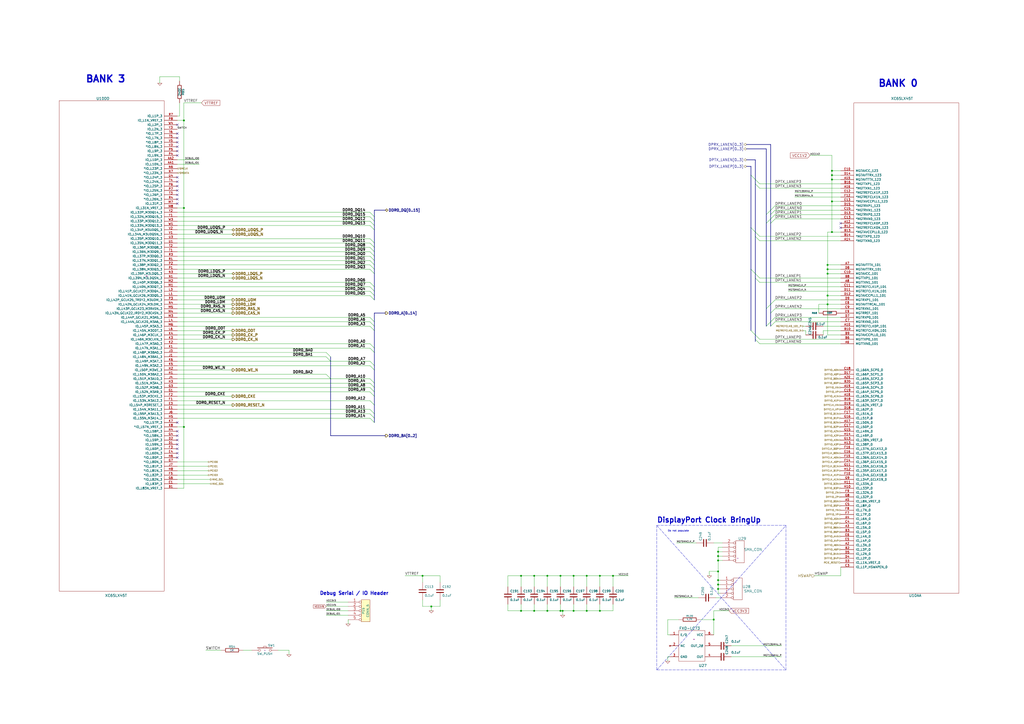
<source format=kicad_sch>
(kicad_sch (version 20250114) (generator "eeschema") (generator_version "9.0")
  (paper "A2")
  (title_block (title "Numato Opsis - FPGA Bank 0 & 3") (date "11 jan 2016") (rev "Rev2") (company "Numato Lab") (comment 1 "http://opsis.hdmi2usb.tv/") (comment 2 "Designed in collaboration between Numato Lab and TimVideos.us") (comment 3 "License: CC-BY-SA 4.0 International") (comment 4 "$Id: 938527870c5f26d4e889c441d56b628c83c7f8c4 $"))
  (lib_symbols
    (symbol "CONN_5_1" (pin_names (offset 1.016))
      (property "Reference" "P" (at -1.27 0 90))
      (property "Value" "CONN_5" (at 1.27 0 90))
      (symbol "CONN_5_1_1_1"
        (pin passive inverted (at -10.16 5.08 0) (length 7.62) (name "~") (number "1"))
        (pin passive inverted (at -10.16 2.54 0) (length 7.62) (name "~") (number "2"))
        (pin passive inverted (at -10.16 0 0) (length 7.62) (name "~") (number "3"))
        (pin passive inverted (at -10.16 -2.54 0) (length 7.62) (name "~") (number "4"))
        (pin passive inverted (at -10.16 -5.08 0) (length 7.62) (name "~") (number "5"))
      )
    )
    (symbol "CONN_5_2" (pin_names (offset 1.016))
      (property "Reference" "P" (at -1.27 0 90))
      (property "Value" "CONN_5" (at 1.27 0 90))
      (symbol "CONN_5_2_1_1"
        (pin passive inverted (at -10.16 5.08 0) (length 7.62) (name "~") (number "1"))
        (pin passive inverted (at -10.16 2.54 0) (length 7.62) (name "~") (number "2"))
        (pin passive inverted (at -10.16 0 0) (length 7.62) (name "~") (number "3"))
        (pin passive inverted (at -10.16 -2.54 0) (length 7.62) (name "~") (number "4"))
        (pin passive inverted (at -10.16 -5.08 0) (length 7.62) (name "~") (number "5"))
      )
    )
    (symbol "C_1" (pin_numbers (hide yes)) (pin_names (offset 0.254))
      (property "Reference" "C" (at 0 2.54 0))
      (property "Value" "C" (at 0.1524 -2.159 0))
      (symbol "C_1_1_1"
        (pin passive line (at 0 5.08 270) (length 4.318) (name "~") (number "1"))
        (pin passive line (at 0 -5.08 90) (length 4.318) (name "~") (number "2"))
      )
    )
    (symbol "C_10" (pin_numbers (hide yes)) (pin_names (offset 0.254))
      (property "Reference" "C" (at 0 2.54 0))
      (property "Value" "C" (at 0.1524 -2.159 0))
      (symbol "C_10_1_1"
        (pin passive line (at 0 5.08 270) (length 4.318) (name "~") (number "1"))
        (pin passive line (at 0 -5.08 90) (length 4.318) (name "~") (number "2"))
      )
    )
    (symbol "C_11" (pin_numbers (hide yes)) (pin_names (offset 0.254))
      (property "Reference" "C" (at 0 2.54 0))
      (property "Value" "C" (at 0.1524 -2.159 0))
      (symbol "C_11_1_1"
        (pin passive line (at 0 5.08 270) (length 4.318) (name "~") (number "1"))
        (pin passive line (at 0 -5.08 90) (length 4.318) (name "~") (number "2"))
      )
    )
    (symbol "C_12" (pin_numbers (hide yes)) (pin_names (offset 0.254))
      (property "Reference" "C" (at 0 2.54 0))
      (property "Value" "C" (at 0.1524 -2.159 0))
      (symbol "C_12_1_1"
        (pin passive line (at 0 5.08 270) (length 4.318) (name "~") (number "1"))
        (pin passive line (at 0 -5.08 90) (length 4.318) (name "~") (number "2"))
      )
    )
    (symbol "C_13" (pin_numbers (hide yes)) (pin_names (offset 0.254))
      (property "Reference" "C" (at 0 2.54 0))
      (property "Value" "C" (at 0.1524 -2.159 0))
      (symbol "C_13_1_1"
        (pin passive line (at 0 5.08 270) (length 4.318) (name "~") (number "1"))
        (pin passive line (at 0 -5.08 90) (length 4.318) (name "~") (number "2"))
      )
    )
    (symbol "C_14" (pin_numbers (hide yes)) (pin_names (offset 0.254))
      (property "Reference" "C" (at 0 2.54 0))
      (property "Value" "C" (at 0.1524 -2.159 0))
      (symbol "C_14_1_1"
        (pin passive line (at 0 5.08 270) (length 4.318) (name "~") (number "1"))
        (pin passive line (at 0 -5.08 90) (length 4.318) (name "~") (number "2"))
      )
    )
    (symbol "C_15" (pin_numbers (hide yes)) (pin_names (offset 0.254))
      (property "Reference" "C" (at 0 2.54 0))
      (property "Value" "C" (at 0.1524 -2.159 0))
      (symbol "C_15_1_1"
        (pin passive line (at 0 5.08 270) (length 4.318) (name "~") (number "1"))
        (pin passive line (at 0 -5.08 90) (length 4.318) (name "~") (number "2"))
      )
    )
    (symbol "C_16" (pin_numbers (hide yes)) (pin_names (offset 0.254))
      (property "Reference" "C" (at 0 2.54 0))
      (property "Value" "C" (at 0.1524 -2.159 0))
      (symbol "C_16_1_1"
        (pin passive line (at 0 5.08 270) (length 4.318) (name "~") (number "1"))
        (pin passive line (at 0 -5.08 90) (length 4.318) (name "~") (number "2"))
      )
    )
    (symbol "C_17" (pin_numbers (hide yes)) (pin_names (offset 0.254))
      (property "Reference" "C" (at 0 2.54 0))
      (property "Value" "C" (at 0.1524 -2.159 0))
      (symbol "C_17_1_1"
        (pin passive line (at 0 5.08 270) (length 4.318) (name "~") (number "1"))
        (pin passive line (at 0 -5.08 90) (length 4.318) (name "~") (number "2"))
      )
    )
    (symbol "C_18" (pin_numbers (hide yes)) (pin_names (offset 0.254))
      (property "Reference" "C" (at 0 2.54 0))
      (property "Value" "C" (at 0.1524 -2.159 0))
      (symbol "C_18_1_1"
        (pin passive line (at 0 5.08 270) (length 4.318) (name "~") (number "1"))
        (pin passive line (at 0 -5.08 90) (length 4.318) (name "~") (number "2"))
      )
    )
    (symbol "C_19" (pin_numbers (hide yes)) (pin_names (offset 0.254))
      (property "Reference" "C" (at 0 2.54 0))
      (property "Value" "C" (at 0.1524 -2.159 0))
      (symbol "C_19_1_1"
        (pin passive line (at 0 5.08 270) (length 4.318) (name "~") (number "1"))
        (pin passive line (at 0 -5.08 90) (length 4.318) (name "~") (number "2"))
      )
    )
    (symbol "C_2" (pin_numbers (hide yes)) (pin_names (offset 0.254))
      (property "Reference" "C" (at 0 2.54 0))
      (property "Value" "C" (at 0.1524 -2.159 0))
      (symbol "C_2_1_1"
        (pin passive line (at 0 5.08 270) (length 4.318) (name "~") (number "1"))
        (pin passive line (at 0 -5.08 90) (length 4.318) (name "~") (number "2"))
      )
    )
    (symbol "C_20" (pin_numbers (hide yes)) (pin_names (offset 0.254))
      (property "Reference" "C" (at 0 2.54 0))
      (property "Value" "C" (at 0.1524 -2.159 0))
      (symbol "C_20_1_1"
        (pin passive line (at 0 5.08 270) (length 4.318) (name "~") (number "1"))
        (pin passive line (at 0 -5.08 90) (length 4.318) (name "~") (number "2"))
      )
    )
    (symbol "C_21" (pin_numbers (hide yes)) (pin_names (offset 0.254))
      (property "Reference" "C" (at 0 2.54 0))
      (property "Value" "C" (at 0.1524 -2.159 0))
      (symbol "C_21_1_1"
        (pin passive line (at 0 5.08 270) (length 4.318) (name "~") (number "1"))
        (pin passive line (at 0 -5.08 90) (length 4.318) (name "~") (number "2"))
      )
    )
    (symbol "C_22" (pin_numbers (hide yes)) (pin_names (offset 0.254))
      (property "Reference" "C" (at 0 2.54 0))
      (property "Value" "C" (at 0.1524 -2.159 0))
      (symbol "C_22_1_1"
        (pin passive line (at 0 5.08 270) (length 4.318) (name "~") (number "1"))
        (pin passive line (at 0 -5.08 90) (length 4.318) (name "~") (number "2"))
      )
    )
    (symbol "C_23" (pin_numbers (hide yes)) (pin_names (offset 0.254))
      (property "Reference" "C" (at 0 2.54 0))
      (property "Value" "C" (at 0.1524 -2.159 0))
      (symbol "C_23_1_1"
        (pin passive line (at 0 5.08 270) (length 4.318) (name "~") (number "1"))
        (pin passive line (at 0 -5.08 90) (length 4.318) (name "~") (number "2"))
      )
    )
    (symbol "C_24" (pin_numbers (hide yes)) (pin_names (offset 0.254))
      (property "Reference" "C" (at 0 2.54 0))
      (property "Value" "C" (at 0.1524 -2.159 0))
      (symbol "C_24_1_1"
        (pin passive line (at 0 5.08 270) (length 4.318) (name "~") (number "1"))
        (pin passive line (at 0 -5.08 90) (length 4.318) (name "~") (number "2"))
      )
    )
    (symbol "C_25" (pin_numbers (hide yes)) (pin_names (offset 0.254))
      (property "Reference" "C" (at 0 2.54 0))
      (property "Value" "C" (at 0.1524 -2.159 0))
      (symbol "C_25_1_1"
        (pin passive line (at 0 5.08 270) (length 4.318) (name "~") (number "1"))
        (pin passive line (at 0 -5.08 90) (length 4.318) (name "~") (number "2"))
      )
    )
    (symbol "C_26" (pin_numbers (hide yes)) (pin_names (offset 0.254))
      (property "Reference" "C" (at 0 2.54 0))
      (property "Value" "C" (at 0.1524 -2.159 0))
      (symbol "C_26_1_1"
        (pin passive line (at 0 5.08 270) (length 4.318) (name "~") (number "1"))
        (pin passive line (at 0 -5.08 90) (length 4.318) (name "~") (number "2"))
      )
    )
    (symbol "C_27" (pin_numbers (hide yes)) (pin_names (offset 0.254))
      (property "Reference" "C" (at 0 2.54 0))
      (property "Value" "C" (at 0.1524 -2.159 0))
      (symbol "C_27_1_1"
        (pin passive line (at 0 5.08 270) (length 4.318) (name "~") (number "1"))
        (pin passive line (at 0 -5.08 90) (length 4.318) (name "~") (number "2"))
      )
    )
    (symbol "C_28" (pin_numbers (hide yes)) (pin_names (offset 0.254))
      (property "Reference" "C" (at 0 2.54 0))
      (property "Value" "C" (at 0.1524 -2.159 0))
      (symbol "C_28_1_1"
        (pin passive line (at 0 5.08 270) (length 4.318) (name "~") (number "1"))
        (pin passive line (at 0 -5.08 90) (length 4.318) (name "~") (number "2"))
      )
    )
    (symbol "C_29" (pin_numbers (hide yes)) (pin_names (offset 0.254))
      (property "Reference" "C" (at 0 2.54 0))
      (property "Value" "C" (at 0.1524 -2.159 0))
      (symbol "C_29_1_1"
        (pin passive line (at 0 5.08 270) (length 4.318) (name "~") (number "1"))
        (pin passive line (at 0 -5.08 90) (length 4.318) (name "~") (number "2"))
      )
    )
    (symbol "C_3" (pin_numbers (hide yes)) (pin_names (offset 0.254))
      (property "Reference" "C" (at 0 2.54 0))
      (property "Value" "C" (at 0.1524 -2.159 0))
      (symbol "C_3_1_1"
        (pin passive line (at 0 5.08 270) (length 4.318) (name "~") (number "1"))
        (pin passive line (at 0 -5.08 90) (length 4.318) (name "~") (number "2"))
      )
    )
    (symbol "C_30" (pin_numbers (hide yes)) (pin_names (offset 0.254))
      (property "Reference" "C" (at 0 2.54 0))
      (property "Value" "C" (at 0.1524 -2.159 0))
      (symbol "C_30_1_1"
        (pin passive line (at 0 5.08 270) (length 4.318) (name "~") (number "1"))
        (pin passive line (at 0 -5.08 90) (length 4.318) (name "~") (number "2"))
      )
    )
    (symbol "C_31" (pin_numbers (hide yes)) (pin_names (offset 0.254))
      (property "Reference" "C" (at 0 2.54 0))
      (property "Value" "C" (at 0.1524 -2.159 0))
      (symbol "C_31_1_1"
        (pin passive line (at 0 5.08 270) (length 4.318) (name "~") (number "1"))
        (pin passive line (at 0 -5.08 90) (length 4.318) (name "~") (number "2"))
      )
    )
    (symbol "C_32" (pin_numbers (hide yes)) (pin_names (offset 0.254))
      (property "Reference" "C" (at 0 2.54 0))
      (property "Value" "C" (at 0.1524 -2.159 0))
      (symbol "C_32_1_1"
        (pin passive line (at 0 5.08 270) (length 4.318) (name "~") (number "1"))
        (pin passive line (at 0 -5.08 90) (length 4.318) (name "~") (number "2"))
      )
    )
    (symbol "C_33" (pin_numbers (hide yes)) (pin_names (offset 0.254))
      (property "Reference" "C" (at 0 2.54 0))
      (property "Value" "C" (at 0.1524 -2.159 0))
      (symbol "C_33_1_1"
        (pin passive line (at 0 5.08 270) (length 4.318) (name "~") (number "1"))
        (pin passive line (at 0 -5.08 90) (length 4.318) (name "~") (number "2"))
      )
    )
    (symbol "C_34" (pin_numbers (hide yes)) (pin_names (offset 0.254))
      (property "Reference" "C" (at 0 2.54 0))
      (property "Value" "C" (at 0.1524 -2.159 0))
      (symbol "C_34_1_1"
        (pin passive line (at 0 5.08 270) (length 4.318) (name "~") (number "1"))
        (pin passive line (at 0 -5.08 90) (length 4.318) (name "~") (number "2"))
      )
    )
    (symbol "C_4" (pin_numbers (hide yes)) (pin_names (offset 0.254))
      (property "Reference" "C" (at 0 2.54 0))
      (property "Value" "C" (at 0.1524 -2.159 0))
      (symbol "C_4_1_1"
        (pin passive line (at 0 5.08 270) (length 4.318) (name "~") (number "1"))
        (pin passive line (at 0 -5.08 90) (length 4.318) (name "~") (number "2"))
      )
    )
    (symbol "C_5" (pin_numbers (hide yes)) (pin_names (offset 0.254))
      (property "Reference" "C" (at 0 2.54 0))
      (property "Value" "C" (at 0.1524 -2.159 0))
      (symbol "C_5_1_1"
        (pin passive line (at 0 5.08 270) (length 4.318) (name "~") (number "1"))
        (pin passive line (at 0 -5.08 90) (length 4.318) (name "~") (number "2"))
      )
    )
    (symbol "C_6" (pin_numbers (hide yes)) (pin_names (offset 0.254))
      (property "Reference" "C" (at 0 2.54 0))
      (property "Value" "C" (at 0.1524 -2.159 0))
      (symbol "C_6_1_1"
        (pin passive line (at 0 5.08 270) (length 4.318) (name "~") (number "1"))
        (pin passive line (at 0 -5.08 90) (length 4.318) (name "~") (number "2"))
      )
    )
    (symbol "C_7" (pin_numbers (hide yes)) (pin_names (offset 0.254))
      (property "Reference" "C" (at 0 2.54 0))
      (property "Value" "C" (at 0.1524 -2.159 0))
      (symbol "C_7_1_1"
        (pin passive line (at 0 5.08 270) (length 4.318) (name "~") (number "1"))
        (pin passive line (at 0 -5.08 90) (length 4.318) (name "~") (number "2"))
      )
    )
    (symbol "C_8" (pin_numbers (hide yes)) (pin_names (offset 0.254))
      (property "Reference" "C" (at 0 2.54 0))
      (property "Value" "C" (at 0.1524 -2.159 0))
      (symbol "C_8_1_1"
        (pin passive line (at 0 5.08 270) (length 4.318) (name "~") (number "1"))
        (pin passive line (at 0 -5.08 90) (length 4.318) (name "~") (number "2"))
      )
    )
    (symbol "C_9" (pin_numbers (hide yes)) (pin_names (offset 0.254))
      (property "Reference" "C" (at 0 2.54 0))
      (property "Value" "C" (at 0.1524 -2.159 0))
      (symbol "C_9_1_1"
        (pin passive line (at 0 5.08 270) (length 4.318) (name "~") (number "1"))
        (pin passive line (at 0 -5.08 90) (length 4.318) (name "~") (number "2"))
      )
    )
    (symbol "FXO-LC73_1" (pin_names (offset 1.016))
      (property "Reference" "U" (at 7.62 -16.51 0))
      (property "Value" "FXO-LC73" (at -2.54 6.35 0))
      (symbol "FXO-LC73_1_1_1"
        (pin input line (at -13.97 2.54 0) (length 5.0038) (name "E/D") (number "1"))
        (pin no_connect line (at -13.97 -3.81 0) (length 5.0038) (name "NC") (number "2"))
        (pin power_in line (at -13.97 -10.16 0) (length 5.0038) (name "GND") (number "3"))
        (pin power_in line (at 11.43 2.54 180) (length 5.0038) (name "VCC") (number "6"))
        (pin output line (at 11.43 -3.81 180) (length 5.0038) (name "OUT_2#") (number "5"))
        (pin output line (at 11.43 -10.16 180) (length 5.0038) (name "OUT") (number "4"))
      )
    )
    (symbol "FXO-LC73_2" (pin_names (offset 1.016))
      (property "Reference" "U" (at 7.62 -16.51 0))
      (property "Value" "FXO-LC73" (at -2.54 6.35 0))
      (symbol "FXO-LC73_2_1_1"
        (pin input line (at -13.97 2.54 0) (length 5.0038) (name "E/D") (number "1"))
        (pin no_connect line (at -13.97 -3.81 0) (length 5.0038) (name "NC") (number "2"))
        (pin power_in line (at -13.97 -10.16 0) (length 5.0038) (name "GND") (number "3"))
        (pin power_in line (at 11.43 2.54 180) (length 5.0038) (name "VCC") (number "6"))
        (pin output line (at 11.43 -3.81 180) (length 5.0038) (name "OUT_2#") (number "5"))
        (pin output line (at 11.43 -10.16 180) (length 5.0038) (name "OUT") (number "4"))
      )
    )
    (symbol "GND_1" (power) (pin_names (offset 0))
      (symbol "GND_1_1_1"
        (pin power_in line (at 0 0 90) (length 0) (hide yes) (name "GND") (number "1"))
      )
    )
    (symbol "GND_10" (power) (pin_names (offset 0))
      (symbol "GND_10_1_1"
        (pin power_in line (at 0 0 90) (length 0) (hide yes) (name "GND") (number "1"))
      )
    )
    (symbol "GND_11" (power) (pin_names (offset 0))
      (symbol "GND_11_1_1"
        (pin power_in line (at 0 0 90) (length 0) (hide yes) (name "GND") (number "1"))
      )
    )
    (symbol "GND_12" (power) (pin_names (offset 0))
      (symbol "GND_12_1_1"
        (pin power_in line (at 0 0 90) (length 0) (hide yes) (name "GND") (number "1"))
      )
    )
    (symbol "GND_13" (power) (pin_names (offset 0))
      (symbol "GND_13_1_1"
        (pin power_in line (at 0 0 90) (length 0) (hide yes) (name "GND") (number "1"))
      )
    )
    (symbol "GND_14" (power) (pin_names (offset 0))
      (symbol "GND_14_1_1"
        (pin power_in line (at 0 0 90) (length 0) (hide yes) (name "GND") (number "1"))
      )
    )
    (symbol "GND_2" (power) (pin_names (offset 0))
      (symbol "GND_2_1_1"
        (pin power_in line (at 0 0 90) (length 0) (hide yes) (name "GND") (number "1"))
      )
    )
    (symbol "GND_3" (power) (pin_names (offset 0))
      (symbol "GND_3_1_1"
        (pin power_in line (at 0 0 90) (length 0) (hide yes) (name "GND") (number "1"))
      )
    )
    (symbol "GND_4" (power) (pin_names (offset 0))
      (symbol "GND_4_1_1"
        (pin power_in line (at 0 0 90) (length 0) (hide yes) (name "GND") (number "1"))
      )
    )
    (symbol "GND_5" (power) (pin_names (offset 0))
      (symbol "GND_5_1_1"
        (pin power_in line (at 0 0 90) (length 0) (hide yes) (name "GND") (number "1"))
      )
    )
    (symbol "GND_6" (power) (pin_names (offset 0))
      (symbol "GND_6_1_1"
        (pin power_in line (at 0 0 90) (length 0) (hide yes) (name "GND") (number "1"))
      )
    )
    (symbol "GND_7" (power) (pin_names (offset 0))
      (symbol "GND_7_1_1"
        (pin power_in line (at 0 0 90) (length 0) (hide yes) (name "GND") (number "1"))
      )
    )
    (symbol "GND_8" (power) (pin_names (offset 0))
      (symbol "GND_8_1_1"
        (pin power_in line (at 0 0 90) (length 0) (hide yes) (name "GND") (number "1"))
      )
    )
    (symbol "GND_9" (power) (pin_names (offset 0))
      (symbol "GND_9_1_1"
        (pin power_in line (at 0 0 90) (length 0) (hide yes) (name "GND") (number "1"))
      )
    )
    (symbol "R_1" (pin_numbers (hide yes)) (pin_names (offset 0))
      (property "Reference" "R" (at 2.032 0 90))
      (property "Value" "R" (at 0.1778 0.0254 90))
      (symbol "R_1_1_1"
        (pin passive line (at 0 6.35 270) (length 2.54) (name "~") (number "1"))
        (pin passive line (at 0 -6.35 90) (length 2.54) (name "~") (number "2"))
      )
    )
    (symbol "R_2" (pin_numbers (hide yes)) (pin_names (offset 0))
      (property "Reference" "R" (at 2.032 0 90))
      (property "Value" "R" (at 0.1778 0.0254 90))
      (symbol "R_2_1_1"
        (pin passive line (at 0 6.35 270) (length 2.54) (name "~") (number "1"))
        (pin passive line (at 0 -6.35 90) (length 2.54) (name "~") (number "2"))
      )
    )
    (symbol "R_3" (pin_numbers (hide yes)) (pin_names (offset 0))
      (property "Reference" "R" (at 2.032 0 90))
      (property "Value" "R" (at 0.1778 0.0254 90))
      (symbol "R_3_1_1"
        (pin passive line (at 0 6.35 270) (length 2.54) (name "~") (number "1"))
        (pin passive line (at 0 -6.35 90) (length 2.54) (name "~") (number "2"))
      )
    )
    (symbol "R_4" (pin_numbers (hide yes)) (pin_names (offset 0))
      (property "Reference" "R" (at 2.032 0 90))
      (property "Value" "R" (at 0.1778 0.0254 90))
      (symbol "R_4_1_1"
        (pin passive line (at 0 6.35 270) (length 2.54) (name "~") (number "1"))
        (pin passive line (at 0 -6.35 90) (length 2.54) (name "~") (number "2"))
      )
    )
    (symbol "R_5" (pin_numbers (hide yes)) (pin_names (offset 0))
      (property "Reference" "R" (at 2.032 0 90))
      (property "Value" "R" (at 0.1778 0.0254 90))
      (symbol "R_5_1_1"
        (pin passive line (at 0 6.35 270) (length 2.54) (name "~") (number "1"))
        (pin passive line (at 0 -6.35 90) (length 2.54) (name "~") (number "2"))
      )
    )
    (symbol "R_6" (pin_numbers (hide yes)) (pin_names (offset 0))
      (property "Reference" "R" (at 2.032 0 90))
      (property "Value" "R" (at 0.1778 0.0254 90))
      (symbol "R_6_1_1"
        (pin passive line (at 0 6.35 270) (length 2.54) (name "~") (number "1"))
        (pin passive line (at 0 -6.35 90) (length 2.54) (name "~") (number "2"))
      )
    )
    (symbol "R_7" (pin_numbers (hide yes)) (pin_names (offset 0))
      (property "Reference" "R" (at 2.032 0 90))
      (property "Value" "R" (at 0.1778 0.0254 90))
      (symbol "R_7_1_1"
        (pin passive line (at 0 6.35 270) (length 2.54) (name "~") (number "1"))
        (pin passive line (at 0 -6.35 90) (length 2.54) (name "~") (number "2"))
      )
    )
    (symbol "R_8" (pin_numbers (hide yes)) (pin_names (offset 0))
      (property "Reference" "R" (at 2.032 0 90))
      (property "Value" "R" (at 0.1778 0.0254 90))
      (symbol "R_8_1_1"
        (pin passive line (at 0 6.35 270) (length 2.54) (name "~") (number "1"))
        (pin passive line (at 0 -6.35 90) (length 2.54) (name "~") (number "2"))
      )
    )
    (symbol "SMA_CON_1" (pin_names (offset 1.016))
      (property "Reference" "U" (at 7.62 5.08 0))
      (property "Value" "SMA_CON" (at 0 5.08 0))
      (symbol "SMA_CON_1_1_1"
        (pin passive inverted (at -8.89 1.27 0) (length 7.62) (name "~") (number "1"))
        (pin passive inverted (at -8.89 -1.27 0) (length 7.62) (name "~") (number "1"))
        (pin passive inverted (at -8.89 -3.81 0) (length 7.62) (name "~") (number "1"))
        (pin passive inverted (at -8.89 -6.35 0) (length 7.62) (name "~") (number "1"))
        (pin passive inverted (at -8.89 -8.89 0) (length 7.62) (name "~") (number "2"))
      )
    )
    (symbol "SMA_CON_2" (pin_names (offset 1.016))
      (property "Reference" "U" (at 7.62 5.08 0))
      (property "Value" "SMA_CON" (at 0 5.08 0))
      (symbol "SMA_CON_2_1_1"
        (pin passive inverted (at -8.89 1.27 0) (length 7.62) (name "~") (number "1"))
        (pin passive inverted (at -8.89 -1.27 0) (length 7.62) (name "~") (number "1"))
        (pin passive inverted (at -8.89 -3.81 0) (length 7.62) (name "~") (number "1"))
        (pin passive inverted (at -8.89 -6.35 0) (length 7.62) (name "~") (number "1"))
        (pin passive inverted (at -8.89 -8.89 0) (length 7.62) (name "~") (number "2"))
      )
    )
    (symbol "SMA_CON_3" (pin_names (offset 1.016))
      (property "Reference" "U" (at 7.62 5.08 0))
      (property "Value" "SMA_CON" (at 0 5.08 0))
      (symbol "SMA_CON_3_1_1"
        (pin passive inverted (at -8.89 1.27 0) (length 7.62) (name "~") (number "1"))
        (pin passive inverted (at -8.89 -1.27 0) (length 7.62) (name "~") (number "1"))
        (pin passive inverted (at -8.89 -3.81 0) (length 7.62) (name "~") (number "1"))
        (pin passive inverted (at -8.89 -6.35 0) (length 7.62) (name "~") (number "1"))
        (pin passive inverted (at -8.89 -8.89 0) (length 7.62) (name "~") (number "2"))
      )
    )
    (symbol "SMA_CON_4" (pin_names (offset 1.016))
      (property "Reference" "U" (at 7.62 5.08 0))
      (property "Value" "SMA_CON" (at 0 5.08 0))
      (symbol "SMA_CON_4_1_1"
        (pin passive inverted (at -8.89 1.27 0) (length 7.62) (name "~") (number "1"))
        (pin passive inverted (at -8.89 -1.27 0) (length 7.62) (name "~") (number "1"))
        (pin passive inverted (at -8.89 -3.81 0) (length 7.62) (name "~") (number "1"))
        (pin passive inverted (at -8.89 -6.35 0) (length 7.62) (name "~") (number "1"))
        (pin passive inverted (at -8.89 -8.89 0) (length 7.62) (name "~") (number "2"))
      )
    )
    (symbol "SW_PUSH_1" (pin_numbers (hide yes)) (pin_names (offset 1.016) (hide yes))
      (property "Reference" "SW" (at 3.81 2.794 0))
      (property "Value" "SW_PUSH" (at 0 -2.032 0))
      (symbol "SW_PUSH_1_0_1"
        (pin passive inverted (at -7.62 0 0) (length 5.08) (name "1") (number "1"))
        (pin passive inverted (at 7.62 0 180) (length 5.08) (name "2") (number "2"))
      )
    )
    (symbol "SW_PUSH_2" (pin_numbers (hide yes)) (pin_names (offset 1.016) (hide yes))
      (property "Reference" "SW" (at 3.81 2.794 0))
      (property "Value" "SW_PUSH" (at 0 -2.032 0))
      (symbol "SW_PUSH_2_0_1"
        (pin passive inverted (at -7.62 0 0) (length 5.08) (name "1") (number "1"))
        (pin passive inverted (at 7.62 0 180) (length 5.08) (name "2") (number "2"))
      )
    )
    (symbol "XC6SLX150T_1" (pin_names (offset 1.016))
      (property "Reference" "U" (at -45.72 102.87 0))
      (property "Value" "XC6SLX150T" (at -16.51 -185.42 0))
      (symbol "XC6SLX150T_1_1_1"
        (pin bidirectional line (at 19.05 86.36 180) (length 7.62) (name "IO_L1P_HSWAPEN_0") (number "C3"))
        (pin bidirectional line (at 19.05 83.82 180) (length 7.62) (name "IO_L1N_VREF_0") (number "D3"))
        (pin bidirectional line (at 19.05 81.28 180) (length 7.62) (name "IO_L2P_0") (number "D4"))
        (pin bidirectional line (at 19.05 78.74 180) (length 7.62) (name "IO_L2N_0") (number "D5"))
        (pin bidirectional line (at 19.05 76.2 180) (length 7.62) (name "IO_L3P_0") (number "B2"))
        (pin bidirectional line (at 19.05 73.66 180) (length 7.62) (name "IO_L3N_0") (number "A2"))
        (pin bidirectional line (at 19.05 71.12 180) (length 7.62) (name "IO_L4P_0") (number "E5"))
        (pin bidirectional line (at 19.05 68.58 180) (length 7.62) (name "IO_L4N_0") (number "E6"))
        (pin bidirectional line (at 19.05 66.04 180) (length 7.62) (name "IO_L5P_0") (number "B3"))
        (pin bidirectional line (at 19.05 63.5 180) (length 7.62) (name "IO_L5N_0") (number "A3"))
        (pin bidirectional line (at 19.05 60.96 180) (length 7.62) (name "IO_L6P_0") (number "C4"))
        (pin bidirectional line (at 19.05 58.42 180) (length 7.62) (name "IO_L6N_0") (number "A4"))
        (pin bidirectional line (at 19.05 55.88 180) (length 7.62) (name "IO_L7P_0") (number "F7"))
        (pin bidirectional line (at 19.05 53.34 180) (length 7.62) (name "IO_L7N_0") (number "F8"))
        (pin bidirectional line (at 19.05 50.8 180) (length 7.62) (name "IO_L8P_0") (number "C5"))
        (pin bidirectional line (at 19.05 48.26 180) (length 7.62) (name "IO_L8N_VREF_0") (number "A5"))
        (pin bidirectional line (at 19.05 45.72 180) (length 7.62) (name "IO_L32P_0") (number "G8"))
        (pin bidirectional line (at 19.05 43.18 180) (length 7.62) (name "IO_L32N_0") (number "F9"))
        (pin bidirectional line (at 19.05 40.64 180) (length 7.62) (name "IO_L33P_0") (number "H10"))
        (pin bidirectional line (at 19.05 38.1 180) (length 7.62) (name "IO_L33N_0") (number "H11"))
        (pin bidirectional line (at 19.05 35.56 180) (length 7.62) (name "IO_L34P_GCLK19_0") (number "G9"))
        (pin bidirectional line (at 19.05 33.02 180) (length 7.62) (name "IO_L34N_GCLK18_0") (number "F10"))
        (pin bidirectional line (at 19.05 30.48 180) (length 7.62) (name "IO_L35P_GCLK17_0") (number "H12"))
        (pin bidirectional line (at 19.05 27.94 180) (length 7.62) (name "IO_L35N_GCLK16_0") (number "G11"))
        (pin bidirectional line (at 19.05 25.4 180) (length 7.62) (name "IO_L36P_GCLK15_0") (number "F14"))
        (pin bidirectional line (at 19.05 22.86 180) (length 7.62) (name "IO_L36N_GCLK14_0") (number "F15"))
        (pin bidirectional line (at 19.05 20.32 180) (length 7.62) (name "IO_L37P_GCLK13_0") (number "E16"))
        (pin bidirectional line (at 19.05 17.78 180) (length 7.62) (name "IO_L37N_GCLK12_0") (number "F16"))
        (pin bidirectional line (at 19.05 15.24 180) (length 7.62) (name "IO_L38P_0") (number "H13"))
        (pin bidirectional line (at 19.05 12.7 180) (length 7.62) (name "IO_L38N_VREF_0") (number "G13"))
        (pin bidirectional line (at 19.05 10.16 180) (length 7.62) (name "IO_L49P_0") (number "H14"))
        (pin bidirectional line (at 19.05 7.62 180) (length 7.62) (name "IO_L49N_0") (number "G15"))
        (pin bidirectional line (at 19.05 5.08 180) (length 7.62) (name "IO_L50P_0") (number "C17"))
        (pin bidirectional line (at 19.05 2.54 180) (length 7.62) (name "IO_L50N_0") (number "A17"))
        (pin bidirectional line (at 19.05 0 180) (length 7.62) (name "IO_L51P_0") (number "G16"))
        (pin bidirectional line (at 19.05 -2.54 180) (length 7.62) (name "IO_L51N_0") (number "F17"))
        (pin bidirectional line (at 19.05 -5.08 180) (length 7.62) (name "IO_L62P_0") (number "D18"))
        (pin bidirectional line (at 19.05 -7.62 180) (length 7.62) (name "IO_L62N_VREF_0") (number "D19"))
        (pin bidirectional line (at 19.05 -10.16 180) (length 7.62) (name "IO_L63P_SCP7_0") (number "B18"))
        (pin bidirectional line (at 19.05 -12.7 180) (length 7.62) (name "IO_L63N_SCP6_0") (number "A18"))
        (pin bidirectional line (at 19.05 -15.24 180) (length 7.62) (name "IO_L64P_SCP5_0") (number "C19"))
        (pin bidirectional line (at 19.05 -17.78 180) (length 7.62) (name "IO_L64N_SCP4_0") (number "A19"))
        (pin bidirectional line (at 19.05 -20.32 180) (length 7.62) (name "IO_L65P_SCP3_0") (number "B20"))
        (pin bidirectional line (at 19.05 -22.86 180) (length 7.62) (name "IO_L65N_SCP2_0") (number "A20"))
        (pin bidirectional line (at 19.05 -25.4 180) (length 7.62) (name "IO_L66P_SCP1_0") (number "D17"))
        (pin bidirectional line (at 19.05 -27.94 180) (length 7.62) (name "IO_L66N_SCP0_0") (number "C18"))
        (pin bidirectional line (at 19.05 -43.18 180) (length 7.62) (name "MGTTXN0_101") (number "A6"))
        (pin bidirectional line (at 19.05 -45.72 180) (length 7.62) (name "MGTTXP0_101") (number "B6"))
        (pin bidirectional line (at 19.05 -48.26 180) (length 7.62) (name "MGTAVCCPLL0_101") (number "B9"))
        (pin bidirectional line (at 19.05 -50.8 180) (length 7.62) (name "MGTREFCLK0N_101") (number "B10"))
        (pin bidirectional line (at 19.05 -53.34 180) (length 7.62) (name "MGTREFCLK0P_101") (number "A10"))
        (pin bidirectional line (at 19.05 -55.88 180) (length 7.62) (name "MGTRXN0_101") (number "C7"))
        (pin bidirectional line (at 19.05 -58.42 180) (length 7.62) (name "MGTRXP0_101") (number "D7"))
        (pin bidirectional line (at 19.05 -60.96 180) (length 7.62) (name "MGTRREF_101") (number "E9"))
        (pin bidirectional line (at 19.05 -63.5 180) (length 7.62) (name "MGTRXN1_101") (number "C9"))
        (pin bidirectional line (at 19.05 -66.04 180) (length 7.62) (name "MGTAVTTRCAL_101") (number "E8"))
        (pin bidirectional line (at 19.05 -68.58 180) (length 7.62) (name "MGTRXP1_101") (number "D9"))
        (pin bidirectional line (at 19.05 -71.12 180) (length 7.62) (name "MGTAVCCPLL1_101") (number "D12"))
        (pin bidirectional line (at 19.05 -73.66 180) (length 7.62) (name "MGTREFCLK1N_101") (number "D11"))
        (pin bidirectional line (at 19.05 -76.2 180) (length 7.62) (name "MGTREFCLK1P_101") (number "C11"))
        (pin bidirectional line (at 19.05 -78.74 180) (length 7.62) (name "MGTTXN1_101") (number "A8"))
        (pin bidirectional line (at 19.05 -81.28 180) (length 7.62) (name "MGTTXP1_101") (number "B8"))
        (pin bidirectional line (at 19.05 -83.82 180) (length 7.62) (name "MGTAVCC_101") (number "C10"))
        (pin bidirectional line (at 19.05 -86.36 180) (length 7.62) (name "MGTAVTTRX_101") (number "D8"))
        (pin bidirectional line (at 19.05 -88.9 180) (length 7.62) (name "MGTAVTTTX_101") (number "A7"))
        (pin bidirectional line (at 19.05 -102.87 180) (length 7.62) (name "*MGTTXN0_123") (number "A14"))
        (pin bidirectional line (at 19.05 -105.41 180) (length 7.62) (name "*MGTTXP0_123") (number "B14"))
        (pin bidirectional line (at 19.05 -107.95 180) (length 7.62) (name "*MGTAVCCPLL0_123") (number "B13"))
        (pin bidirectional line (at 19.05 -110.49 180) (length 7.62) (name "*MGTREFCLK0N_123") (number "B12"))
        (pin bidirectional line (at 19.05 -113.03 180) (length 7.62) (name "*MGTREFCLK0P_123") (number "A12"))
        (pin bidirectional line (at 19.05 -115.57 180) (length 7.62) (name "*MGTRXN0_123") (number "C13"))
        (pin bidirectional line (at 19.05 -118.11 180) (length 7.62) (name "*MGTRXP0_123") (number "D13"))
        (pin bidirectional line (at 19.05 -120.65 180) (length 7.62) (name "*MGTRXN1_123") (number "C15"))
        (pin bidirectional line (at 19.05 -123.19 180) (length 7.62) (name "*MGTRXP1_123") (number "D15"))
        (pin bidirectional line (at 19.05 -125.73 180) (length 7.62) (name "*MGTAVCCPLL1_123") (number "E13"))
        (pin bidirectional line (at 19.05 -128.27 180) (length 7.62) (name "*MGTREFCLK1N_123") (number "F12"))
        (pin bidirectional line (at 19.05 -130.81 180) (length 7.62) (name "*MGTREFCLK1P_123") (number "E12"))
        (pin bidirectional line (at 19.05 -133.35 180) (length 7.62) (name "*MGTTXN1_123") (number "A16"))
        (pin bidirectional line (at 19.05 -135.89 180) (length 7.62) (name "*MGTTXP1_123") (number "B16"))
        (pin bidirectional line (at 19.05 -138.43 180) (length 7.62) (name "MGTAVTTTX_123") (number "A15"))
        (pin bidirectional line (at 19.05 -140.97 180) (length 7.62) (name "MGTAVTTRX_123") (number "D14"))
        (pin bidirectional line (at 19.05 -143.51 180) (length 7.62) (name "MGTAVCC_123") (number "E10"))
      )
      (symbol "XC6SLX150T_1_2_1"
        (pin bidirectional line (at 19.05 91.44 180) (length 7.62) (name "IO_L1P_A25_1") (number "F18"))
        (pin bidirectional line (at 19.05 88.9 180) (length 7.62) (name "IO_L1N_A24_VREF_1") (number "F19"))
        (pin bidirectional line (at 19.05 86.36 180) (length 7.62) (name "*IO_L9P_1") (number "H16"))
        (pin bidirectional line (at 19.05 83.82 180) (length 7.62) (name "*IO_L9N_1") (number "H17"))
        (pin bidirectional line (at 19.05 81.28 180) (length 7.62) (name "*IO_L10P_1") (number "B21"))
        (pin bidirectional line (at 19.05 78.74 180) (length 7.62) (name "*IO_L10N_1") (number "B22"))
        (pin bidirectional line (at 19.05 76.2 180) (length 7.62) (name "IO_L19P_1") (number "J16"))
        (pin bidirectional line (at 19.05 73.66 180) (length 7.62) (name "IO_L19N_1") (number "J17"))
        (pin bidirectional line (at 19.05 71.12 180) (length 7.62) (name "IO_L20P_1") (number "C20"))
        (pin bidirectional line (at 19.05 68.58 180) (length 7.62) (name "IO_L20N_1") (number "C22"))
        (pin bidirectional line (at 19.05 66.04 180) (length 7.62) (name "*IO_L21P_1") (number "L15"))
        (pin bidirectional line (at 19.05 63.5 180) (length 7.62) (name "*IO_L21N_1") (number "K16"))
        (pin bidirectional line (at 19.05 60.96 180) (length 7.62) (name "*IO_L28P_1") (number "D21"))
        (pin bidirectional line (at 19.05 58.42 180) (length 7.62) (name "*IO_L28N_VREF_1") (number "D22"))
        (pin bidirectional line (at 19.05 55.88 180) (length 7.62) (name "IO_L29P_A23_M1A13_1") (number "G19"))
        (pin bidirectional line (at 19.05 53.34 180) (length 7.62) (name "IO_L29N_A22_M1A14_1") (number "F20"))
        (pin bidirectional line (at 19.05 50.8 180) (length 7.62) (name "IO_L30P_A21_M1RESET_1") (number "H18"))
        (pin bidirectional line (at 19.05 48.26 180) (length 7.62) (name "IO_L30N_A20_M1A11_1") (number "H19"))
        (pin bidirectional line (at 19.05 45.72 180) (length 7.62) (name "IO_L31P_A19_M1CKE_1") (number "F21"))
        (pin bidirectional line (at 19.05 43.18 180) (length 7.62) (name "IO_L31N_A18_M1A12_1") (number "F22"))
        (pin bidirectional line (at 19.05 40.64 180) (length 7.62) (name "IO_L32P_A17_M1A8_1") (number "E20"))
        (pin bidirectional line (at 19.05 38.1 180) (length 7.62) (name "IO_L32N_A16_M1A9_1") (number "E22"))
        (pin bidirectional line (at 19.05 35.56 180) (length 7.62) (name "IO_L33P_A15_M1A10_1") (number "J19"))
        (pin bidirectional line (at 19.05 33.02 180) (length 7.62) (name "IO_L33N_A14_M1A4_1") (number "H20"))
        (pin bidirectional line (at 19.05 30.48 180) (length 7.62) (name "IO_L34P_A13_M1WE_1") (number "K19"))
        (pin bidirectional line (at 19.05 27.94 180) (length 7.62) (name "IO_L34N_A12_M1BA2_1") (number "K18"))
        (pin bidirectional line (at 19.05 25.4 180) (length 7.62) (name "IO_L35P_A11_M1A7_1") (number "G20"))
        (pin bidirectional line (at 19.05 22.86 180) (length 7.62) (name "IO_L35N_A10_M1A2_1") (number "G22"))
        (pin bidirectional line (at 19.05 20.32 180) (length 7.62) (name "IO_L36P_A9_M1BA0_1") (number "K17"))
        (pin bidirectional line (at 19.05 17.78 180) (length 7.62) (name "IO_L36N_A8_M1BA1_1") (number "L17"))
        (pin bidirectional line (at 19.05 15.24 180) (length 7.62) (name "IO_L37P_A7_M1A0_1") (number "H21"))
        (pin bidirectional line (at 19.05 12.7 180) (length 7.62) (name "IO_L37N_A6_M1A1_1") (number "H22"))
        (pin bidirectional line (at 19.05 10.16 180) (length 7.62) (name "IO_L38P_A5_M1CLK_1") (number "K20"))
        (pin bidirectional line (at 19.05 7.62 180) (length 7.62) (name "IO_L38N_A4_M1CLKN_1") (number "L19"))
        (pin bidirectional line (at 19.05 5.08 180) (length 7.62) (name "IO_L39P_M1A3_1") (number "J20"))
        (pin bidirectional line (at 19.05 2.54 180) (length 7.62) (name "IO_L39N_M1ODT_1") (number "J22"))
        (pin bidirectional line (at 19.05 0 180) (length 7.62) (name "IO_L40P_GCLK11_M1A5_1") (number "M20"))
        (pin bidirectional line (at 19.05 -2.54 180) (length 7.62) (name "IO_L40N_GCLK10_M1A6_1") (number "M19"))
        (pin bidirectional line (at 19.05 -5.08 180) (length 7.62) (name "IO_L41P_GCLK9_IRDY1_M1RASN_1") (number "K21"))
        (pin bidirectional line (at 19.05 -7.62 180) (length 7.62) (name "IO_L41N_GCLK8_M1CASN_1") (number "K22"))
        (pin bidirectional line (at 19.05 -10.16 180) (length 7.62) (name "IO_L42P_GCLK7_M1UDM_1") (number "P20"))
        (pin bidirectional line (at 19.05 -12.7 180) (length 7.62) (name "IO_L42N_GCLK6_TRDY1_M1LDM_1") (number "N19"))
        (pin bidirectional line (at 19.05 -15.24 180) (length 7.62) (name "IO_L43P_GCLK5_M1DQ4_1") (number "L20"))
        (pin bidirectional line (at 19.05 -17.78 180) (length 7.62) (name "IO_L43N_GCLK4_M1DQ5_1") (number "L22"))
        (pin bidirectional line (at 19.05 -20.32 180) (length 7.62) (name "IO_L44P_A3_M1DQ6_1") (number "M21"))
        (pin bidirectional line (at 19.05 -22.86 180) (length 7.62) (name "IO_L44N_A2_M1DQ7_1") (number "M22"))
        (pin bidirectional line (at 19.05 -25.4 180) (length 7.62) (name "IO_L45P_A1_M1LDQS_1") (number "N20"))
        (pin bidirectional line (at 19.05 -27.94 180) (length 7.62) (name "IO_L45N_A0_M1LDQSN_1") (number "N22"))
        (pin bidirectional line (at 19.05 -30.48 180) (length 7.62) (name "IO_L46P_FCS_B_M1DQ2_1") (number "P21"))
        (pin bidirectional line (at 19.05 -33.02 180) (length 7.62) (name "IO_L46N_FOE_B_M1DQ3_1") (number "P22"))
        (pin bidirectional line (at 19.05 -35.56 180) (length 7.62) (name "IO_L47P_FWE_B_M1DQ0_1") (number "R20"))
        (pin bidirectional line (at 19.05 -38.1 180) (length 7.62) (name "IO_L47N_LDC_M1DQ1_1") (number "R22"))
        (pin bidirectional line (at 19.05 -40.64 180) (length 7.62) (name "IO_L48P_HDC_M1DQ8_1") (number "T21"))
        (pin bidirectional line (at 19.05 -43.18 180) (length 7.62) (name "IO_L48N_M1DQ9_1") (number "T22"))
        (pin bidirectional line (at 19.05 -45.72 180) (length 7.62) (name "IO_L49P_M1DQ10_1") (number "U20"))
        (pin bidirectional line (at 19.05 -48.26 180) (length 7.62) (name "IO_L49N_M1DQ11_1") (number "U22"))
        (pin bidirectional line (at 19.05 -50.8 180) (length 7.62) (name "IO_L50P_M1UDQS_1") (number "V21"))
        (pin bidirectional line (at 19.05 -53.34 180) (length 7.62) (name "IO_L50N_M1UDQSN_1") (number "V22"))
        (pin bidirectional line (at 19.05 -55.88 180) (length 7.62) (name "IO_L51P_M1DQ12_1") (number "W20"))
        (pin bidirectional line (at 19.05 -58.42 180) (length 7.62) (name "IO_L51N_M1DQ13_1") (number "W22"))
        (pin bidirectional line (at 19.05 -60.96 180) (length 7.62) (name "IO_L52P_M1DQ14_1") (number "Y21"))
        (pin bidirectional line (at 19.05 -63.5 180) (length 7.62) (name "IO_L52N_M1DQ15_1") (number "Y22"))
        (pin bidirectional line (at 19.05 -66.04 180) (length 7.62) (name "IO_L53P_1") (number "P19"))
        (pin bidirectional line (at 19.05 -68.58 180) (length 7.62) (name "IO_L53N_VREF_1") (number "R19"))
        (pin bidirectional line (at 19.05 -71.12 180) (length 7.62) (name "*IO_L58P_1") (number "M16"))
        (pin bidirectional line (at 19.05 -73.66 180) (length 7.62) (name "*IO_L58N_1") (number "N15"))
        (pin bidirectional line (at 19.05 -76.2 180) (length 7.62) (name "IO_L59P_1") (number "U19"))
        (pin bidirectional line (at 19.05 -78.74 180) (length 7.62) (name "IO_L59N_1") (number "T20"))
        (pin bidirectional line (at 19.05 -81.28 180) (length 7.62) (name "IO_L60P_1") (number "N16"))
        (pin bidirectional line (at 19.05 -83.82 180) (length 7.62) (name "IO_L60N_1") (number "P16"))
        (pin bidirectional line (at 19.05 -86.36 180) (length 7.62) (name "IO_L61P_1") (number "M17"))
        (pin bidirectional line (at 19.05 -88.9 180) (length 7.62) (name "IO_L61N_1") (number "M18"))
        (pin bidirectional line (at 19.05 -91.44 180) (length 7.62) (name "*IO_L70P_1") (number "R15"))
        (pin bidirectional line (at 19.05 -93.98 180) (length 7.62) (name "*IO_L70N_1") (number "R16"))
        (pin bidirectional line (at 19.05 -96.52 180) (length 7.62) (name "*IO_L71P_1") (number "P17"))
        (pin bidirectional line (at 19.05 -99.06 180) (length 7.62) (name "*IO_L71N_1") (number "P18"))
        (pin bidirectional line (at 19.05 -101.6 180) (length 7.62) (name "*IO_L72P_1") (number "R17"))
        (pin bidirectional line (at 19.05 -104.14 180) (length 7.62) (name "*IO_L72N_1") (number "T17"))
        (pin bidirectional line (at 19.05 -106.68 180) (length 7.62) (name "*IO_L73P_1") (number "T19"))
        (pin bidirectional line (at 19.05 -109.22 180) (length 7.62) (name "*IO_L73N_1") (number "T18"))
        (pin bidirectional line (at 19.05 -111.76 180) (length 7.62) (name "IO_L74P_AWAKE_1") (number "V19"))
        (pin bidirectional line (at 19.05 -114.3 180) (length 7.62) (name "IO_L74N_DOUT_BUSY_1") (number "V20"))
      )
      (symbol "XC6SLX150T_1_3_1"
        (pin bidirectional line (at 19.05 92.71 180) (length 7.62) (name "IO_L1P_CCLK_2") (number "Y20"))
        (pin bidirectional line (at 19.05 90.17 180) (length 7.62) (name "IO_L1N_M0_CMPMISO_2") (number "AA21"))
        (pin bidirectional line (at 19.05 87.63 180) (length 7.62) (name "IO_L2P_CMPCLK_2") (number "V17"))
        (pin bidirectional line (at 19.05 85.09 180) (length 7.62) (name "IO_L2N_CMPMOSI_2") (number "W18"))
        (pin bidirectional line (at 19.05 82.55 180) (length 7.62) (name "IO_L3P_D0_DIN_MISO_MISO1_2") (number "AA20"))
        (pin bidirectional line (at 19.05 80.01 180) (length 7.62) (name "IO_L3N_MOSI_CSI_B_MISO0_2") (number "AB20"))
        (pin bidirectional line (at 19.05 77.47 180) (length 7.62) (name "*IO_L4P_2") (number "U16"))
        (pin bidirectional line (at 19.05 74.93 180) (length 7.62) (name "*IO_L4N_VREF_2") (number "V15"))
        (pin bidirectional line (at 19.05 72.39 180) (length 7.62) (name "*IO_L5P_2") (number "W17"))
        (pin bidirectional line (at 19.05 69.85 180) (length 7.62) (name "*IO_L5N_2") (number "Y18"))
        (pin bidirectional line (at 19.05 67.31 180) (length 7.62) (name "IO_L6P_2") (number "AA14"))
        (pin bidirectional line (at 19.05 64.77 180) (length 7.62) (name "IO_L6N_2") (number "AB14"))
        (pin bidirectional line (at 19.05 62.23 180) (length 7.62) (name "IO_L12P_D1_MISO2_2") (number "R13"))
        (pin bidirectional line (at 19.05 59.69 180) (length 7.62) (name "IO_L12N_D2_MISO3_2") (number "T14"))
        (pin bidirectional line (at 19.05 57.15 180) (length 7.62) (name "IO_L13P_M1_2") (number "Y19"))
        (pin bidirectional line (at 19.05 54.61 180) (length 7.62) (name "IO_L13N_D10_2") (number "AB19"))
        (pin bidirectional line (at 19.05 52.07 180) (length 7.62) (name "IO_L14P_D11_2") (number "AA18"))
        (pin bidirectional line (at 19.05 49.53 180) (length 7.62) (name "IO_L14N_D12_2") (number "AB18"))
        (pin bidirectional line (at 19.05 46.99 180) (length 7.62) (name "IO_L15P_2") (number "Y17"))
        (pin bidirectional line (at 19.05 44.45 180) (length 7.62) (name "IO_L15N_2") (number "AB17"))
        (pin bidirectional line (at 19.05 41.91 180) (length 7.62) (name "IO_L16P_2") (number "U14"))
        (pin bidirectional line (at 19.05 39.37 180) (length 7.62) (name "IO_L16N_VREF_2") (number "U13"))
        (pin bidirectional line (at 19.05 36.83 180) (length 7.62) (name "*IO_L17P_2") (number "Y16"))
        (pin bidirectional line (at 19.05 34.29 180) (length 7.62) (name "*IO_L17N_2") (number "W15"))
        (pin bidirectional line (at 19.05 31.75 180) (length 7.62) (name "*IO_L18P_2") (number "V13"))
        (pin bidirectional line (at 19.05 29.21 180) (length 7.62) (name "*IO_L18N_2") (number "W13"))
        (pin bidirectional line (at 19.05 26.67 180) (length 7.62) (name "IO_L19P_2") (number "AA16"))
        (pin bidirectional line (at 19.05 24.13 180) (length 7.62) (name "IO_L19N_2") (number "AB16"))
        (pin bidirectional line (at 19.05 21.59 180) (length 7.62) (name "*IO_L20P_2") (number "W14"))
        (pin bidirectional line (at 19.05 19.05 180) (length 7.62) (name "*IO_L20N_2") (number "Y14"))
        (pin bidirectional line (at 19.05 16.51 180) (length 7.62) (name "IO_L21P_2") (number "Y15"))
        (pin bidirectional line (at 19.05 13.97 180) (length 7.62) (name "IO_L21N_2") (number "AB15"))
        (pin bidirectional line (at 19.05 11.43 180) (length 7.62) (name "*IO_L22P_2") (number "R11"))
        (pin bidirectional line (at 19.05 8.89 180) (length 7.62) (name "*IO_L22N_2") (number "T11"))
        (pin bidirectional line (at 19.05 6.35 180) (length 7.62) (name "*IO_L23P_2") (number "T15"))
        (pin bidirectional line (at 19.05 3.81 180) (length 7.62) (name "*IO_L23N_2") (number "U15"))
        (pin bidirectional line (at 19.05 1.27 180) (length 7.62) (name "IO_L29P_GCLK3_2") (number "T12"))
        (pin bidirectional line (at 19.05 -1.27 180) (length 7.62) (name "IO_L29N_GCLK2_2") (number "U12"))
        (pin bidirectional line (at 19.05 -3.81 180) (length 7.62) (name "IO_L30P_GCLK1_D13_2") (number "Y13"))
        (pin bidirectional line (at 19.05 -6.35 180) (length 7.62) (name "IO_L30N_GCLK0_USERCCLK_2") (number "AB13"))
        (pin bidirectional line (at 19.05 -8.89 180) (length 7.62) (name "IO_L31P_GCLK31_D14_2") (number "AA12"))
        (pin bidirectional line (at 19.05 -11.43 180) (length 7.62) (name "IO_L31N_GCLK30_D15_2") (number "AB12"))
        (pin bidirectional line (at 19.05 -13.97 180) (length 7.62) (name "IO_L32P_GCLK29_2") (number "Y11"))
        (pin bidirectional line (at 19.05 -16.51 180) (length 7.62) (name "IO_L32N_GCLK28_2") (number "AB11"))
        (pin bidirectional line (at 19.05 -19.05 180) (length 7.62) (name "IO_L40P_2") (number "W12"))
        (pin bidirectional line (at 19.05 -21.59 180) (length 7.62) (name "IO_L40N_2") (number "Y12"))
        (pin bidirectional line (at 19.05 -24.13 180) (length 7.62) (name "IO_L41P_2") (number "AA10"))
        (pin bidirectional line (at 19.05 -26.67 180) (length 7.62) (name "IO_L41N_VREF_2") (number "AB10"))
        (pin bidirectional line (at 19.05 -29.21 180) (length 7.62) (name "*IO_L42P_2") (number "V11"))
        (pin bidirectional line (at 19.05 -31.75 180) (length 7.62) (name "*IO_L42N_2") (number "W11"))
        (pin bidirectional line (at 19.05 -34.29 180) (length 7.62) (name "IO_L43P_2") (number "Y9"))
        (pin bidirectional line (at 19.05 -36.83 180) (length 7.62) (name "IO_L43N_2") (number "AB9"))
        (pin bidirectional line (at 19.05 -39.37 180) (length 7.62) (name "*IO_L44P_2") (number "W10"))
        (pin bidirectional line (at 19.05 -41.91 180) (length 7.62) (name "*IO_L44N_2") (number "Y10"))
        (pin bidirectional line (at 19.05 -44.45 180) (length 7.62) (name "IO_L45P_2") (number "AA8"))
        (pin bidirectional line (at 19.05 -46.99 180) (length 7.62) (name "IO_L45N_2") (number "AB8"))
        (pin bidirectional line (at 19.05 -49.53 180) (length 7.62) (name "*IO_L46P_2") (number "T10"))
        (pin bidirectional line (at 19.05 -52.07 180) (length 7.62) (name "*IO_L46N_2") (number "U10"))
        (pin bidirectional line (at 19.05 -54.61 180) (length 7.62) (name "IO_L47P_2") (number "Y7"))
        (pin bidirectional line (at 19.05 -57.15 180) (length 7.62) (name "IO_L47N_2") (number "AB7"))
        (pin bidirectional line (at 19.05 -59.69 180) (length 7.62) (name "IO_L48P_D7_2") (number "W9"))
        (pin bidirectional line (at 19.05 -62.23 180) (length 7.62) (name "IO_L48N_RDWR_B_VREF_2") (number "Y8"))
        (pin bidirectional line (at 19.05 -64.77 180) (length 7.62) (name "IO_L49P_D3_2") (number "AA6"))
        (pin bidirectional line (at 19.05 -67.31 180) (length 7.62) (name "IO_L49N_D4_2") (number "AB6"))
        (pin bidirectional line (at 19.05 -69.85 180) (length 7.62) (name "*IO_L50P_2") (number "U9"))
        (pin bidirectional line (at 19.05 -72.39 180) (length 7.62) (name "*IO_L50N_2") (number "V9"))
        (pin bidirectional line (at 19.05 -74.93 180) (length 7.62) (name "*IO_L57P_2") (number "T8"))
        (pin bidirectional line (at 19.05 -77.47 180) (length 7.62) (name "*IO_L57N_2") (number "U8"))
        (pin bidirectional line (at 19.05 -80.01 180) (length 7.62) (name "*IO_L58P_2") (number "V7"))
        (pin bidirectional line (at 19.05 -82.55 180) (length 7.62) (name "*IO_L58N_2") (number "W8"))
        (pin bidirectional line (at 19.05 -85.09 180) (length 7.62) (name "*IO_L59P_2") (number "R9"))
        (pin bidirectional line (at 19.05 -87.63 180) (length 7.62) (name "*IO_L59N_2") (number "R8"))
        (pin bidirectional line (at 19.05 -90.17 180) (length 7.62) (name "*IO_L60P_2") (number "W6"))
        (pin bidirectional line (at 19.05 -92.71 180) (length 7.62) (name "*IO_L60N_2") (number "Y6"))
        (pin bidirectional line (at 19.05 -95.25 180) (length 7.62) (name "IO_L62P_D5_2") (number "Y5"))
        (pin bidirectional line (at 19.05 -97.79 180) (length 7.62) (name "IO_L62N_D6_2") (number "AB5"))
        (pin bidirectional line (at 19.05 -100.33 180) (length 7.62) (name "IO_L63P_2") (number "AA4"))
        (pin bidirectional line (at 19.05 -102.87 180) (length 7.62) (name "IO_L63N_2") (number "AB4"))
        (pin bidirectional line (at 19.05 -105.41 180) (length 7.62) (name "IO_L64P_D8_2") (number "T7"))
        (pin bidirectional line (at 19.05 -107.95 180) (length 7.62) (name "IO_L64N_D9_2") (number "U6"))
        (pin bidirectional line (at 19.05 -110.49 180) (length 7.62) (name "IO_L65P_INIT_B_2") (number "Y4"))
        (pin bidirectional line (at 19.05 -113.03 180) (length 7.62) (name "IO_L65N_CSO_B_2") (number "AA3"))
      )
      (symbol "XC6SLX150T_1_4_1"
        (pin bidirectional line (at 19.05 92.71 180) (length 7.62) (name "IO_L1P_3") (number "R7"))
        (pin bidirectional line (at 19.05 90.17 180) (length 7.62) (name "IO_L1N_VREF_3") (number "P8"))
        (pin bidirectional line (at 19.05 87.63 180) (length 7.62) (name "IO_L2P_3") (number "W4"))
        (pin bidirectional line (at 19.05 85.09 180) (length 7.62) (name "IO_L2N_3") (number "Y3"))
        (pin bidirectional line (at 19.05 82.55 180) (length 7.62) (name "*IO_L7P_3") (number "T6"))
        (pin bidirectional line (at 19.05 80.01 180) (length 7.62) (name "*IO_L7N_3") (number "T5"))
        (pin bidirectional line (at 19.05 77.47 180) (length 7.62) (name "*IO_L8P_3") (number "V5"))
        (pin bidirectional line (at 19.05 74.93 180) (length 7.62) (name "*IO_L8N_3") (number "V3"))
        (pin bidirectional line (at 19.05 72.39 180) (length 7.62) (name "IO_L9P_3") (number "P5"))
        (pin bidirectional line (at 19.05 69.85 180) (length 7.62) (name "IO_L9N_3") (number "P4"))
        (pin bidirectional line (at 19.05 67.31 180) (length 7.62) (name "IO_L10P_3") (number "AA2"))
        (pin bidirectional line (at 19.05 64.77 180) (length 7.62) (name "IO_L10N_3") (number "AA1"))
        (pin bidirectional line (at 19.05 62.23 180) (length 7.62) (name "*IO_L23P_3") (number "N6"))
        (pin bidirectional line (at 19.05 59.69 180) (length 7.62) (name "*IO_L23N_3") (number "N7"))
        (pin bidirectional line (at 19.05 57.15 180) (length 7.62) (name "*IO_L24P_3") (number "U4"))
        (pin bidirectional line (at 19.05 54.61 180) (length 7.62) (name "*IO_L24N_3") (number "T4"))
        (pin bidirectional line (at 19.05 52.07 180) (length 7.62) (name "*IO_L25P_3") (number "P6"))
        (pin bidirectional line (at 19.05 49.53 180) (length 7.62) (name "*IO_L25N_3") (number "P7"))
        (pin bidirectional line (at 19.05 46.99 180) (length 7.62) (name "*IO_L26P_3") (number "T3"))
        (pin bidirectional line (at 19.05 44.45 180) (length 7.62) (name "*IO_L26N_3") (number "R4"))
        (pin bidirectional line (at 19.05 41.91 180) (length 7.62) (name "IO_L31P_3") (number "M7"))
        (pin bidirectional line (at 19.05 39.37 180) (length 7.62) (name "IO_L31N_VREF_3") (number "M8"))
        (pin bidirectional line (at 19.05 36.83 180) (length 7.62) (name "IO_L32P_M3DQ14_3") (number "Y2"))
        (pin bidirectional line (at 19.05 34.29 180) (length 7.62) (name "IO_L32N_M3DQ15_3") (number "Y1"))
        (pin bidirectional line (at 19.05 31.75 180) (length 7.62) (name "IO_L33P_M3DQ12_3") (number "W3"))
        (pin bidirectional line (at 19.05 29.21 180) (length 7.62) (name "IO_L33N_M3DQ13_3") (number "W1"))
        (pin bidirectional line (at 19.05 26.67 180) (length 7.62) (name "IO_L34P_M3UDQS_3") (number "V2"))
        (pin bidirectional line (at 19.05 24.13 180) (length 7.62) (name "IO_L34N_M3UDQSN_3") (number "V1"))
        (pin bidirectional line (at 19.05 21.59 180) (length 7.62) (name "IO_L35P_M3DQ10_3") (number "U3"))
        (pin bidirectional line (at 19.05 19.05 180) (length 7.62) (name "IO_L35N_M3DQ11_3") (number "U1"))
        (pin bidirectional line (at 19.05 16.51 180) (length 7.62) (name "IO_L36P_M3DQ8_3") (number "T2"))
        (pin bidirectional line (at 19.05 13.97 180) (length 7.62) (name "IO_L36N_M3DQ9_3") (number "T1"))
        (pin bidirectional line (at 19.05 11.43 180) (length 7.62) (name "IO_L37P_M3DQ0_3") (number "R3"))
        (pin bidirectional line (at 19.05 8.89 180) (length 7.62) (name "IO_L37N_M3DQ1_3") (number "R1"))
        (pin bidirectional line (at 19.05 6.35 180) (length 7.62) (name "IO_L38P_M3DQ2_3") (number "P2"))
        (pin bidirectional line (at 19.05 3.81 180) (length 7.62) (name "IO_L38N_M3DQ3_3") (number "P1"))
        (pin bidirectional line (at 19.05 1.27 180) (length 7.62) (name "IO_L39P_M3LDQS_3") (number "N3"))
        (pin bidirectional line (at 19.05 -1.27 180) (length 7.62) (name "IO_L39N_M3LDQSN_3") (number "N1"))
        (pin bidirectional line (at 19.05 -3.81 180) (length 7.62) (name "IO_L40P_M3DQ6_3") (number "M2"))
        (pin bidirectional line (at 19.05 -6.35 180) (length 7.62) (name "IO_L40N_M3DQ7_3") (number "M1"))
        (pin bidirectional line (at 19.05 -8.89 180) (length 7.62) (name "IO_L41P_GCLK27_M3DQ4_3") (number "L3"))
        (pin bidirectional line (at 19.05 -11.43 180) (length 7.62) (name "IO_L41N_GCLK26_M3DQ5_3") (number "L1"))
        (pin bidirectional line (at 19.05 -13.97 180) (length 7.62) (name "IO_L42P_GCLK25_TRDY2_M3UDM_3") (number "P3"))
        (pin bidirectional line (at 19.05 -16.51 180) (length 7.62) (name "IO_L42N_GCLK24_M3LDM_3") (number "N4"))
        (pin bidirectional line (at 19.05 -19.05 180) (length 7.62) (name "IO_L43P_GCLK23_M3RASN_3") (number "M5"))
        (pin bidirectional line (at 19.05 -21.59 180) (length 7.62) (name "IO_L43N_GCLK22_IRDY2_M3CASN_3") (number "M4"))
        (pin bidirectional line (at 19.05 -24.13 180) (length 7.62) (name "IO_L44P_GCLK21_M3A5_3") (number "M3"))
        (pin bidirectional line (at 19.05 -26.67 180) (length 7.62) (name "IO_L44N_GCLK20_M3A6_3") (number "L4"))
        (pin bidirectional line (at 19.05 -29.21 180) (length 7.62) (name "IO_L45P_M3A3_3") (number "M6"))
        (pin bidirectional line (at 19.05 -31.75 180) (length 7.62) (name "IO_L45N_M3ODT_3") (number "L6"))
        (pin bidirectional line (at 19.05 -34.29 180) (length 7.62) (name "IO_L46P_M3CLK_3") (number "K4"))
        (pin bidirectional line (at 19.05 -36.83 180) (length 7.62) (name "IO_L46N_M3CLKN_3") (number "K3"))
        (pin bidirectional line (at 19.05 -39.37 180) (length 7.62) (name "IO_L47P_M3A0_3") (number "K2"))
        (pin bidirectional line (at 19.05 -41.91 180) (length 7.62) (name "IO_L47N_M3A1_3") (number "K1"))
        (pin bidirectional line (at 19.05 -44.45 180) (length 7.62) (name "IO_L48P_M3BA0_3") (number "J3"))
        (pin bidirectional line (at 19.05 -46.99 180) (length 7.62) (name "IO_L48N_M3BA1_3") (number "J1"))
        (pin bidirectional line (at 19.05 -49.53 180) (length 7.62) (name "IO_L49P_M3A7_3") (number "K6"))
        (pin bidirectional line (at 19.05 -52.07 180) (length 7.62) (name "IO_L49N_M3A2_3") (number "K5"))
        (pin bidirectional line (at 19.05 -54.61 180) (length 7.62) (name "IO_L50P_M3WE_3") (number "H2"))
        (pin bidirectional line (at 19.05 -57.15 180) (length 7.62) (name "IO_L50N_M3BA2_3") (number "H1"))
        (pin bidirectional line (at 19.05 -59.69 180) (length 7.62) (name "IO_L51P_M3A10_3") (number "J4"))
        (pin bidirectional line (at 19.05 -62.23 180) (length 7.62) (name "IO_L51N_M3A4_3") (number "H3"))
        (pin bidirectional line (at 19.05 -64.77 180) (length 7.62) (name "IO_L52P_M3A8_3") (number "G3"))
        (pin bidirectional line (at 19.05 -67.31 180) (length 7.62) (name "IO_L52N_M3A9_3") (number "G1"))
        (pin bidirectional line (at 19.05 -69.85 180) (length 7.62) (name "IO_L53P_M3CKE_3") (number "F2"))
        (pin bidirectional line (at 19.05 -72.39 180) (length 7.62) (name "IO_L53N_M3A12_3") (number "F1"))
        (pin bidirectional line (at 19.05 -74.93 180) (length 7.62) (name "IO_L54P_M3RESET_3") (number "E3"))
        (pin bidirectional line (at 19.05 -77.47 180) (length 7.62) (name "IO_L54N_M3A11_3") (number "E1"))
        (pin bidirectional line (at 19.05 -80.01 180) (length 7.62) (name "IO_L55P_M3A13_3") (number "J6"))
        (pin bidirectional line (at 19.05 -82.55 180) (length 7.62) (name "IO_L55N_M3A14_3") (number "H5"))
        (pin bidirectional line (at 19.05 -85.09 180) (length 7.62) (name "*IO_L57P_3") (number "K7"))
        (pin bidirectional line (at 19.05 -87.63 180) (length 7.62) (name "*IO_L57N_VREF_3") (number "K8"))
        (pin bidirectional line (at 19.05 -90.17 180) (length 7.62) (name "*IO_L58P_3") (number "H4"))
        (pin bidirectional line (at 19.05 -92.71 180) (length 7.62) (name "*IO_L58N_3") (number "G4"))
        (pin bidirectional line (at 19.05 -95.25 180) (length 7.62) (name "IO_L59P_3") (number "D2"))
        (pin bidirectional line (at 19.05 -97.79 180) (length 7.62) (name "IO_L59N_3") (number "D1"))
        (pin bidirectional line (at 19.05 -100.33 180) (length 7.62) (name "IO_L60P_3") (number "F3"))
        (pin bidirectional line (at 19.05 -102.87 180) (length 7.62) (name "IO_L60N_3") (number "E4"))
        (pin bidirectional line (at 19.05 -105.41 180) (length 7.62) (name "*IO_L80P_3") (number "H6"))
        (pin bidirectional line (at 19.05 -107.95 180) (length 7.62) (name "*IO_L80N_3") (number "G7"))
        (pin bidirectional line (at 19.05 -110.49 180) (length 7.62) (name "*IO_L81P_3") (number "J7"))
        (pin bidirectional line (at 19.05 -113.03 180) (length 7.62) (name "*IO_L81N_3") (number "H8"))
        (pin bidirectional line (at 19.05 -115.57 180) (length 7.62) (name "*IO_L82P_3") (number "F5"))
        (pin bidirectional line (at 19.05 -118.11 180) (length 7.62) (name "*IO_L82N_3") (number "G6"))
        (pin bidirectional line (at 19.05 -120.65 180) (length 7.62) (name "IO_L83P_3") (number "C1"))
        (pin bidirectional line (at 19.05 -123.19 180) (length 7.62) (name "IO_L83N_VREF_3") (number "B1"))
      )
      (symbol "XC6SLX150T_1_5_1"
        (pin power_in line (at 19.05 96.52 180) (length 7.62) (name "GND") (number "A1"))
        (pin power_in line (at 19.05 93.98 180) (length 7.62) (name "GND") (number "A11"))
        (pin power_in line (at 19.05 91.44 180) (length 7.62) (name "GND") (number "A13"))
        (pin power_in line (at 19.05 88.9 180) (length 7.62) (name "GND") (number "A22"))
        (pin power_in line (at 19.05 86.36 180) (length 7.62) (name "GND") (number "A9"))
        (pin power_in line (at 19.05 83.82 180) (length 7.62) (name "GND") (number "AA13"))
        (pin power_in line (at 19.05 81.28 180) (length 7.62) (name "GND") (number "AA17"))
        (pin power_in line (at 19.05 78.74 180) (length 7.62) (name "GND") (number "AA5"))
        (pin power_in line (at 19.05 76.2 180) (length 7.62) (name "GND") (number "AA9"))
        (pin power_in line (at 19.05 73.66 180) (length 7.62) (name "GND") (number "AB1"))
        (pin power_in line (at 19.05 71.12 180) (length 7.62) (name "GND") (number "AB22"))
        (pin power_in line (at 19.05 68.58 180) (length 7.62) (name "GND") (number "B11"))
        (pin power_in line (at 19.05 66.04 180) (length 7.62) (name "GND") (number "B15"))
        (pin power_in line (at 19.05 63.5 180) (length 7.62) (name "GND") (number "B17"))
        (pin power_in line (at 19.05 60.96 180) (length 7.62) (name "GND") (number "B5"))
        (pin power_in line (at 19.05 58.42 180) (length 7.62) (name "GND") (number "B7"))
        (pin power_in line (at 19.05 55.88 180) (length 7.62) (name "GND") (number "C12"))
        (pin power_in line (at 19.05 53.34 180) (length 7.62) (name "GND") (number "C14"))
        (pin power_in line (at 19.05 50.8 180) (length 7.62) (name "GND") (number "C16"))
        (pin power_in line (at 19.05 48.26 180) (length 7.62) (name "GND") (number "C6"))
        (pin power_in line (at 19.05 45.72 180) (length 7.62) (name "GND") (number "C8"))
        (pin power_in line (at 19.05 43.18 180) (length 7.62) (name "GND") (number "D10"))
        (pin power_in line (at 19.05 40.64 180) (length 7.62) (name "GND") (number "D16"))
        (pin power_in line (at 19.05 38.1 180) (length 7.62) (name "GND") (number "D6"))
        (pin power_in line (at 19.05 35.56 180) (length 7.62) (name "GND") (number "E11"))
        (pin power_in line (at 19.05 33.02 180) (length 7.62) (name "GND") (number "E14"))
        (pin power_in line (at 19.05 30.48 180) (length 7.62) (name "GND") (number "E15"))
        (pin power_in line (at 19.05 27.94 180) (length 7.62) (name "GND") (number "E2"))
        (pin power_in line (at 19.05 25.4 180) (length 7.62) (name "GND") (number "E21"))
        (pin power_in line (at 19.05 22.86 180) (length 7.62) (name "GND") (number "E7"))
        (pin power_in line (at 19.05 20.32 180) (length 7.62) (name "GND") (number "F13"))
        (pin power_in line (at 19.05 17.78 180) (length 7.62) (name "GND") (number "G18"))
        (pin power_in line (at 19.05 15.24 180) (length 7.62) (name "GND") (number "G5"))
        (pin power_in line (at 19.05 12.7 180) (length 7.62) (name "GND") (number "H7"))
        (pin power_in line (at 19.05 10.16 180) (length 7.62) (name "GND") (number "J11"))
        (pin power_in line (at 19.05 7.62 180) (length 7.62) (name "GND") (number "J13"))
        (pin power_in line (at 19.05 5.08 180) (length 7.62) (name "GND") (number "J15"))
        (pin power_in line (at 19.05 2.54 180) (length 7.62) (name "GND") (number "J2"))
        (pin power_in line (at 19.05 0 180) (length 7.62) (name "GND") (number "J21"))
        (pin power_in line (at 19.05 -2.54 180) (length 7.62) (name "GND") (number "J9"))
        (pin power_in line (at 19.05 -5.08 180) (length 7.62) (name "GND") (number "K10"))
        (pin power_in line (at 19.05 -7.62 180) (length 7.62) (name "GND") (number "K12"))
        (pin power_in line (at 19.05 -10.16 180) (length 7.62) (name "GND") (number "K14"))
        (pin power_in line (at 19.05 -12.7 180) (length 7.62) (name "GND") (number "L11"))
        (pin power_in line (at 19.05 -15.24 180) (length 7.62) (name "GND") (number "L13"))
        (pin power_in line (at 19.05 -17.78 180) (length 7.62) (name "GND") (number "L18"))
        (pin power_in line (at 19.05 -20.32 180) (length 7.62) (name "GND") (number "L5"))
        (pin power_in line (at 19.05 -22.86 180) (length 7.62) (name "GND") (number "L9"))
        (pin power_in line (at 19.05 -25.4 180) (length 7.62) (name "GND") (number "M10"))
        (pin power_in line (at 19.05 -27.94 180) (length 7.62) (name "GND") (number "M12"))
        (pin power_in line (at 19.05 -30.48 180) (length 7.62) (name "GND") (number "M14"))
        (pin power_in line (at 19.05 -33.02 180) (length 7.62) (name "GND") (number "N11"))
        (pin power_in line (at 19.05 -35.56 180) (length 7.62) (name "GND") (number "N13"))
        (pin power_in line (at 19.05 -38.1 180) (length 7.62) (name "GND") (number "N17"))
        (pin power_in line (at 19.05 -40.64 180) (length 7.62) (name "GND") (number "N2"))
        (pin power_in line (at 19.05 -43.18 180) (length 7.62) (name "GND") (number "N21"))
        (pin power_in line (at 19.05 -45.72 180) (length 7.62) (name "GND") (number "N9"))
        (pin power_in line (at 19.05 -48.26 180) (length 7.62) (name "GND") (number "P10"))
        (pin power_in line (at 19.05 -50.8 180) (length 7.62) (name "GND") (number "P12"))
        (pin power_in line (at 19.05 -53.34 180) (length 7.62) (name "GND") (number "P14"))
        (pin power_in line (at 19.05 -55.88 180) (length 7.62) (name "GND") (number "R18"))
        (pin power_in line (at 19.05 -58.42 180) (length 7.62) (name "GND") (number "R5"))
        (pin power_in line (at 19.05 -60.96 180) (length 7.62) (name "GND") (number "U2"))
        (pin power_in line (at 19.05 -63.5 180) (length 7.62) (name "GND") (number "U21"))
        (pin power_in line (at 19.05 -66.04 180) (length 7.62) (name "GND") (number "U7"))
        (pin power_in line (at 19.05 -68.58 180) (length 7.62) (name "GND") (number "V10"))
        (pin power_in line (at 19.05 -71.12 180) (length 7.62) (name "GND") (number "V14"))
        (pin power_in line (at 19.05 -73.66 180) (length 7.62) (name "GND") (number "V4"))
        (pin power_in line (at 19.05 -76.2 180) (length 7.62) (name "GND") (number "W16"))
        (pin power_in line (at 19.05 -78.74 180) (length 7.62) (name "GND") (number "W19"))
        (pin power_in line (at 19.05 -81.28 180) (length 7.62) (name "GND") (number "W7"))
        (pin power_in line (at 19.05 -85.09 180) (length 7.62) (name "VCCAUX") (number "F11"))
        (pin power_in line (at 19.05 -87.63 180) (length 7.62) (name "VCCAUX") (number "G12"))
        (pin power_in line (at 19.05 -90.17 180) (length 7.62) (name "VCCAUX") (number "H15"))
        (pin power_in line (at 19.05 -92.71 180) (length 7.62) (name "VCCAUX") (number "H9"))
        (pin power_in line (at 19.05 -95.25 180) (length 7.62) (name "VCCAUX") (number "K15"))
        (pin power_in line (at 19.05 -97.79 180) (length 7.62) (name "VCCAUX") (number "L8"))
        (pin power_in line (at 19.05 -100.33 180) (length 7.62) (name "VCCAUX") (number "M15"))
        (pin power_in line (at 19.05 -102.87 180) (length 7.62) (name "VCCAUX") (number "N8"))
        (pin power_in line (at 19.05 -105.41 180) (length 7.62) (name "VCCAUX") (number "R10"))
        (pin power_in line (at 19.05 -107.95 180) (length 7.62) (name "VCCAUX") (number "R12"))
        (pin power_in line (at 19.05 -110.49 180) (length 7.62) (name "VCCAUX") (number "R6"))
        (pin power_in line (at 19.05 -113.03 180) (length 7.62) (name "VCCAUX") (number "U11"))
        (pin power_in line (at 19.05 -115.57 180) (length 7.62) (name "VCCAUX") (number "V6"))
        (pin power_in line (at 19.05 -123.19 180) (length 7.62) (name "VCCINT") (number "J10"))
        (pin power_in line (at 19.05 -125.73 180) (length 7.62) (name "VCCINT") (number "J12"))
        (pin power_in line (at 19.05 -128.27 180) (length 7.62) (name "VCCINT") (number "J14"))
        (pin power_in line (at 19.05 -130.81 180) (length 7.62) (name "VCCINT") (number "J8"))
        (pin power_in line (at 19.05 -133.35 180) (length 7.62) (name "VCCINT") (number "K11"))
        (pin power_in line (at 19.05 -135.89 180) (length 7.62) (name "VCCINT") (number "K13"))
        (pin power_in line (at 19.05 -138.43 180) (length 7.62) (name "VCCINT") (number "K9"))
        (pin power_in line (at 19.05 -140.97 180) (length 7.62) (name "VCCINT") (number "L10"))
        (pin power_in line (at 19.05 -143.51 180) (length 7.62) (name "VCCINT") (number "L12"))
        (pin power_in line (at 19.05 -146.05 180) (length 7.62) (name "VCCINT") (number "L14"))
        (pin power_in line (at 19.05 -148.59 180) (length 7.62) (name "VCCINT") (number "M11"))
        (pin power_in line (at 19.05 -151.13 180) (length 7.62) (name "VCCINT") (number "M13"))
        (pin power_in line (at 19.05 -153.67 180) (length 7.62) (name "VCCINT") (number "M9"))
        (pin power_in line (at 19.05 -156.21 180) (length 7.62) (name "VCCINT") (number "N10"))
        (pin power_in line (at 19.05 -158.75 180) (length 7.62) (name "VCCINT") (number "N12"))
        (pin power_in line (at 19.05 -161.29 180) (length 7.62) (name "VCCINT") (number "N14"))
        (pin power_in line (at 19.05 -163.83 180) (length 7.62) (name "VCCINT") (number "P11"))
        (pin power_in line (at 19.05 -166.37 180) (length 7.62) (name "VCCINT") (number "P13"))
        (pin power_in line (at 19.05 -168.91 180) (length 7.62) (name "VCCINT") (number "P9"))
        (pin power_in line (at 19.05 -171.45 180) (length 7.62) (name "VCCINT") (number "R14"))
      )
      (symbol "XC6SLX150T_1_6_1"
        (pin bidirectional line (at 19.05 81.28 180) (length 7.62) (name "TCK") (number "A21"))
        (pin bidirectional line (at 19.05 78.74 180) (length 7.62) (name "TDI") (number "E18"))
        (pin bidirectional line (at 19.05 76.2 180) (length 7.62) (name "TMS") (number "D20"))
        (pin bidirectional line (at 19.05 73.66 180) (length 7.62) (name "TDO") (number "G17"))
        (pin bidirectional line (at 19.05 60.96 180) (length 7.62) (name "*VFS") (number "U17"))
        (pin bidirectional line (at 19.05 58.42 180) (length 7.62) (name "*RFUSE") (number "P15"))
        (pin bidirectional line (at 19.05 55.88 180) (length 7.62) (name "*VBATT") (number "T16"))
        (pin bidirectional line (at 19.05 53.34 180) (length 7.62) (name "SUSPEND") (number "AA22"))
        (pin bidirectional line (at 19.05 50.8 180) (length 7.62) (name "CMPCS_B_2") (number "V18"))
        (pin bidirectional line (at 19.05 48.26 180) (length 7.62) (name "DONE_2") (number "AB21"))
        (pin bidirectional line (at 19.05 45.72 180) (length 7.62) (name "PROGRAM_B_2") (number "AB2"))
        (pin power_in line (at 19.05 33.02 180) (length 7.62) (name "VCCO_0") (number "B19"))
        (pin power_in line (at 19.05 30.48 180) (length 7.62) (name "VCCO_0") (number "B4"))
        (pin power_in line (at 19.05 27.94 180) (length 7.62) (name "VCCO_0") (number "E17"))
        (pin power_in line (at 19.05 25.4 180) (length 7.62) (name "VCCO_0") (number "F6"))
        (pin power_in line (at 19.05 22.86 180) (length 7.62) (name "VCCO_0") (number "G10"))
        (pin power_in line (at 19.05 20.32 180) (length 7.62) (name "VCCO_0") (number "G14"))
        (pin power_in line (at 19.05 -8.89 180) (length 7.62) (name "VCCO_1") (number "C21"))
        (pin power_in line (at 19.05 -11.43 180) (length 7.62) (name "VCCO_1") (number "E19"))
        (pin power_in line (at 19.05 -13.97 180) (length 7.62) (name "VCCO_1") (number "G21"))
        (pin power_in line (at 19.05 -16.51 180) (length 7.62) (name "VCCO_1") (number "J18"))
        (pin power_in line (at 19.05 -19.05 180) (length 7.62) (name "VCCO_1") (number "L16"))
        (pin power_in line (at 19.05 -21.59 180) (length 7.62) (name "VCCO_1") (number "L21"))
        (pin power_in line (at 19.05 -24.13 180) (length 7.62) (name "VCCO_1") (number "N18"))
        (pin power_in line (at 19.05 -26.67 180) (length 7.62) (name "VCCO_1") (number "R21"))
        (pin power_in line (at 19.05 -29.21 180) (length 7.62) (name "VCCO_1") (number "U18"))
        (pin power_in line (at 19.05 -31.75 180) (length 7.62) (name "VCCO_1") (number "W21"))
        (pin power_in line (at 19.05 -49.53 180) (length 7.62) (name "VCCO_2") (number "AA11"))
        (pin power_in line (at 19.05 -52.07 180) (length 7.62) (name "VCCO_2") (number "AA15"))
        (pin power_in line (at 19.05 -54.61 180) (length 7.62) (name "VCCO_2") (number "AA19"))
        (pin power_in line (at 19.05 -57.15 180) (length 7.62) (name "VCCO_2") (number "AA7"))
        (pin power_in line (at 19.05 -59.69 180) (length 7.62) (name "VCCO_2") (number "AB3"))
        (pin power_in line (at 19.05 -62.23 180) (length 7.62) (name "VCCO_2") (number "T13"))
        (pin power_in line (at 19.05 -64.77 180) (length 7.62) (name "VCCO_2") (number "T9"))
        (pin power_in line (at 19.05 -67.31 180) (length 7.62) (name "VCCO_2") (number "V12"))
        (pin power_in line (at 19.05 -69.85 180) (length 7.62) (name "VCCO_2") (number "V16"))
        (pin power_in line (at 19.05 -72.39 180) (length 7.62) (name "VCCO_2") (number "V8"))
        (pin power_in line (at 19.05 -74.93 180) (length 7.62) (name "VCCO_2") (number "W5"))
        (pin power_in line (at 19.05 -104.14 180) (length 7.62) (name "VCCO_3") (number "C2"))
        (pin power_in line (at 19.05 -106.68 180) (length 7.62) (name "VCCO_3") (number "F4"))
        (pin power_in line (at 19.05 -109.22 180) (length 7.62) (name "VCCO_3") (number "G2"))
        (pin power_in line (at 19.05 -111.76 180) (length 7.62) (name "VCCO_3") (number "J5"))
        (pin power_in line (at 19.05 -114.3 180) (length 7.62) (name "VCCO_3") (number "L2"))
        (pin power_in line (at 19.05 -116.84 180) (length 7.62) (name "VCCO_3") (number "L7"))
        (pin power_in line (at 19.05 -119.38 180) (length 7.62) (name "VCCO_3") (number "N5"))
        (pin power_in line (at 19.05 -121.92 180) (length 7.62) (name "VCCO_3") (number "R2"))
        (pin power_in line (at 19.05 -124.46 180) (length 7.62) (name "VCCO_3") (number "U5"))
        (pin power_in line (at 19.05 -127 180) (length 7.62) (name "VCCO_3") (number "W2"))
      )
    )
    (symbol "XC6SLX150T_2" (pin_names (offset 1.016))
      (property "Reference" "U" (at -45.72 102.87 0))
      (property "Value" "XC6SLX150T" (at -16.51 -185.42 0))
      (symbol "XC6SLX150T_2_1_1"
        (pin bidirectional line (at 19.05 86.36 180) (length 7.62) (name "IO_L1P_HSWAPEN_0") (number "C3"))
        (pin bidirectional line (at 19.05 83.82 180) (length 7.62) (name "IO_L1N_VREF_0") (number "D3"))
        (pin bidirectional line (at 19.05 81.28 180) (length 7.62) (name "IO_L2P_0") (number "D4"))
        (pin bidirectional line (at 19.05 78.74 180) (length 7.62) (name "IO_L2N_0") (number "D5"))
        (pin bidirectional line (at 19.05 76.2 180) (length 7.62) (name "IO_L3P_0") (number "B2"))
        (pin bidirectional line (at 19.05 73.66 180) (length 7.62) (name "IO_L3N_0") (number "A2"))
        (pin bidirectional line (at 19.05 71.12 180) (length 7.62) (name "IO_L4P_0") (number "E5"))
        (pin bidirectional line (at 19.05 68.58 180) (length 7.62) (name "IO_L4N_0") (number "E6"))
        (pin bidirectional line (at 19.05 66.04 180) (length 7.62) (name "IO_L5P_0") (number "B3"))
        (pin bidirectional line (at 19.05 63.5 180) (length 7.62) (name "IO_L5N_0") (number "A3"))
        (pin bidirectional line (at 19.05 60.96 180) (length 7.62) (name "IO_L6P_0") (number "C4"))
        (pin bidirectional line (at 19.05 58.42 180) (length 7.62) (name "IO_L6N_0") (number "A4"))
        (pin bidirectional line (at 19.05 55.88 180) (length 7.62) (name "IO_L7P_0") (number "F7"))
        (pin bidirectional line (at 19.05 53.34 180) (length 7.62) (name "IO_L7N_0") (number "F8"))
        (pin bidirectional line (at 19.05 50.8 180) (length 7.62) (name "IO_L8P_0") (number "C5"))
        (pin bidirectional line (at 19.05 48.26 180) (length 7.62) (name "IO_L8N_VREF_0") (number "A5"))
        (pin bidirectional line (at 19.05 45.72 180) (length 7.62) (name "IO_L32P_0") (number "G8"))
        (pin bidirectional line (at 19.05 43.18 180) (length 7.62) (name "IO_L32N_0") (number "F9"))
        (pin bidirectional line (at 19.05 40.64 180) (length 7.62) (name "IO_L33P_0") (number "H10"))
        (pin bidirectional line (at 19.05 38.1 180) (length 7.62) (name "IO_L33N_0") (number "H11"))
        (pin bidirectional line (at 19.05 35.56 180) (length 7.62) (name "IO_L34P_GCLK19_0") (number "G9"))
        (pin bidirectional line (at 19.05 33.02 180) (length 7.62) (name "IO_L34N_GCLK18_0") (number "F10"))
        (pin bidirectional line (at 19.05 30.48 180) (length 7.62) (name "IO_L35P_GCLK17_0") (number "H12"))
        (pin bidirectional line (at 19.05 27.94 180) (length 7.62) (name "IO_L35N_GCLK16_0") (number "G11"))
        (pin bidirectional line (at 19.05 25.4 180) (length 7.62) (name "IO_L36P_GCLK15_0") (number "F14"))
        (pin bidirectional line (at 19.05 22.86 180) (length 7.62) (name "IO_L36N_GCLK14_0") (number "F15"))
        (pin bidirectional line (at 19.05 20.32 180) (length 7.62) (name "IO_L37P_GCLK13_0") (number "E16"))
        (pin bidirectional line (at 19.05 17.78 180) (length 7.62) (name "IO_L37N_GCLK12_0") (number "F16"))
        (pin bidirectional line (at 19.05 15.24 180) (length 7.62) (name "IO_L38P_0") (number "H13"))
        (pin bidirectional line (at 19.05 12.7 180) (length 7.62) (name "IO_L38N_VREF_0") (number "G13"))
        (pin bidirectional line (at 19.05 10.16 180) (length 7.62) (name "IO_L49P_0") (number "H14"))
        (pin bidirectional line (at 19.05 7.62 180) (length 7.62) (name "IO_L49N_0") (number "G15"))
        (pin bidirectional line (at 19.05 5.08 180) (length 7.62) (name "IO_L50P_0") (number "C17"))
        (pin bidirectional line (at 19.05 2.54 180) (length 7.62) (name "IO_L50N_0") (number "A17"))
        (pin bidirectional line (at 19.05 0 180) (length 7.62) (name "IO_L51P_0") (number "G16"))
        (pin bidirectional line (at 19.05 -2.54 180) (length 7.62) (name "IO_L51N_0") (number "F17"))
        (pin bidirectional line (at 19.05 -5.08 180) (length 7.62) (name "IO_L62P_0") (number "D18"))
        (pin bidirectional line (at 19.05 -7.62 180) (length 7.62) (name "IO_L62N_VREF_0") (number "D19"))
        (pin bidirectional line (at 19.05 -10.16 180) (length 7.62) (name "IO_L63P_SCP7_0") (number "B18"))
        (pin bidirectional line (at 19.05 -12.7 180) (length 7.62) (name "IO_L63N_SCP6_0") (number "A18"))
        (pin bidirectional line (at 19.05 -15.24 180) (length 7.62) (name "IO_L64P_SCP5_0") (number "C19"))
        (pin bidirectional line (at 19.05 -17.78 180) (length 7.62) (name "IO_L64N_SCP4_0") (number "A19"))
        (pin bidirectional line (at 19.05 -20.32 180) (length 7.62) (name "IO_L65P_SCP3_0") (number "B20"))
        (pin bidirectional line (at 19.05 -22.86 180) (length 7.62) (name "IO_L65N_SCP2_0") (number "A20"))
        (pin bidirectional line (at 19.05 -25.4 180) (length 7.62) (name "IO_L66P_SCP1_0") (number "D17"))
        (pin bidirectional line (at 19.05 -27.94 180) (length 7.62) (name "IO_L66N_SCP0_0") (number "C18"))
        (pin bidirectional line (at 19.05 -43.18 180) (length 7.62) (name "MGTTXN0_101") (number "A6"))
        (pin bidirectional line (at 19.05 -45.72 180) (length 7.62) (name "MGTTXP0_101") (number "B6"))
        (pin bidirectional line (at 19.05 -48.26 180) (length 7.62) (name "MGTAVCCPLL0_101") (number "B9"))
        (pin bidirectional line (at 19.05 -50.8 180) (length 7.62) (name "MGTREFCLK0N_101") (number "B10"))
        (pin bidirectional line (at 19.05 -53.34 180) (length 7.62) (name "MGTREFCLK0P_101") (number "A10"))
        (pin bidirectional line (at 19.05 -55.88 180) (length 7.62) (name "MGTRXN0_101") (number "C7"))
        (pin bidirectional line (at 19.05 -58.42 180) (length 7.62) (name "MGTRXP0_101") (number "D7"))
        (pin bidirectional line (at 19.05 -60.96 180) (length 7.62) (name "MGTRREF_101") (number "E9"))
        (pin bidirectional line (at 19.05 -63.5 180) (length 7.62) (name "MGTRXN1_101") (number "C9"))
        (pin bidirectional line (at 19.05 -66.04 180) (length 7.62) (name "MGTAVTTRCAL_101") (number "E8"))
        (pin bidirectional line (at 19.05 -68.58 180) (length 7.62) (name "MGTRXP1_101") (number "D9"))
        (pin bidirectional line (at 19.05 -71.12 180) (length 7.62) (name "MGTAVCCPLL1_101") (number "D12"))
        (pin bidirectional line (at 19.05 -73.66 180) (length 7.62) (name "MGTREFCLK1N_101") (number "D11"))
        (pin bidirectional line (at 19.05 -76.2 180) (length 7.62) (name "MGTREFCLK1P_101") (number "C11"))
        (pin bidirectional line (at 19.05 -78.74 180) (length 7.62) (name "MGTTXN1_101") (number "A8"))
        (pin bidirectional line (at 19.05 -81.28 180) (length 7.62) (name "MGTTXP1_101") (number "B8"))
        (pin bidirectional line (at 19.05 -83.82 180) (length 7.62) (name "MGTAVCC_101") (number "C10"))
        (pin bidirectional line (at 19.05 -86.36 180) (length 7.62) (name "MGTAVTTRX_101") (number "D8"))
        (pin bidirectional line (at 19.05 -88.9 180) (length 7.62) (name "MGTAVTTTX_101") (number "A7"))
        (pin bidirectional line (at 19.05 -102.87 180) (length 7.62) (name "*MGTTXN0_123") (number "A14"))
        (pin bidirectional line (at 19.05 -105.41 180) (length 7.62) (name "*MGTTXP0_123") (number "B14"))
        (pin bidirectional line (at 19.05 -107.95 180) (length 7.62) (name "*MGTAVCCPLL0_123") (number "B13"))
        (pin bidirectional line (at 19.05 -110.49 180) (length 7.62) (name "*MGTREFCLK0N_123") (number "B12"))
        (pin bidirectional line (at 19.05 -113.03 180) (length 7.62) (name "*MGTREFCLK0P_123") (number "A12"))
        (pin bidirectional line (at 19.05 -115.57 180) (length 7.62) (name "*MGTRXN0_123") (number "C13"))
        (pin bidirectional line (at 19.05 -118.11 180) (length 7.62) (name "*MGTRXP0_123") (number "D13"))
        (pin bidirectional line (at 19.05 -120.65 180) (length 7.62) (name "*MGTRXN1_123") (number "C15"))
        (pin bidirectional line (at 19.05 -123.19 180) (length 7.62) (name "*MGTRXP1_123") (number "D15"))
        (pin bidirectional line (at 19.05 -125.73 180) (length 7.62) (name "*MGTAVCCPLL1_123") (number "E13"))
        (pin bidirectional line (at 19.05 -128.27 180) (length 7.62) (name "*MGTREFCLK1N_123") (number "F12"))
        (pin bidirectional line (at 19.05 -130.81 180) (length 7.62) (name "*MGTREFCLK1P_123") (number "E12"))
        (pin bidirectional line (at 19.05 -133.35 180) (length 7.62) (name "*MGTTXN1_123") (number "A16"))
        (pin bidirectional line (at 19.05 -135.89 180) (length 7.62) (name "*MGTTXP1_123") (number "B16"))
        (pin bidirectional line (at 19.05 -138.43 180) (length 7.62) (name "MGTAVTTTX_123") (number "A15"))
        (pin bidirectional line (at 19.05 -140.97 180) (length 7.62) (name "MGTAVTTRX_123") (number "D14"))
        (pin bidirectional line (at 19.05 -143.51 180) (length 7.62) (name "MGTAVCC_123") (number "E10"))
      )
      (symbol "XC6SLX150T_2_2_1"
        (pin bidirectional line (at 19.05 91.44 180) (length 7.62) (name "IO_L1P_A25_1") (number "F18"))
        (pin bidirectional line (at 19.05 88.9 180) (length 7.62) (name "IO_L1N_A24_VREF_1") (number "F19"))
        (pin bidirectional line (at 19.05 86.36 180) (length 7.62) (name "*IO_L9P_1") (number "H16"))
        (pin bidirectional line (at 19.05 83.82 180) (length 7.62) (name "*IO_L9N_1") (number "H17"))
        (pin bidirectional line (at 19.05 81.28 180) (length 7.62) (name "*IO_L10P_1") (number "B21"))
        (pin bidirectional line (at 19.05 78.74 180) (length 7.62) (name "*IO_L10N_1") (number "B22"))
        (pin bidirectional line (at 19.05 76.2 180) (length 7.62) (name "IO_L19P_1") (number "J16"))
        (pin bidirectional line (at 19.05 73.66 180) (length 7.62) (name "IO_L19N_1") (number "J17"))
        (pin bidirectional line (at 19.05 71.12 180) (length 7.62) (name "IO_L20P_1") (number "C20"))
        (pin bidirectional line (at 19.05 68.58 180) (length 7.62) (name "IO_L20N_1") (number "C22"))
        (pin bidirectional line (at 19.05 66.04 180) (length 7.62) (name "*IO_L21P_1") (number "L15"))
        (pin bidirectional line (at 19.05 63.5 180) (length 7.62) (name "*IO_L21N_1") (number "K16"))
        (pin bidirectional line (at 19.05 60.96 180) (length 7.62) (name "*IO_L28P_1") (number "D21"))
        (pin bidirectional line (at 19.05 58.42 180) (length 7.62) (name "*IO_L28N_VREF_1") (number "D22"))
        (pin bidirectional line (at 19.05 55.88 180) (length 7.62) (name "IO_L29P_A23_M1A13_1") (number "G19"))
        (pin bidirectional line (at 19.05 53.34 180) (length 7.62) (name "IO_L29N_A22_M1A14_1") (number "F20"))
        (pin bidirectional line (at 19.05 50.8 180) (length 7.62) (name "IO_L30P_A21_M1RESET_1") (number "H18"))
        (pin bidirectional line (at 19.05 48.26 180) (length 7.62) (name "IO_L30N_A20_M1A11_1") (number "H19"))
        (pin bidirectional line (at 19.05 45.72 180) (length 7.62) (name "IO_L31P_A19_M1CKE_1") (number "F21"))
        (pin bidirectional line (at 19.05 43.18 180) (length 7.62) (name "IO_L31N_A18_M1A12_1") (number "F22"))
        (pin bidirectional line (at 19.05 40.64 180) (length 7.62) (name "IO_L32P_A17_M1A8_1") (number "E20"))
        (pin bidirectional line (at 19.05 38.1 180) (length 7.62) (name "IO_L32N_A16_M1A9_1") (number "E22"))
        (pin bidirectional line (at 19.05 35.56 180) (length 7.62) (name "IO_L33P_A15_M1A10_1") (number "J19"))
        (pin bidirectional line (at 19.05 33.02 180) (length 7.62) (name "IO_L33N_A14_M1A4_1") (number "H20"))
        (pin bidirectional line (at 19.05 30.48 180) (length 7.62) (name "IO_L34P_A13_M1WE_1") (number "K19"))
        (pin bidirectional line (at 19.05 27.94 180) (length 7.62) (name "IO_L34N_A12_M1BA2_1") (number "K18"))
        (pin bidirectional line (at 19.05 25.4 180) (length 7.62) (name "IO_L35P_A11_M1A7_1") (number "G20"))
        (pin bidirectional line (at 19.05 22.86 180) (length 7.62) (name "IO_L35N_A10_M1A2_1") (number "G22"))
        (pin bidirectional line (at 19.05 20.32 180) (length 7.62) (name "IO_L36P_A9_M1BA0_1") (number "K17"))
        (pin bidirectional line (at 19.05 17.78 180) (length 7.62) (name "IO_L36N_A8_M1BA1_1") (number "L17"))
        (pin bidirectional line (at 19.05 15.24 180) (length 7.62) (name "IO_L37P_A7_M1A0_1") (number "H21"))
        (pin bidirectional line (at 19.05 12.7 180) (length 7.62) (name "IO_L37N_A6_M1A1_1") (number "H22"))
        (pin bidirectional line (at 19.05 10.16 180) (length 7.62) (name "IO_L38P_A5_M1CLK_1") (number "K20"))
        (pin bidirectional line (at 19.05 7.62 180) (length 7.62) (name "IO_L38N_A4_M1CLKN_1") (number "L19"))
        (pin bidirectional line (at 19.05 5.08 180) (length 7.62) (name "IO_L39P_M1A3_1") (number "J20"))
        (pin bidirectional line (at 19.05 2.54 180) (length 7.62) (name "IO_L39N_M1ODT_1") (number "J22"))
        (pin bidirectional line (at 19.05 0 180) (length 7.62) (name "IO_L40P_GCLK11_M1A5_1") (number "M20"))
        (pin bidirectional line (at 19.05 -2.54 180) (length 7.62) (name "IO_L40N_GCLK10_M1A6_1") (number "M19"))
        (pin bidirectional line (at 19.05 -5.08 180) (length 7.62) (name "IO_L41P_GCLK9_IRDY1_M1RASN_1") (number "K21"))
        (pin bidirectional line (at 19.05 -7.62 180) (length 7.62) (name "IO_L41N_GCLK8_M1CASN_1") (number "K22"))
        (pin bidirectional line (at 19.05 -10.16 180) (length 7.62) (name "IO_L42P_GCLK7_M1UDM_1") (number "P20"))
        (pin bidirectional line (at 19.05 -12.7 180) (length 7.62) (name "IO_L42N_GCLK6_TRDY1_M1LDM_1") (number "N19"))
        (pin bidirectional line (at 19.05 -15.24 180) (length 7.62) (name "IO_L43P_GCLK5_M1DQ4_1") (number "L20"))
        (pin bidirectional line (at 19.05 -17.78 180) (length 7.62) (name "IO_L43N_GCLK4_M1DQ5_1") (number "L22"))
        (pin bidirectional line (at 19.05 -20.32 180) (length 7.62) (name "IO_L44P_A3_M1DQ6_1") (number "M21"))
        (pin bidirectional line (at 19.05 -22.86 180) (length 7.62) (name "IO_L44N_A2_M1DQ7_1") (number "M22"))
        (pin bidirectional line (at 19.05 -25.4 180) (length 7.62) (name "IO_L45P_A1_M1LDQS_1") (number "N20"))
        (pin bidirectional line (at 19.05 -27.94 180) (length 7.62) (name "IO_L45N_A0_M1LDQSN_1") (number "N22"))
        (pin bidirectional line (at 19.05 -30.48 180) (length 7.62) (name "IO_L46P_FCS_B_M1DQ2_1") (number "P21"))
        (pin bidirectional line (at 19.05 -33.02 180) (length 7.62) (name "IO_L46N_FOE_B_M1DQ3_1") (number "P22"))
        (pin bidirectional line (at 19.05 -35.56 180) (length 7.62) (name "IO_L47P_FWE_B_M1DQ0_1") (number "R20"))
        (pin bidirectional line (at 19.05 -38.1 180) (length 7.62) (name "IO_L47N_LDC_M1DQ1_1") (number "R22"))
        (pin bidirectional line (at 19.05 -40.64 180) (length 7.62) (name "IO_L48P_HDC_M1DQ8_1") (number "T21"))
        (pin bidirectional line (at 19.05 -43.18 180) (length 7.62) (name "IO_L48N_M1DQ9_1") (number "T22"))
        (pin bidirectional line (at 19.05 -45.72 180) (length 7.62) (name "IO_L49P_M1DQ10_1") (number "U20"))
        (pin bidirectional line (at 19.05 -48.26 180) (length 7.62) (name "IO_L49N_M1DQ11_1") (number "U22"))
        (pin bidirectional line (at 19.05 -50.8 180) (length 7.62) (name "IO_L50P_M1UDQS_1") (number "V21"))
        (pin bidirectional line (at 19.05 -53.34 180) (length 7.62) (name "IO_L50N_M1UDQSN_1") (number "V22"))
        (pin bidirectional line (at 19.05 -55.88 180) (length 7.62) (name "IO_L51P_M1DQ12_1") (number "W20"))
        (pin bidirectional line (at 19.05 -58.42 180) (length 7.62) (name "IO_L51N_M1DQ13_1") (number "W22"))
        (pin bidirectional line (at 19.05 -60.96 180) (length 7.62) (name "IO_L52P_M1DQ14_1") (number "Y21"))
        (pin bidirectional line (at 19.05 -63.5 180) (length 7.62) (name "IO_L52N_M1DQ15_1") (number "Y22"))
        (pin bidirectional line (at 19.05 -66.04 180) (length 7.62) (name "IO_L53P_1") (number "P19"))
        (pin bidirectional line (at 19.05 -68.58 180) (length 7.62) (name "IO_L53N_VREF_1") (number "R19"))
        (pin bidirectional line (at 19.05 -71.12 180) (length 7.62) (name "*IO_L58P_1") (number "M16"))
        (pin bidirectional line (at 19.05 -73.66 180) (length 7.62) (name "*IO_L58N_1") (number "N15"))
        (pin bidirectional line (at 19.05 -76.2 180) (length 7.62) (name "IO_L59P_1") (number "U19"))
        (pin bidirectional line (at 19.05 -78.74 180) (length 7.62) (name "IO_L59N_1") (number "T20"))
        (pin bidirectional line (at 19.05 -81.28 180) (length 7.62) (name "IO_L60P_1") (number "N16"))
        (pin bidirectional line (at 19.05 -83.82 180) (length 7.62) (name "IO_L60N_1") (number "P16"))
        (pin bidirectional line (at 19.05 -86.36 180) (length 7.62) (name "IO_L61P_1") (number "M17"))
        (pin bidirectional line (at 19.05 -88.9 180) (length 7.62) (name "IO_L61N_1") (number "M18"))
        (pin bidirectional line (at 19.05 -91.44 180) (length 7.62) (name "*IO_L70P_1") (number "R15"))
        (pin bidirectional line (at 19.05 -93.98 180) (length 7.62) (name "*IO_L70N_1") (number "R16"))
        (pin bidirectional line (at 19.05 -96.52 180) (length 7.62) (name "*IO_L71P_1") (number "P17"))
        (pin bidirectional line (at 19.05 -99.06 180) (length 7.62) (name "*IO_L71N_1") (number "P18"))
        (pin bidirectional line (at 19.05 -101.6 180) (length 7.62) (name "*IO_L72P_1") (number "R17"))
        (pin bidirectional line (at 19.05 -104.14 180) (length 7.62) (name "*IO_L72N_1") (number "T17"))
        (pin bidirectional line (at 19.05 -106.68 180) (length 7.62) (name "*IO_L73P_1") (number "T19"))
        (pin bidirectional line (at 19.05 -109.22 180) (length 7.62) (name "*IO_L73N_1") (number "T18"))
        (pin bidirectional line (at 19.05 -111.76 180) (length 7.62) (name "IO_L74P_AWAKE_1") (number "V19"))
        (pin bidirectional line (at 19.05 -114.3 180) (length 7.62) (name "IO_L74N_DOUT_BUSY_1") (number "V20"))
      )
      (symbol "XC6SLX150T_2_3_1"
        (pin bidirectional line (at 19.05 92.71 180) (length 7.62) (name "IO_L1P_CCLK_2") (number "Y20"))
        (pin bidirectional line (at 19.05 90.17 180) (length 7.62) (name "IO_L1N_M0_CMPMISO_2") (number "AA21"))
        (pin bidirectional line (at 19.05 87.63 180) (length 7.62) (name "IO_L2P_CMPCLK_2") (number "V17"))
        (pin bidirectional line (at 19.05 85.09 180) (length 7.62) (name "IO_L2N_CMPMOSI_2") (number "W18"))
        (pin bidirectional line (at 19.05 82.55 180) (length 7.62) (name "IO_L3P_D0_DIN_MISO_MISO1_2") (number "AA20"))
        (pin bidirectional line (at 19.05 80.01 180) (length 7.62) (name "IO_L3N_MOSI_CSI_B_MISO0_2") (number "AB20"))
        (pin bidirectional line (at 19.05 77.47 180) (length 7.62) (name "*IO_L4P_2") (number "U16"))
        (pin bidirectional line (at 19.05 74.93 180) (length 7.62) (name "*IO_L4N_VREF_2") (number "V15"))
        (pin bidirectional line (at 19.05 72.39 180) (length 7.62) (name "*IO_L5P_2") (number "W17"))
        (pin bidirectional line (at 19.05 69.85 180) (length 7.62) (name "*IO_L5N_2") (number "Y18"))
        (pin bidirectional line (at 19.05 67.31 180) (length 7.62) (name "IO_L6P_2") (number "AA14"))
        (pin bidirectional line (at 19.05 64.77 180) (length 7.62) (name "IO_L6N_2") (number "AB14"))
        (pin bidirectional line (at 19.05 62.23 180) (length 7.62) (name "IO_L12P_D1_MISO2_2") (number "R13"))
        (pin bidirectional line (at 19.05 59.69 180) (length 7.62) (name "IO_L12N_D2_MISO3_2") (number "T14"))
        (pin bidirectional line (at 19.05 57.15 180) (length 7.62) (name "IO_L13P_M1_2") (number "Y19"))
        (pin bidirectional line (at 19.05 54.61 180) (length 7.62) (name "IO_L13N_D10_2") (number "AB19"))
        (pin bidirectional line (at 19.05 52.07 180) (length 7.62) (name "IO_L14P_D11_2") (number "AA18"))
        (pin bidirectional line (at 19.05 49.53 180) (length 7.62) (name "IO_L14N_D12_2") (number "AB18"))
        (pin bidirectional line (at 19.05 46.99 180) (length 7.62) (name "IO_L15P_2") (number "Y17"))
        (pin bidirectional line (at 19.05 44.45 180) (length 7.62) (name "IO_L15N_2") (number "AB17"))
        (pin bidirectional line (at 19.05 41.91 180) (length 7.62) (name "IO_L16P_2") (number "U14"))
        (pin bidirectional line (at 19.05 39.37 180) (length 7.62) (name "IO_L16N_VREF_2") (number "U13"))
        (pin bidirectional line (at 19.05 36.83 180) (length 7.62) (name "*IO_L17P_2") (number "Y16"))
        (pin bidirectional line (at 19.05 34.29 180) (length 7.62) (name "*IO_L17N_2") (number "W15"))
        (pin bidirectional line (at 19.05 31.75 180) (length 7.62) (name "*IO_L18P_2") (number "V13"))
        (pin bidirectional line (at 19.05 29.21 180) (length 7.62) (name "*IO_L18N_2") (number "W13"))
        (pin bidirectional line (at 19.05 26.67 180) (length 7.62) (name "IO_L19P_2") (number "AA16"))
        (pin bidirectional line (at 19.05 24.13 180) (length 7.62) (name "IO_L19N_2") (number "AB16"))
        (pin bidirectional line (at 19.05 21.59 180) (length 7.62) (name "*IO_L20P_2") (number "W14"))
        (pin bidirectional line (at 19.05 19.05 180) (length 7.62) (name "*IO_L20N_2") (number "Y14"))
        (pin bidirectional line (at 19.05 16.51 180) (length 7.62) (name "IO_L21P_2") (number "Y15"))
        (pin bidirectional line (at 19.05 13.97 180) (length 7.62) (name "IO_L21N_2") (number "AB15"))
        (pin bidirectional line (at 19.05 11.43 180) (length 7.62) (name "*IO_L22P_2") (number "R11"))
        (pin bidirectional line (at 19.05 8.89 180) (length 7.62) (name "*IO_L22N_2") (number "T11"))
        (pin bidirectional line (at 19.05 6.35 180) (length 7.62) (name "*IO_L23P_2") (number "T15"))
        (pin bidirectional line (at 19.05 3.81 180) (length 7.62) (name "*IO_L23N_2") (number "U15"))
        (pin bidirectional line (at 19.05 1.27 180) (length 7.62) (name "IO_L29P_GCLK3_2") (number "T12"))
        (pin bidirectional line (at 19.05 -1.27 180) (length 7.62) (name "IO_L29N_GCLK2_2") (number "U12"))
        (pin bidirectional line (at 19.05 -3.81 180) (length 7.62) (name "IO_L30P_GCLK1_D13_2") (number "Y13"))
        (pin bidirectional line (at 19.05 -6.35 180) (length 7.62) (name "IO_L30N_GCLK0_USERCCLK_2") (number "AB13"))
        (pin bidirectional line (at 19.05 -8.89 180) (length 7.62) (name "IO_L31P_GCLK31_D14_2") (number "AA12"))
        (pin bidirectional line (at 19.05 -11.43 180) (length 7.62) (name "IO_L31N_GCLK30_D15_2") (number "AB12"))
        (pin bidirectional line (at 19.05 -13.97 180) (length 7.62) (name "IO_L32P_GCLK29_2") (number "Y11"))
        (pin bidirectional line (at 19.05 -16.51 180) (length 7.62) (name "IO_L32N_GCLK28_2") (number "AB11"))
        (pin bidirectional line (at 19.05 -19.05 180) (length 7.62) (name "IO_L40P_2") (number "W12"))
        (pin bidirectional line (at 19.05 -21.59 180) (length 7.62) (name "IO_L40N_2") (number "Y12"))
        (pin bidirectional line (at 19.05 -24.13 180) (length 7.62) (name "IO_L41P_2") (number "AA10"))
        (pin bidirectional line (at 19.05 -26.67 180) (length 7.62) (name "IO_L41N_VREF_2") (number "AB10"))
        (pin bidirectional line (at 19.05 -29.21 180) (length 7.62) (name "*IO_L42P_2") (number "V11"))
        (pin bidirectional line (at 19.05 -31.75 180) (length 7.62) (name "*IO_L42N_2") (number "W11"))
        (pin bidirectional line (at 19.05 -34.29 180) (length 7.62) (name "IO_L43P_2") (number "Y9"))
        (pin bidirectional line (at 19.05 -36.83 180) (length 7.62) (name "IO_L43N_2") (number "AB9"))
        (pin bidirectional line (at 19.05 -39.37 180) (length 7.62) (name "*IO_L44P_2") (number "W10"))
        (pin bidirectional line (at 19.05 -41.91 180) (length 7.62) (name "*IO_L44N_2") (number "Y10"))
        (pin bidirectional line (at 19.05 -44.45 180) (length 7.62) (name "IO_L45P_2") (number "AA8"))
        (pin bidirectional line (at 19.05 -46.99 180) (length 7.62) (name "IO_L45N_2") (number "AB8"))
        (pin bidirectional line (at 19.05 -49.53 180) (length 7.62) (name "*IO_L46P_2") (number "T10"))
        (pin bidirectional line (at 19.05 -52.07 180) (length 7.62) (name "*IO_L46N_2") (number "U10"))
        (pin bidirectional line (at 19.05 -54.61 180) (length 7.62) (name "IO_L47P_2") (number "Y7"))
        (pin bidirectional line (at 19.05 -57.15 180) (length 7.62) (name "IO_L47N_2") (number "AB7"))
        (pin bidirectional line (at 19.05 -59.69 180) (length 7.62) (name "IO_L48P_D7_2") (number "W9"))
        (pin bidirectional line (at 19.05 -62.23 180) (length 7.62) (name "IO_L48N_RDWR_B_VREF_2") (number "Y8"))
        (pin bidirectional line (at 19.05 -64.77 180) (length 7.62) (name "IO_L49P_D3_2") (number "AA6"))
        (pin bidirectional line (at 19.05 -67.31 180) (length 7.62) (name "IO_L49N_D4_2") (number "AB6"))
        (pin bidirectional line (at 19.05 -69.85 180) (length 7.62) (name "*IO_L50P_2") (number "U9"))
        (pin bidirectional line (at 19.05 -72.39 180) (length 7.62) (name "*IO_L50N_2") (number "V9"))
        (pin bidirectional line (at 19.05 -74.93 180) (length 7.62) (name "*IO_L57P_2") (number "T8"))
        (pin bidirectional line (at 19.05 -77.47 180) (length 7.62) (name "*IO_L57N_2") (number "U8"))
        (pin bidirectional line (at 19.05 -80.01 180) (length 7.62) (name "*IO_L58P_2") (number "V7"))
        (pin bidirectional line (at 19.05 -82.55 180) (length 7.62) (name "*IO_L58N_2") (number "W8"))
        (pin bidirectional line (at 19.05 -85.09 180) (length 7.62) (name "*IO_L59P_2") (number "R9"))
        (pin bidirectional line (at 19.05 -87.63 180) (length 7.62) (name "*IO_L59N_2") (number "R8"))
        (pin bidirectional line (at 19.05 -90.17 180) (length 7.62) (name "*IO_L60P_2") (number "W6"))
        (pin bidirectional line (at 19.05 -92.71 180) (length 7.62) (name "*IO_L60N_2") (number "Y6"))
        (pin bidirectional line (at 19.05 -95.25 180) (length 7.62) (name "IO_L62P_D5_2") (number "Y5"))
        (pin bidirectional line (at 19.05 -97.79 180) (length 7.62) (name "IO_L62N_D6_2") (number "AB5"))
        (pin bidirectional line (at 19.05 -100.33 180) (length 7.62) (name "IO_L63P_2") (number "AA4"))
        (pin bidirectional line (at 19.05 -102.87 180) (length 7.62) (name "IO_L63N_2") (number "AB4"))
        (pin bidirectional line (at 19.05 -105.41 180) (length 7.62) (name "IO_L64P_D8_2") (number "T7"))
        (pin bidirectional line (at 19.05 -107.95 180) (length 7.62) (name "IO_L64N_D9_2") (number "U6"))
        (pin bidirectional line (at 19.05 -110.49 180) (length 7.62) (name "IO_L65P_INIT_B_2") (number "Y4"))
        (pin bidirectional line (at 19.05 -113.03 180) (length 7.62) (name "IO_L65N_CSO_B_2") (number "AA3"))
      )
      (symbol "XC6SLX150T_2_4_1"
        (pin bidirectional line (at 19.05 92.71 180) (length 7.62) (name "IO_L1P_3") (number "R7"))
        (pin bidirectional line (at 19.05 90.17 180) (length 7.62) (name "IO_L1N_VREF_3") (number "P8"))
        (pin bidirectional line (at 19.05 87.63 180) (length 7.62) (name "IO_L2P_3") (number "W4"))
        (pin bidirectional line (at 19.05 85.09 180) (length 7.62) (name "IO_L2N_3") (number "Y3"))
        (pin bidirectional line (at 19.05 82.55 180) (length 7.62) (name "*IO_L7P_3") (number "T6"))
        (pin bidirectional line (at 19.05 80.01 180) (length 7.62) (name "*IO_L7N_3") (number "T5"))
        (pin bidirectional line (at 19.05 77.47 180) (length 7.62) (name "*IO_L8P_3") (number "V5"))
        (pin bidirectional line (at 19.05 74.93 180) (length 7.62) (name "*IO_L8N_3") (number "V3"))
        (pin bidirectional line (at 19.05 72.39 180) (length 7.62) (name "IO_L9P_3") (number "P5"))
        (pin bidirectional line (at 19.05 69.85 180) (length 7.62) (name "IO_L9N_3") (number "P4"))
        (pin bidirectional line (at 19.05 67.31 180) (length 7.62) (name "IO_L10P_3") (number "AA2"))
        (pin bidirectional line (at 19.05 64.77 180) (length 7.62) (name "IO_L10N_3") (number "AA1"))
        (pin bidirectional line (at 19.05 62.23 180) (length 7.62) (name "*IO_L23P_3") (number "N6"))
        (pin bidirectional line (at 19.05 59.69 180) (length 7.62) (name "*IO_L23N_3") (number "N7"))
        (pin bidirectional line (at 19.05 57.15 180) (length 7.62) (name "*IO_L24P_3") (number "U4"))
        (pin bidirectional line (at 19.05 54.61 180) (length 7.62) (name "*IO_L24N_3") (number "T4"))
        (pin bidirectional line (at 19.05 52.07 180) (length 7.62) (name "*IO_L25P_3") (number "P6"))
        (pin bidirectional line (at 19.05 49.53 180) (length 7.62) (name "*IO_L25N_3") (number "P7"))
        (pin bidirectional line (at 19.05 46.99 180) (length 7.62) (name "*IO_L26P_3") (number "T3"))
        (pin bidirectional line (at 19.05 44.45 180) (length 7.62) (name "*IO_L26N_3") (number "R4"))
        (pin bidirectional line (at 19.05 41.91 180) (length 7.62) (name "IO_L31P_3") (number "M7"))
        (pin bidirectional line (at 19.05 39.37 180) (length 7.62) (name "IO_L31N_VREF_3") (number "M8"))
        (pin bidirectional line (at 19.05 36.83 180) (length 7.62) (name "IO_L32P_M3DQ14_3") (number "Y2"))
        (pin bidirectional line (at 19.05 34.29 180) (length 7.62) (name "IO_L32N_M3DQ15_3") (number "Y1"))
        (pin bidirectional line (at 19.05 31.75 180) (length 7.62) (name "IO_L33P_M3DQ12_3") (number "W3"))
        (pin bidirectional line (at 19.05 29.21 180) (length 7.62) (name "IO_L33N_M3DQ13_3") (number "W1"))
        (pin bidirectional line (at 19.05 26.67 180) (length 7.62) (name "IO_L34P_M3UDQS_3") (number "V2"))
        (pin bidirectional line (at 19.05 24.13 180) (length 7.62) (name "IO_L34N_M3UDQSN_3") (number "V1"))
        (pin bidirectional line (at 19.05 21.59 180) (length 7.62) (name "IO_L35P_M3DQ10_3") (number "U3"))
        (pin bidirectional line (at 19.05 19.05 180) (length 7.62) (name "IO_L35N_M3DQ11_3") (number "U1"))
        (pin bidirectional line (at 19.05 16.51 180) (length 7.62) (name "IO_L36P_M3DQ8_3") (number "T2"))
        (pin bidirectional line (at 19.05 13.97 180) (length 7.62) (name "IO_L36N_M3DQ9_3") (number "T1"))
        (pin bidirectional line (at 19.05 11.43 180) (length 7.62) (name "IO_L37P_M3DQ0_3") (number "R3"))
        (pin bidirectional line (at 19.05 8.89 180) (length 7.62) (name "IO_L37N_M3DQ1_3") (number "R1"))
        (pin bidirectional line (at 19.05 6.35 180) (length 7.62) (name "IO_L38P_M3DQ2_3") (number "P2"))
        (pin bidirectional line (at 19.05 3.81 180) (length 7.62) (name "IO_L38N_M3DQ3_3") (number "P1"))
        (pin bidirectional line (at 19.05 1.27 180) (length 7.62) (name "IO_L39P_M3LDQS_3") (number "N3"))
        (pin bidirectional line (at 19.05 -1.27 180) (length 7.62) (name "IO_L39N_M3LDQSN_3") (number "N1"))
        (pin bidirectional line (at 19.05 -3.81 180) (length 7.62) (name "IO_L40P_M3DQ6_3") (number "M2"))
        (pin bidirectional line (at 19.05 -6.35 180) (length 7.62) (name "IO_L40N_M3DQ7_3") (number "M1"))
        (pin bidirectional line (at 19.05 -8.89 180) (length 7.62) (name "IO_L41P_GCLK27_M3DQ4_3") (number "L3"))
        (pin bidirectional line (at 19.05 -11.43 180) (length 7.62) (name "IO_L41N_GCLK26_M3DQ5_3") (number "L1"))
        (pin bidirectional line (at 19.05 -13.97 180) (length 7.62) (name "IO_L42P_GCLK25_TRDY2_M3UDM_3") (number "P3"))
        (pin bidirectional line (at 19.05 -16.51 180) (length 7.62) (name "IO_L42N_GCLK24_M3LDM_3") (number "N4"))
        (pin bidirectional line (at 19.05 -19.05 180) (length 7.62) (name "IO_L43P_GCLK23_M3RASN_3") (number "M5"))
        (pin bidirectional line (at 19.05 -21.59 180) (length 7.62) (name "IO_L43N_GCLK22_IRDY2_M3CASN_3") (number "M4"))
        (pin bidirectional line (at 19.05 -24.13 180) (length 7.62) (name "IO_L44P_GCLK21_M3A5_3") (number "M3"))
        (pin bidirectional line (at 19.05 -26.67 180) (length 7.62) (name "IO_L44N_GCLK20_M3A6_3") (number "L4"))
        (pin bidirectional line (at 19.05 -29.21 180) (length 7.62) (name "IO_L45P_M3A3_3") (number "M6"))
        (pin bidirectional line (at 19.05 -31.75 180) (length 7.62) (name "IO_L45N_M3ODT_3") (number "L6"))
        (pin bidirectional line (at 19.05 -34.29 180) (length 7.62) (name "IO_L46P_M3CLK_3") (number "K4"))
        (pin bidirectional line (at 19.05 -36.83 180) (length 7.62) (name "IO_L46N_M3CLKN_3") (number "K3"))
        (pin bidirectional line (at 19.05 -39.37 180) (length 7.62) (name "IO_L47P_M3A0_3") (number "K2"))
        (pin bidirectional line (at 19.05 -41.91 180) (length 7.62) (name "IO_L47N_M3A1_3") (number "K1"))
        (pin bidirectional line (at 19.05 -44.45 180) (length 7.62) (name "IO_L48P_M3BA0_3") (number "J3"))
        (pin bidirectional line (at 19.05 -46.99 180) (length 7.62) (name "IO_L48N_M3BA1_3") (number "J1"))
        (pin bidirectional line (at 19.05 -49.53 180) (length 7.62) (name "IO_L49P_M3A7_3") (number "K6"))
        (pin bidirectional line (at 19.05 -52.07 180) (length 7.62) (name "IO_L49N_M3A2_3") (number "K5"))
        (pin bidirectional line (at 19.05 -54.61 180) (length 7.62) (name "IO_L50P_M3WE_3") (number "H2"))
        (pin bidirectional line (at 19.05 -57.15 180) (length 7.62) (name "IO_L50N_M3BA2_3") (number "H1"))
        (pin bidirectional line (at 19.05 -59.69 180) (length 7.62) (name "IO_L51P_M3A10_3") (number "J4"))
        (pin bidirectional line (at 19.05 -62.23 180) (length 7.62) (name "IO_L51N_M3A4_3") (number "H3"))
        (pin bidirectional line (at 19.05 -64.77 180) (length 7.62) (name "IO_L52P_M3A8_3") (number "G3"))
        (pin bidirectional line (at 19.05 -67.31 180) (length 7.62) (name "IO_L52N_M3A9_3") (number "G1"))
        (pin bidirectional line (at 19.05 -69.85 180) (length 7.62) (name "IO_L53P_M3CKE_3") (number "F2"))
        (pin bidirectional line (at 19.05 -72.39 180) (length 7.62) (name "IO_L53N_M3A12_3") (number "F1"))
        (pin bidirectional line (at 19.05 -74.93 180) (length 7.62) (name "IO_L54P_M3RESET_3") (number "E3"))
        (pin bidirectional line (at 19.05 -77.47 180) (length 7.62) (name "IO_L54N_M3A11_3") (number "E1"))
        (pin bidirectional line (at 19.05 -80.01 180) (length 7.62) (name "IO_L55P_M3A13_3") (number "J6"))
        (pin bidirectional line (at 19.05 -82.55 180) (length 7.62) (name "IO_L55N_M3A14_3") (number "H5"))
        (pin bidirectional line (at 19.05 -85.09 180) (length 7.62) (name "*IO_L57P_3") (number "K7"))
        (pin bidirectional line (at 19.05 -87.63 180) (length 7.62) (name "*IO_L57N_VREF_3") (number "K8"))
        (pin bidirectional line (at 19.05 -90.17 180) (length 7.62) (name "*IO_L58P_3") (number "H4"))
        (pin bidirectional line (at 19.05 -92.71 180) (length 7.62) (name "*IO_L58N_3") (number "G4"))
        (pin bidirectional line (at 19.05 -95.25 180) (length 7.62) (name "IO_L59P_3") (number "D2"))
        (pin bidirectional line (at 19.05 -97.79 180) (length 7.62) (name "IO_L59N_3") (number "D1"))
        (pin bidirectional line (at 19.05 -100.33 180) (length 7.62) (name "IO_L60P_3") (number "F3"))
        (pin bidirectional line (at 19.05 -102.87 180) (length 7.62) (name "IO_L60N_3") (number "E4"))
        (pin bidirectional line (at 19.05 -105.41 180) (length 7.62) (name "*IO_L80P_3") (number "H6"))
        (pin bidirectional line (at 19.05 -107.95 180) (length 7.62) (name "*IO_L80N_3") (number "G7"))
        (pin bidirectional line (at 19.05 -110.49 180) (length 7.62) (name "*IO_L81P_3") (number "J7"))
        (pin bidirectional line (at 19.05 -113.03 180) (length 7.62) (name "*IO_L81N_3") (number "H8"))
        (pin bidirectional line (at 19.05 -115.57 180) (length 7.62) (name "*IO_L82P_3") (number "F5"))
        (pin bidirectional line (at 19.05 -118.11 180) (length 7.62) (name "*IO_L82N_3") (number "G6"))
        (pin bidirectional line (at 19.05 -120.65 180) (length 7.62) (name "IO_L83P_3") (number "C1"))
        (pin bidirectional line (at 19.05 -123.19 180) (length 7.62) (name "IO_L83N_VREF_3") (number "B1"))
      )
      (symbol "XC6SLX150T_2_5_1"
        (pin power_in line (at 19.05 96.52 180) (length 7.62) (name "GND") (number "A1"))
        (pin power_in line (at 19.05 93.98 180) (length 7.62) (name "GND") (number "A11"))
        (pin power_in line (at 19.05 91.44 180) (length 7.62) (name "GND") (number "A13"))
        (pin power_in line (at 19.05 88.9 180) (length 7.62) (name "GND") (number "A22"))
        (pin power_in line (at 19.05 86.36 180) (length 7.62) (name "GND") (number "A9"))
        (pin power_in line (at 19.05 83.82 180) (length 7.62) (name "GND") (number "AA13"))
        (pin power_in line (at 19.05 81.28 180) (length 7.62) (name "GND") (number "AA17"))
        (pin power_in line (at 19.05 78.74 180) (length 7.62) (name "GND") (number "AA5"))
        (pin power_in line (at 19.05 76.2 180) (length 7.62) (name "GND") (number "AA9"))
        (pin power_in line (at 19.05 73.66 180) (length 7.62) (name "GND") (number "AB1"))
        (pin power_in line (at 19.05 71.12 180) (length 7.62) (name "GND") (number "AB22"))
        (pin power_in line (at 19.05 68.58 180) (length 7.62) (name "GND") (number "B11"))
        (pin power_in line (at 19.05 66.04 180) (length 7.62) (name "GND") (number "B15"))
        (pin power_in line (at 19.05 63.5 180) (length 7.62) (name "GND") (number "B17"))
        (pin power_in line (at 19.05 60.96 180) (length 7.62) (name "GND") (number "B5"))
        (pin power_in line (at 19.05 58.42 180) (length 7.62) (name "GND") (number "B7"))
        (pin power_in line (at 19.05 55.88 180) (length 7.62) (name "GND") (number "C12"))
        (pin power_in line (at 19.05 53.34 180) (length 7.62) (name "GND") (number "C14"))
        (pin power_in line (at 19.05 50.8 180) (length 7.62) (name "GND") (number "C16"))
        (pin power_in line (at 19.05 48.26 180) (length 7.62) (name "GND") (number "C6"))
        (pin power_in line (at 19.05 45.72 180) (length 7.62) (name "GND") (number "C8"))
        (pin power_in line (at 19.05 43.18 180) (length 7.62) (name "GND") (number "D10"))
        (pin power_in line (at 19.05 40.64 180) (length 7.62) (name "GND") (number "D16"))
        (pin power_in line (at 19.05 38.1 180) (length 7.62) (name "GND") (number "D6"))
        (pin power_in line (at 19.05 35.56 180) (length 7.62) (name "GND") (number "E11"))
        (pin power_in line (at 19.05 33.02 180) (length 7.62) (name "GND") (number "E14"))
        (pin power_in line (at 19.05 30.48 180) (length 7.62) (name "GND") (number "E15"))
        (pin power_in line (at 19.05 27.94 180) (length 7.62) (name "GND") (number "E2"))
        (pin power_in line (at 19.05 25.4 180) (length 7.62) (name "GND") (number "E21"))
        (pin power_in line (at 19.05 22.86 180) (length 7.62) (name "GND") (number "E7"))
        (pin power_in line (at 19.05 20.32 180) (length 7.62) (name "GND") (number "F13"))
        (pin power_in line (at 19.05 17.78 180) (length 7.62) (name "GND") (number "G18"))
        (pin power_in line (at 19.05 15.24 180) (length 7.62) (name "GND") (number "G5"))
        (pin power_in line (at 19.05 12.7 180) (length 7.62) (name "GND") (number "H7"))
        (pin power_in line (at 19.05 10.16 180) (length 7.62) (name "GND") (number "J11"))
        (pin power_in line (at 19.05 7.62 180) (length 7.62) (name "GND") (number "J13"))
        (pin power_in line (at 19.05 5.08 180) (length 7.62) (name "GND") (number "J15"))
        (pin power_in line (at 19.05 2.54 180) (length 7.62) (name "GND") (number "J2"))
        (pin power_in line (at 19.05 0 180) (length 7.62) (name "GND") (number "J21"))
        (pin power_in line (at 19.05 -2.54 180) (length 7.62) (name "GND") (number "J9"))
        (pin power_in line (at 19.05 -5.08 180) (length 7.62) (name "GND") (number "K10"))
        (pin power_in line (at 19.05 -7.62 180) (length 7.62) (name "GND") (number "K12"))
        (pin power_in line (at 19.05 -10.16 180) (length 7.62) (name "GND") (number "K14"))
        (pin power_in line (at 19.05 -12.7 180) (length 7.62) (name "GND") (number "L11"))
        (pin power_in line (at 19.05 -15.24 180) (length 7.62) (name "GND") (number "L13"))
        (pin power_in line (at 19.05 -17.78 180) (length 7.62) (name "GND") (number "L18"))
        (pin power_in line (at 19.05 -20.32 180) (length 7.62) (name "GND") (number "L5"))
        (pin power_in line (at 19.05 -22.86 180) (length 7.62) (name "GND") (number "L9"))
        (pin power_in line (at 19.05 -25.4 180) (length 7.62) (name "GND") (number "M10"))
        (pin power_in line (at 19.05 -27.94 180) (length 7.62) (name "GND") (number "M12"))
        (pin power_in line (at 19.05 -30.48 180) (length 7.62) (name "GND") (number "M14"))
        (pin power_in line (at 19.05 -33.02 180) (length 7.62) (name "GND") (number "N11"))
        (pin power_in line (at 19.05 -35.56 180) (length 7.62) (name "GND") (number "N13"))
        (pin power_in line (at 19.05 -38.1 180) (length 7.62) (name "GND") (number "N17"))
        (pin power_in line (at 19.05 -40.64 180) (length 7.62) (name "GND") (number "N2"))
        (pin power_in line (at 19.05 -43.18 180) (length 7.62) (name "GND") (number "N21"))
        (pin power_in line (at 19.05 -45.72 180) (length 7.62) (name "GND") (number "N9"))
        (pin power_in line (at 19.05 -48.26 180) (length 7.62) (name "GND") (number "P10"))
        (pin power_in line (at 19.05 -50.8 180) (length 7.62) (name "GND") (number "P12"))
        (pin power_in line (at 19.05 -53.34 180) (length 7.62) (name "GND") (number "P14"))
        (pin power_in line (at 19.05 -55.88 180) (length 7.62) (name "GND") (number "R18"))
        (pin power_in line (at 19.05 -58.42 180) (length 7.62) (name "GND") (number "R5"))
        (pin power_in line (at 19.05 -60.96 180) (length 7.62) (name "GND") (number "U2"))
        (pin power_in line (at 19.05 -63.5 180) (length 7.62) (name "GND") (number "U21"))
        (pin power_in line (at 19.05 -66.04 180) (length 7.62) (name "GND") (number "U7"))
        (pin power_in line (at 19.05 -68.58 180) (length 7.62) (name "GND") (number "V10"))
        (pin power_in line (at 19.05 -71.12 180) (length 7.62) (name "GND") (number "V14"))
        (pin power_in line (at 19.05 -73.66 180) (length 7.62) (name "GND") (number "V4"))
        (pin power_in line (at 19.05 -76.2 180) (length 7.62) (name "GND") (number "W16"))
        (pin power_in line (at 19.05 -78.74 180) (length 7.62) (name "GND") (number "W19"))
        (pin power_in line (at 19.05 -81.28 180) (length 7.62) (name "GND") (number "W7"))
        (pin power_in line (at 19.05 -85.09 180) (length 7.62) (name "VCCAUX") (number "F11"))
        (pin power_in line (at 19.05 -87.63 180) (length 7.62) (name "VCCAUX") (number "G12"))
        (pin power_in line (at 19.05 -90.17 180) (length 7.62) (name "VCCAUX") (number "H15"))
        (pin power_in line (at 19.05 -92.71 180) (length 7.62) (name "VCCAUX") (number "H9"))
        (pin power_in line (at 19.05 -95.25 180) (length 7.62) (name "VCCAUX") (number "K15"))
        (pin power_in line (at 19.05 -97.79 180) (length 7.62) (name "VCCAUX") (number "L8"))
        (pin power_in line (at 19.05 -100.33 180) (length 7.62) (name "VCCAUX") (number "M15"))
        (pin power_in line (at 19.05 -102.87 180) (length 7.62) (name "VCCAUX") (number "N8"))
        (pin power_in line (at 19.05 -105.41 180) (length 7.62) (name "VCCAUX") (number "R10"))
        (pin power_in line (at 19.05 -107.95 180) (length 7.62) (name "VCCAUX") (number "R12"))
        (pin power_in line (at 19.05 -110.49 180) (length 7.62) (name "VCCAUX") (number "R6"))
        (pin power_in line (at 19.05 -113.03 180) (length 7.62) (name "VCCAUX") (number "U11"))
        (pin power_in line (at 19.05 -115.57 180) (length 7.62) (name "VCCAUX") (number "V6"))
        (pin power_in line (at 19.05 -123.19 180) (length 7.62) (name "VCCINT") (number "J10"))
        (pin power_in line (at 19.05 -125.73 180) (length 7.62) (name "VCCINT") (number "J12"))
        (pin power_in line (at 19.05 -128.27 180) (length 7.62) (name "VCCINT") (number "J14"))
        (pin power_in line (at 19.05 -130.81 180) (length 7.62) (name "VCCINT") (number "J8"))
        (pin power_in line (at 19.05 -133.35 180) (length 7.62) (name "VCCINT") (number "K11"))
        (pin power_in line (at 19.05 -135.89 180) (length 7.62) (name "VCCINT") (number "K13"))
        (pin power_in line (at 19.05 -138.43 180) (length 7.62) (name "VCCINT") (number "K9"))
        (pin power_in line (at 19.05 -140.97 180) (length 7.62) (name "VCCINT") (number "L10"))
        (pin power_in line (at 19.05 -143.51 180) (length 7.62) (name "VCCINT") (number "L12"))
        (pin power_in line (at 19.05 -146.05 180) (length 7.62) (name "VCCINT") (number "L14"))
        (pin power_in line (at 19.05 -148.59 180) (length 7.62) (name "VCCINT") (number "M11"))
        (pin power_in line (at 19.05 -151.13 180) (length 7.62) (name "VCCINT") (number "M13"))
        (pin power_in line (at 19.05 -153.67 180) (length 7.62) (name "VCCINT") (number "M9"))
        (pin power_in line (at 19.05 -156.21 180) (length 7.62) (name "VCCINT") (number "N10"))
        (pin power_in line (at 19.05 -158.75 180) (length 7.62) (name "VCCINT") (number "N12"))
        (pin power_in line (at 19.05 -161.29 180) (length 7.62) (name "VCCINT") (number "N14"))
        (pin power_in line (at 19.05 -163.83 180) (length 7.62) (name "VCCINT") (number "P11"))
        (pin power_in line (at 19.05 -166.37 180) (length 7.62) (name "VCCINT") (number "P13"))
        (pin power_in line (at 19.05 -168.91 180) (length 7.62) (name "VCCINT") (number "P9"))
        (pin power_in line (at 19.05 -171.45 180) (length 7.62) (name "VCCINT") (number "R14"))
      )
      (symbol "XC6SLX150T_2_6_1"
        (pin bidirectional line (at 19.05 81.28 180) (length 7.62) (name "TCK") (number "A21"))
        (pin bidirectional line (at 19.05 78.74 180) (length 7.62) (name "TDI") (number "E18"))
        (pin bidirectional line (at 19.05 76.2 180) (length 7.62) (name "TMS") (number "D20"))
        (pin bidirectional line (at 19.05 73.66 180) (length 7.62) (name "TDO") (number "G17"))
        (pin bidirectional line (at 19.05 60.96 180) (length 7.62) (name "*VFS") (number "U17"))
        (pin bidirectional line (at 19.05 58.42 180) (length 7.62) (name "*RFUSE") (number "P15"))
        (pin bidirectional line (at 19.05 55.88 180) (length 7.62) (name "*VBATT") (number "T16"))
        (pin bidirectional line (at 19.05 53.34 180) (length 7.62) (name "SUSPEND") (number "AA22"))
        (pin bidirectional line (at 19.05 50.8 180) (length 7.62) (name "CMPCS_B_2") (number "V18"))
        (pin bidirectional line (at 19.05 48.26 180) (length 7.62) (name "DONE_2") (number "AB21"))
        (pin bidirectional line (at 19.05 45.72 180) (length 7.62) (name "PROGRAM_B_2") (number "AB2"))
        (pin power_in line (at 19.05 33.02 180) (length 7.62) (name "VCCO_0") (number "B19"))
        (pin power_in line (at 19.05 30.48 180) (length 7.62) (name "VCCO_0") (number "B4"))
        (pin power_in line (at 19.05 27.94 180) (length 7.62) (name "VCCO_0") (number "E17"))
        (pin power_in line (at 19.05 25.4 180) (length 7.62) (name "VCCO_0") (number "F6"))
        (pin power_in line (at 19.05 22.86 180) (length 7.62) (name "VCCO_0") (number "G10"))
        (pin power_in line (at 19.05 20.32 180) (length 7.62) (name "VCCO_0") (number "G14"))
        (pin power_in line (at 19.05 -8.89 180) (length 7.62) (name "VCCO_1") (number "C21"))
        (pin power_in line (at 19.05 -11.43 180) (length 7.62) (name "VCCO_1") (number "E19"))
        (pin power_in line (at 19.05 -13.97 180) (length 7.62) (name "VCCO_1") (number "G21"))
        (pin power_in line (at 19.05 -16.51 180) (length 7.62) (name "VCCO_1") (number "J18"))
        (pin power_in line (at 19.05 -19.05 180) (length 7.62) (name "VCCO_1") (number "L16"))
        (pin power_in line (at 19.05 -21.59 180) (length 7.62) (name "VCCO_1") (number "L21"))
        (pin power_in line (at 19.05 -24.13 180) (length 7.62) (name "VCCO_1") (number "N18"))
        (pin power_in line (at 19.05 -26.67 180) (length 7.62) (name "VCCO_1") (number "R21"))
        (pin power_in line (at 19.05 -29.21 180) (length 7.62) (name "VCCO_1") (number "U18"))
        (pin power_in line (at 19.05 -31.75 180) (length 7.62) (name "VCCO_1") (number "W21"))
        (pin power_in line (at 19.05 -49.53 180) (length 7.62) (name "VCCO_2") (number "AA11"))
        (pin power_in line (at 19.05 -52.07 180) (length 7.62) (name "VCCO_2") (number "AA15"))
        (pin power_in line (at 19.05 -54.61 180) (length 7.62) (name "VCCO_2") (number "AA19"))
        (pin power_in line (at 19.05 -57.15 180) (length 7.62) (name "VCCO_2") (number "AA7"))
        (pin power_in line (at 19.05 -59.69 180) (length 7.62) (name "VCCO_2") (number "AB3"))
        (pin power_in line (at 19.05 -62.23 180) (length 7.62) (name "VCCO_2") (number "T13"))
        (pin power_in line (at 19.05 -64.77 180) (length 7.62) (name "VCCO_2") (number "T9"))
        (pin power_in line (at 19.05 -67.31 180) (length 7.62) (name "VCCO_2") (number "V12"))
        (pin power_in line (at 19.05 -69.85 180) (length 7.62) (name "VCCO_2") (number "V16"))
        (pin power_in line (at 19.05 -72.39 180) (length 7.62) (name "VCCO_2") (number "V8"))
        (pin power_in line (at 19.05 -74.93 180) (length 7.62) (name "VCCO_2") (number "W5"))
        (pin power_in line (at 19.05 -104.14 180) (length 7.62) (name "VCCO_3") (number "C2"))
        (pin power_in line (at 19.05 -106.68 180) (length 7.62) (name "VCCO_3") (number "F4"))
        (pin power_in line (at 19.05 -109.22 180) (length 7.62) (name "VCCO_3") (number "G2"))
        (pin power_in line (at 19.05 -111.76 180) (length 7.62) (name "VCCO_3") (number "J5"))
        (pin power_in line (at 19.05 -114.3 180) (length 7.62) (name "VCCO_3") (number "L2"))
        (pin power_in line (at 19.05 -116.84 180) (length 7.62) (name "VCCO_3") (number "L7"))
        (pin power_in line (at 19.05 -119.38 180) (length 7.62) (name "VCCO_3") (number "N5"))
        (pin power_in line (at 19.05 -121.92 180) (length 7.62) (name "VCCO_3") (number "R2"))
        (pin power_in line (at 19.05 -124.46 180) (length 7.62) (name "VCCO_3") (number "U5"))
        (pin power_in line (at 19.05 -127 180) (length 7.62) (name "VCCO_3") (number "W2"))
      )
    )
    (symbol "XC6SLX150T_3" (pin_names (offset 1.016))
      (property "Reference" "U" (at -45.72 102.87 0))
      (property "Value" "XC6SLX150T" (at -16.51 -185.42 0))
      (symbol "XC6SLX150T_3_1_1"
        (pin bidirectional line (at 19.05 86.36 180) (length 7.62) (name "IO_L1P_HSWAPEN_0") (number "C3"))
        (pin bidirectional line (at 19.05 83.82 180) (length 7.62) (name "IO_L1N_VREF_0") (number "D3"))
        (pin bidirectional line (at 19.05 81.28 180) (length 7.62) (name "IO_L2P_0") (number "D4"))
        (pin bidirectional line (at 19.05 78.74 180) (length 7.62) (name "IO_L2N_0") (number "D5"))
        (pin bidirectional line (at 19.05 76.2 180) (length 7.62) (name "IO_L3P_0") (number "B2"))
        (pin bidirectional line (at 19.05 73.66 180) (length 7.62) (name "IO_L3N_0") (number "A2"))
        (pin bidirectional line (at 19.05 71.12 180) (length 7.62) (name "IO_L4P_0") (number "E5"))
        (pin bidirectional line (at 19.05 68.58 180) (length 7.62) (name "IO_L4N_0") (number "E6"))
        (pin bidirectional line (at 19.05 66.04 180) (length 7.62) (name "IO_L5P_0") (number "B3"))
        (pin bidirectional line (at 19.05 63.5 180) (length 7.62) (name "IO_L5N_0") (number "A3"))
        (pin bidirectional line (at 19.05 60.96 180) (length 7.62) (name "IO_L6P_0") (number "C4"))
        (pin bidirectional line (at 19.05 58.42 180) (length 7.62) (name "IO_L6N_0") (number "A4"))
        (pin bidirectional line (at 19.05 55.88 180) (length 7.62) (name "IO_L7P_0") (number "F7"))
        (pin bidirectional line (at 19.05 53.34 180) (length 7.62) (name "IO_L7N_0") (number "F8"))
        (pin bidirectional line (at 19.05 50.8 180) (length 7.62) (name "IO_L8P_0") (number "C5"))
        (pin bidirectional line (at 19.05 48.26 180) (length 7.62) (name "IO_L8N_VREF_0") (number "A5"))
        (pin bidirectional line (at 19.05 45.72 180) (length 7.62) (name "IO_L32P_0") (number "G8"))
        (pin bidirectional line (at 19.05 43.18 180) (length 7.62) (name "IO_L32N_0") (number "F9"))
        (pin bidirectional line (at 19.05 40.64 180) (length 7.62) (name "IO_L33P_0") (number "H10"))
        (pin bidirectional line (at 19.05 38.1 180) (length 7.62) (name "IO_L33N_0") (number "H11"))
        (pin bidirectional line (at 19.05 35.56 180) (length 7.62) (name "IO_L34P_GCLK19_0") (number "G9"))
        (pin bidirectional line (at 19.05 33.02 180) (length 7.62) (name "IO_L34N_GCLK18_0") (number "F10"))
        (pin bidirectional line (at 19.05 30.48 180) (length 7.62) (name "IO_L35P_GCLK17_0") (number "H12"))
        (pin bidirectional line (at 19.05 27.94 180) (length 7.62) (name "IO_L35N_GCLK16_0") (number "G11"))
        (pin bidirectional line (at 19.05 25.4 180) (length 7.62) (name "IO_L36P_GCLK15_0") (number "F14"))
        (pin bidirectional line (at 19.05 22.86 180) (length 7.62) (name "IO_L36N_GCLK14_0") (number "F15"))
        (pin bidirectional line (at 19.05 20.32 180) (length 7.62) (name "IO_L37P_GCLK13_0") (number "E16"))
        (pin bidirectional line (at 19.05 17.78 180) (length 7.62) (name "IO_L37N_GCLK12_0") (number "F16"))
        (pin bidirectional line (at 19.05 15.24 180) (length 7.62) (name "IO_L38P_0") (number "H13"))
        (pin bidirectional line (at 19.05 12.7 180) (length 7.62) (name "IO_L38N_VREF_0") (number "G13"))
        (pin bidirectional line (at 19.05 10.16 180) (length 7.62) (name "IO_L49P_0") (number "H14"))
        (pin bidirectional line (at 19.05 7.62 180) (length 7.62) (name "IO_L49N_0") (number "G15"))
        (pin bidirectional line (at 19.05 5.08 180) (length 7.62) (name "IO_L50P_0") (number "C17"))
        (pin bidirectional line (at 19.05 2.54 180) (length 7.62) (name "IO_L50N_0") (number "A17"))
        (pin bidirectional line (at 19.05 0 180) (length 7.62) (name "IO_L51P_0") (number "G16"))
        (pin bidirectional line (at 19.05 -2.54 180) (length 7.62) (name "IO_L51N_0") (number "F17"))
        (pin bidirectional line (at 19.05 -5.08 180) (length 7.62) (name "IO_L62P_0") (number "D18"))
        (pin bidirectional line (at 19.05 -7.62 180) (length 7.62) (name "IO_L62N_VREF_0") (number "D19"))
        (pin bidirectional line (at 19.05 -10.16 180) (length 7.62) (name "IO_L63P_SCP7_0") (number "B18"))
        (pin bidirectional line (at 19.05 -12.7 180) (length 7.62) (name "IO_L63N_SCP6_0") (number "A18"))
        (pin bidirectional line (at 19.05 -15.24 180) (length 7.62) (name "IO_L64P_SCP5_0") (number "C19"))
        (pin bidirectional line (at 19.05 -17.78 180) (length 7.62) (name "IO_L64N_SCP4_0") (number "A19"))
        (pin bidirectional line (at 19.05 -20.32 180) (length 7.62) (name "IO_L65P_SCP3_0") (number "B20"))
        (pin bidirectional line (at 19.05 -22.86 180) (length 7.62) (name "IO_L65N_SCP2_0") (number "A20"))
        (pin bidirectional line (at 19.05 -25.4 180) (length 7.62) (name "IO_L66P_SCP1_0") (number "D17"))
        (pin bidirectional line (at 19.05 -27.94 180) (length 7.62) (name "IO_L66N_SCP0_0") (number "C18"))
        (pin bidirectional line (at 19.05 -43.18 180) (length 7.62) (name "MGTTXN0_101") (number "A6"))
        (pin bidirectional line (at 19.05 -45.72 180) (length 7.62) (name "MGTTXP0_101") (number "B6"))
        (pin bidirectional line (at 19.05 -48.26 180) (length 7.62) (name "MGTAVCCPLL0_101") (number "B9"))
        (pin bidirectional line (at 19.05 -50.8 180) (length 7.62) (name "MGTREFCLK0N_101") (number "B10"))
        (pin bidirectional line (at 19.05 -53.34 180) (length 7.62) (name "MGTREFCLK0P_101") (number "A10"))
        (pin bidirectional line (at 19.05 -55.88 180) (length 7.62) (name "MGTRXN0_101") (number "C7"))
        (pin bidirectional line (at 19.05 -58.42 180) (length 7.62) (name "MGTRXP0_101") (number "D7"))
        (pin bidirectional line (at 19.05 -60.96 180) (length 7.62) (name "MGTRREF_101") (number "E9"))
        (pin bidirectional line (at 19.05 -63.5 180) (length 7.62) (name "MGTRXN1_101") (number "C9"))
        (pin bidirectional line (at 19.05 -66.04 180) (length 7.62) (name "MGTAVTTRCAL_101") (number "E8"))
        (pin bidirectional line (at 19.05 -68.58 180) (length 7.62) (name "MGTRXP1_101") (number "D9"))
        (pin bidirectional line (at 19.05 -71.12 180) (length 7.62) (name "MGTAVCCPLL1_101") (number "D12"))
        (pin bidirectional line (at 19.05 -73.66 180) (length 7.62) (name "MGTREFCLK1N_101") (number "D11"))
        (pin bidirectional line (at 19.05 -76.2 180) (length 7.62) (name "MGTREFCLK1P_101") (number "C11"))
        (pin bidirectional line (at 19.05 -78.74 180) (length 7.62) (name "MGTTXN1_101") (number "A8"))
        (pin bidirectional line (at 19.05 -81.28 180) (length 7.62) (name "MGTTXP1_101") (number "B8"))
        (pin bidirectional line (at 19.05 -83.82 180) (length 7.62) (name "MGTAVCC_101") (number "C10"))
        (pin bidirectional line (at 19.05 -86.36 180) (length 7.62) (name "MGTAVTTRX_101") (number "D8"))
        (pin bidirectional line (at 19.05 -88.9 180) (length 7.62) (name "MGTAVTTTX_101") (number "A7"))
        (pin bidirectional line (at 19.05 -102.87 180) (length 7.62) (name "*MGTTXN0_123") (number "A14"))
        (pin bidirectional line (at 19.05 -105.41 180) (length 7.62) (name "*MGTTXP0_123") (number "B14"))
        (pin bidirectional line (at 19.05 -107.95 180) (length 7.62) (name "*MGTAVCCPLL0_123") (number "B13"))
        (pin bidirectional line (at 19.05 -110.49 180) (length 7.62) (name "*MGTREFCLK0N_123") (number "B12"))
        (pin bidirectional line (at 19.05 -113.03 180) (length 7.62) (name "*MGTREFCLK0P_123") (number "A12"))
        (pin bidirectional line (at 19.05 -115.57 180) (length 7.62) (name "*MGTRXN0_123") (number "C13"))
        (pin bidirectional line (at 19.05 -118.11 180) (length 7.62) (name "*MGTRXP0_123") (number "D13"))
        (pin bidirectional line (at 19.05 -120.65 180) (length 7.62) (name "*MGTRXN1_123") (number "C15"))
        (pin bidirectional line (at 19.05 -123.19 180) (length 7.62) (name "*MGTRXP1_123") (number "D15"))
        (pin bidirectional line (at 19.05 -125.73 180) (length 7.62) (name "*MGTAVCCPLL1_123") (number "E13"))
        (pin bidirectional line (at 19.05 -128.27 180) (length 7.62) (name "*MGTREFCLK1N_123") (number "F12"))
        (pin bidirectional line (at 19.05 -130.81 180) (length 7.62) (name "*MGTREFCLK1P_123") (number "E12"))
        (pin bidirectional line (at 19.05 -133.35 180) (length 7.62) (name "*MGTTXN1_123") (number "A16"))
        (pin bidirectional line (at 19.05 -135.89 180) (length 7.62) (name "*MGTTXP1_123") (number "B16"))
        (pin bidirectional line (at 19.05 -138.43 180) (length 7.62) (name "MGTAVTTTX_123") (number "A15"))
        (pin bidirectional line (at 19.05 -140.97 180) (length 7.62) (name "MGTAVTTRX_123") (number "D14"))
        (pin bidirectional line (at 19.05 -143.51 180) (length 7.62) (name "MGTAVCC_123") (number "E10"))
      )
      (symbol "XC6SLX150T_3_2_1"
        (pin bidirectional line (at 19.05 91.44 180) (length 7.62) (name "IO_L1P_A25_1") (number "F18"))
        (pin bidirectional line (at 19.05 88.9 180) (length 7.62) (name "IO_L1N_A24_VREF_1") (number "F19"))
        (pin bidirectional line (at 19.05 86.36 180) (length 7.62) (name "*IO_L9P_1") (number "H16"))
        (pin bidirectional line (at 19.05 83.82 180) (length 7.62) (name "*IO_L9N_1") (number "H17"))
        (pin bidirectional line (at 19.05 81.28 180) (length 7.62) (name "*IO_L10P_1") (number "B21"))
        (pin bidirectional line (at 19.05 78.74 180) (length 7.62) (name "*IO_L10N_1") (number "B22"))
        (pin bidirectional line (at 19.05 76.2 180) (length 7.62) (name "IO_L19P_1") (number "J16"))
        (pin bidirectional line (at 19.05 73.66 180) (length 7.62) (name "IO_L19N_1") (number "J17"))
        (pin bidirectional line (at 19.05 71.12 180) (length 7.62) (name "IO_L20P_1") (number "C20"))
        (pin bidirectional line (at 19.05 68.58 180) (length 7.62) (name "IO_L20N_1") (number "C22"))
        (pin bidirectional line (at 19.05 66.04 180) (length 7.62) (name "*IO_L21P_1") (number "L15"))
        (pin bidirectional line (at 19.05 63.5 180) (length 7.62) (name "*IO_L21N_1") (number "K16"))
        (pin bidirectional line (at 19.05 60.96 180) (length 7.62) (name "*IO_L28P_1") (number "D21"))
        (pin bidirectional line (at 19.05 58.42 180) (length 7.62) (name "*IO_L28N_VREF_1") (number "D22"))
        (pin bidirectional line (at 19.05 55.88 180) (length 7.62) (name "IO_L29P_A23_M1A13_1") (number "G19"))
        (pin bidirectional line (at 19.05 53.34 180) (length 7.62) (name "IO_L29N_A22_M1A14_1") (number "F20"))
        (pin bidirectional line (at 19.05 50.8 180) (length 7.62) (name "IO_L30P_A21_M1RESET_1") (number "H18"))
        (pin bidirectional line (at 19.05 48.26 180) (length 7.62) (name "IO_L30N_A20_M1A11_1") (number "H19"))
        (pin bidirectional line (at 19.05 45.72 180) (length 7.62) (name "IO_L31P_A19_M1CKE_1") (number "F21"))
        (pin bidirectional line (at 19.05 43.18 180) (length 7.62) (name "IO_L31N_A18_M1A12_1") (number "F22"))
        (pin bidirectional line (at 19.05 40.64 180) (length 7.62) (name "IO_L32P_A17_M1A8_1") (number "E20"))
        (pin bidirectional line (at 19.05 38.1 180) (length 7.62) (name "IO_L32N_A16_M1A9_1") (number "E22"))
        (pin bidirectional line (at 19.05 35.56 180) (length 7.62) (name "IO_L33P_A15_M1A10_1") (number "J19"))
        (pin bidirectional line (at 19.05 33.02 180) (length 7.62) (name "IO_L33N_A14_M1A4_1") (number "H20"))
        (pin bidirectional line (at 19.05 30.48 180) (length 7.62) (name "IO_L34P_A13_M1WE_1") (number "K19"))
        (pin bidirectional line (at 19.05 27.94 180) (length 7.62) (name "IO_L34N_A12_M1BA2_1") (number "K18"))
        (pin bidirectional line (at 19.05 25.4 180) (length 7.62) (name "IO_L35P_A11_M1A7_1") (number "G20"))
        (pin bidirectional line (at 19.05 22.86 180) (length 7.62) (name "IO_L35N_A10_M1A2_1") (number "G22"))
        (pin bidirectional line (at 19.05 20.32 180) (length 7.62) (name "IO_L36P_A9_M1BA0_1") (number "K17"))
        (pin bidirectional line (at 19.05 17.78 180) (length 7.62) (name "IO_L36N_A8_M1BA1_1") (number "L17"))
        (pin bidirectional line (at 19.05 15.24 180) (length 7.62) (name "IO_L37P_A7_M1A0_1") (number "H21"))
        (pin bidirectional line (at 19.05 12.7 180) (length 7.62) (name "IO_L37N_A6_M1A1_1") (number "H22"))
        (pin bidirectional line (at 19.05 10.16 180) (length 7.62) (name "IO_L38P_A5_M1CLK_1") (number "K20"))
        (pin bidirectional line (at 19.05 7.62 180) (length 7.62) (name "IO_L38N_A4_M1CLKN_1") (number "L19"))
        (pin bidirectional line (at 19.05 5.08 180) (length 7.62) (name "IO_L39P_M1A3_1") (number "J20"))
        (pin bidirectional line (at 19.05 2.54 180) (length 7.62) (name "IO_L39N_M1ODT_1") (number "J22"))
        (pin bidirectional line (at 19.05 0 180) (length 7.62) (name "IO_L40P_GCLK11_M1A5_1") (number "M20"))
        (pin bidirectional line (at 19.05 -2.54 180) (length 7.62) (name "IO_L40N_GCLK10_M1A6_1") (number "M19"))
        (pin bidirectional line (at 19.05 -5.08 180) (length 7.62) (name "IO_L41P_GCLK9_IRDY1_M1RASN_1") (number "K21"))
        (pin bidirectional line (at 19.05 -7.62 180) (length 7.62) (name "IO_L41N_GCLK8_M1CASN_1") (number "K22"))
        (pin bidirectional line (at 19.05 -10.16 180) (length 7.62) (name "IO_L42P_GCLK7_M1UDM_1") (number "P20"))
        (pin bidirectional line (at 19.05 -12.7 180) (length 7.62) (name "IO_L42N_GCLK6_TRDY1_M1LDM_1") (number "N19"))
        (pin bidirectional line (at 19.05 -15.24 180) (length 7.62) (name "IO_L43P_GCLK5_M1DQ4_1") (number "L20"))
        (pin bidirectional line (at 19.05 -17.78 180) (length 7.62) (name "IO_L43N_GCLK4_M1DQ5_1") (number "L22"))
        (pin bidirectional line (at 19.05 -20.32 180) (length 7.62) (name "IO_L44P_A3_M1DQ6_1") (number "M21"))
        (pin bidirectional line (at 19.05 -22.86 180) (length 7.62) (name "IO_L44N_A2_M1DQ7_1") (number "M22"))
        (pin bidirectional line (at 19.05 -25.4 180) (length 7.62) (name "IO_L45P_A1_M1LDQS_1") (number "N20"))
        (pin bidirectional line (at 19.05 -27.94 180) (length 7.62) (name "IO_L45N_A0_M1LDQSN_1") (number "N22"))
        (pin bidirectional line (at 19.05 -30.48 180) (length 7.62) (name "IO_L46P_FCS_B_M1DQ2_1") (number "P21"))
        (pin bidirectional line (at 19.05 -33.02 180) (length 7.62) (name "IO_L46N_FOE_B_M1DQ3_1") (number "P22"))
        (pin bidirectional line (at 19.05 -35.56 180) (length 7.62) (name "IO_L47P_FWE_B_M1DQ0_1") (number "R20"))
        (pin bidirectional line (at 19.05 -38.1 180) (length 7.62) (name "IO_L47N_LDC_M1DQ1_1") (number "R22"))
        (pin bidirectional line (at 19.05 -40.64 180) (length 7.62) (name "IO_L48P_HDC_M1DQ8_1") (number "T21"))
        (pin bidirectional line (at 19.05 -43.18 180) (length 7.62) (name "IO_L48N_M1DQ9_1") (number "T22"))
        (pin bidirectional line (at 19.05 -45.72 180) (length 7.62) (name "IO_L49P_M1DQ10_1") (number "U20"))
        (pin bidirectional line (at 19.05 -48.26 180) (length 7.62) (name "IO_L49N_M1DQ11_1") (number "U22"))
        (pin bidirectional line (at 19.05 -50.8 180) (length 7.62) (name "IO_L50P_M1UDQS_1") (number "V21"))
        (pin bidirectional line (at 19.05 -53.34 180) (length 7.62) (name "IO_L50N_M1UDQSN_1") (number "V22"))
        (pin bidirectional line (at 19.05 -55.88 180) (length 7.62) (name "IO_L51P_M1DQ12_1") (number "W20"))
        (pin bidirectional line (at 19.05 -58.42 180) (length 7.62) (name "IO_L51N_M1DQ13_1") (number "W22"))
        (pin bidirectional line (at 19.05 -60.96 180) (length 7.62) (name "IO_L52P_M1DQ14_1") (number "Y21"))
        (pin bidirectional line (at 19.05 -63.5 180) (length 7.62) (name "IO_L52N_M1DQ15_1") (number "Y22"))
        (pin bidirectional line (at 19.05 -66.04 180) (length 7.62) (name "IO_L53P_1") (number "P19"))
        (pin bidirectional line (at 19.05 -68.58 180) (length 7.62) (name "IO_L53N_VREF_1") (number "R19"))
        (pin bidirectional line (at 19.05 -71.12 180) (length 7.62) (name "*IO_L58P_1") (number "M16"))
        (pin bidirectional line (at 19.05 -73.66 180) (length 7.62) (name "*IO_L58N_1") (number "N15"))
        (pin bidirectional line (at 19.05 -76.2 180) (length 7.62) (name "IO_L59P_1") (number "U19"))
        (pin bidirectional line (at 19.05 -78.74 180) (length 7.62) (name "IO_L59N_1") (number "T20"))
        (pin bidirectional line (at 19.05 -81.28 180) (length 7.62) (name "IO_L60P_1") (number "N16"))
        (pin bidirectional line (at 19.05 -83.82 180) (length 7.62) (name "IO_L60N_1") (number "P16"))
        (pin bidirectional line (at 19.05 -86.36 180) (length 7.62) (name "IO_L61P_1") (number "M17"))
        (pin bidirectional line (at 19.05 -88.9 180) (length 7.62) (name "IO_L61N_1") (number "M18"))
        (pin bidirectional line (at 19.05 -91.44 180) (length 7.62) (name "*IO_L70P_1") (number "R15"))
        (pin bidirectional line (at 19.05 -93.98 180) (length 7.62) (name "*IO_L70N_1") (number "R16"))
        (pin bidirectional line (at 19.05 -96.52 180) (length 7.62) (name "*IO_L71P_1") (number "P17"))
        (pin bidirectional line (at 19.05 -99.06 180) (length 7.62) (name "*IO_L71N_1") (number "P18"))
        (pin bidirectional line (at 19.05 -101.6 180) (length 7.62) (name "*IO_L72P_1") (number "R17"))
        (pin bidirectional line (at 19.05 -104.14 180) (length 7.62) (name "*IO_L72N_1") (number "T17"))
        (pin bidirectional line (at 19.05 -106.68 180) (length 7.62) (name "*IO_L73P_1") (number "T19"))
        (pin bidirectional line (at 19.05 -109.22 180) (length 7.62) (name "*IO_L73N_1") (number "T18"))
        (pin bidirectional line (at 19.05 -111.76 180) (length 7.62) (name "IO_L74P_AWAKE_1") (number "V19"))
        (pin bidirectional line (at 19.05 -114.3 180) (length 7.62) (name "IO_L74N_DOUT_BUSY_1") (number "V20"))
      )
      (symbol "XC6SLX150T_3_3_1"
        (pin bidirectional line (at 19.05 92.71 180) (length 7.62) (name "IO_L1P_CCLK_2") (number "Y20"))
        (pin bidirectional line (at 19.05 90.17 180) (length 7.62) (name "IO_L1N_M0_CMPMISO_2") (number "AA21"))
        (pin bidirectional line (at 19.05 87.63 180) (length 7.62) (name "IO_L2P_CMPCLK_2") (number "V17"))
        (pin bidirectional line (at 19.05 85.09 180) (length 7.62) (name "IO_L2N_CMPMOSI_2") (number "W18"))
        (pin bidirectional line (at 19.05 82.55 180) (length 7.62) (name "IO_L3P_D0_DIN_MISO_MISO1_2") (number "AA20"))
        (pin bidirectional line (at 19.05 80.01 180) (length 7.62) (name "IO_L3N_MOSI_CSI_B_MISO0_2") (number "AB20"))
        (pin bidirectional line (at 19.05 77.47 180) (length 7.62) (name "*IO_L4P_2") (number "U16"))
        (pin bidirectional line (at 19.05 74.93 180) (length 7.62) (name "*IO_L4N_VREF_2") (number "V15"))
        (pin bidirectional line (at 19.05 72.39 180) (length 7.62) (name "*IO_L5P_2") (number "W17"))
        (pin bidirectional line (at 19.05 69.85 180) (length 7.62) (name "*IO_L5N_2") (number "Y18"))
        (pin bidirectional line (at 19.05 67.31 180) (length 7.62) (name "IO_L6P_2") (number "AA14"))
        (pin bidirectional line (at 19.05 64.77 180) (length 7.62) (name "IO_L6N_2") (number "AB14"))
        (pin bidirectional line (at 19.05 62.23 180) (length 7.62) (name "IO_L12P_D1_MISO2_2") (number "R13"))
        (pin bidirectional line (at 19.05 59.69 180) (length 7.62) (name "IO_L12N_D2_MISO3_2") (number "T14"))
        (pin bidirectional line (at 19.05 57.15 180) (length 7.62) (name "IO_L13P_M1_2") (number "Y19"))
        (pin bidirectional line (at 19.05 54.61 180) (length 7.62) (name "IO_L13N_D10_2") (number "AB19"))
        (pin bidirectional line (at 19.05 52.07 180) (length 7.62) (name "IO_L14P_D11_2") (number "AA18"))
        (pin bidirectional line (at 19.05 49.53 180) (length 7.62) (name "IO_L14N_D12_2") (number "AB18"))
        (pin bidirectional line (at 19.05 46.99 180) (length 7.62) (name "IO_L15P_2") (number "Y17"))
        (pin bidirectional line (at 19.05 44.45 180) (length 7.62) (name "IO_L15N_2") (number "AB17"))
        (pin bidirectional line (at 19.05 41.91 180) (length 7.62) (name "IO_L16P_2") (number "U14"))
        (pin bidirectional line (at 19.05 39.37 180) (length 7.62) (name "IO_L16N_VREF_2") (number "U13"))
        (pin bidirectional line (at 19.05 36.83 180) (length 7.62) (name "*IO_L17P_2") (number "Y16"))
        (pin bidirectional line (at 19.05 34.29 180) (length 7.62) (name "*IO_L17N_2") (number "W15"))
        (pin bidirectional line (at 19.05 31.75 180) (length 7.62) (name "*IO_L18P_2") (number "V13"))
        (pin bidirectional line (at 19.05 29.21 180) (length 7.62) (name "*IO_L18N_2") (number "W13"))
        (pin bidirectional line (at 19.05 26.67 180) (length 7.62) (name "IO_L19P_2") (number "AA16"))
        (pin bidirectional line (at 19.05 24.13 180) (length 7.62) (name "IO_L19N_2") (number "AB16"))
        (pin bidirectional line (at 19.05 21.59 180) (length 7.62) (name "*IO_L20P_2") (number "W14"))
        (pin bidirectional line (at 19.05 19.05 180) (length 7.62) (name "*IO_L20N_2") (number "Y14"))
        (pin bidirectional line (at 19.05 16.51 180) (length 7.62) (name "IO_L21P_2") (number "Y15"))
        (pin bidirectional line (at 19.05 13.97 180) (length 7.62) (name "IO_L21N_2") (number "AB15"))
        (pin bidirectional line (at 19.05 11.43 180) (length 7.62) (name "*IO_L22P_2") (number "R11"))
        (pin bidirectional line (at 19.05 8.89 180) (length 7.62) (name "*IO_L22N_2") (number "T11"))
        (pin bidirectional line (at 19.05 6.35 180) (length 7.62) (name "*IO_L23P_2") (number "T15"))
        (pin bidirectional line (at 19.05 3.81 180) (length 7.62) (name "*IO_L23N_2") (number "U15"))
        (pin bidirectional line (at 19.05 1.27 180) (length 7.62) (name "IO_L29P_GCLK3_2") (number "T12"))
        (pin bidirectional line (at 19.05 -1.27 180) (length 7.62) (name "IO_L29N_GCLK2_2") (number "U12"))
        (pin bidirectional line (at 19.05 -3.81 180) (length 7.62) (name "IO_L30P_GCLK1_D13_2") (number "Y13"))
        (pin bidirectional line (at 19.05 -6.35 180) (length 7.62) (name "IO_L30N_GCLK0_USERCCLK_2") (number "AB13"))
        (pin bidirectional line (at 19.05 -8.89 180) (length 7.62) (name "IO_L31P_GCLK31_D14_2") (number "AA12"))
        (pin bidirectional line (at 19.05 -11.43 180) (length 7.62) (name "IO_L31N_GCLK30_D15_2") (number "AB12"))
        (pin bidirectional line (at 19.05 -13.97 180) (length 7.62) (name "IO_L32P_GCLK29_2") (number "Y11"))
        (pin bidirectional line (at 19.05 -16.51 180) (length 7.62) (name "IO_L32N_GCLK28_2") (number "AB11"))
        (pin bidirectional line (at 19.05 -19.05 180) (length 7.62) (name "IO_L40P_2") (number "W12"))
        (pin bidirectional line (at 19.05 -21.59 180) (length 7.62) (name "IO_L40N_2") (number "Y12"))
        (pin bidirectional line (at 19.05 -24.13 180) (length 7.62) (name "IO_L41P_2") (number "AA10"))
        (pin bidirectional line (at 19.05 -26.67 180) (length 7.62) (name "IO_L41N_VREF_2") (number "AB10"))
        (pin bidirectional line (at 19.05 -29.21 180) (length 7.62) (name "*IO_L42P_2") (number "V11"))
        (pin bidirectional line (at 19.05 -31.75 180) (length 7.62) (name "*IO_L42N_2") (number "W11"))
        (pin bidirectional line (at 19.05 -34.29 180) (length 7.62) (name "IO_L43P_2") (number "Y9"))
        (pin bidirectional line (at 19.05 -36.83 180) (length 7.62) (name "IO_L43N_2") (number "AB9"))
        (pin bidirectional line (at 19.05 -39.37 180) (length 7.62) (name "*IO_L44P_2") (number "W10"))
        (pin bidirectional line (at 19.05 -41.91 180) (length 7.62) (name "*IO_L44N_2") (number "Y10"))
        (pin bidirectional line (at 19.05 -44.45 180) (length 7.62) (name "IO_L45P_2") (number "AA8"))
        (pin bidirectional line (at 19.05 -46.99 180) (length 7.62) (name "IO_L45N_2") (number "AB8"))
        (pin bidirectional line (at 19.05 -49.53 180) (length 7.62) (name "*IO_L46P_2") (number "T10"))
        (pin bidirectional line (at 19.05 -52.07 180) (length 7.62) (name "*IO_L46N_2") (number "U10"))
        (pin bidirectional line (at 19.05 -54.61 180) (length 7.62) (name "IO_L47P_2") (number "Y7"))
        (pin bidirectional line (at 19.05 -57.15 180) (length 7.62) (name "IO_L47N_2") (number "AB7"))
        (pin bidirectional line (at 19.05 -59.69 180) (length 7.62) (name "IO_L48P_D7_2") (number "W9"))
        (pin bidirectional line (at 19.05 -62.23 180) (length 7.62) (name "IO_L48N_RDWR_B_VREF_2") (number "Y8"))
        (pin bidirectional line (at 19.05 -64.77 180) (length 7.62) (name "IO_L49P_D3_2") (number "AA6"))
        (pin bidirectional line (at 19.05 -67.31 180) (length 7.62) (name "IO_L49N_D4_2") (number "AB6"))
        (pin bidirectional line (at 19.05 -69.85 180) (length 7.62) (name "*IO_L50P_2") (number "U9"))
        (pin bidirectional line (at 19.05 -72.39 180) (length 7.62) (name "*IO_L50N_2") (number "V9"))
        (pin bidirectional line (at 19.05 -74.93 180) (length 7.62) (name "*IO_L57P_2") (number "T8"))
        (pin bidirectional line (at 19.05 -77.47 180) (length 7.62) (name "*IO_L57N_2") (number "U8"))
        (pin bidirectional line (at 19.05 -80.01 180) (length 7.62) (name "*IO_L58P_2") (number "V7"))
        (pin bidirectional line (at 19.05 -82.55 180) (length 7.62) (name "*IO_L58N_2") (number "W8"))
        (pin bidirectional line (at 19.05 -85.09 180) (length 7.62) (name "*IO_L59P_2") (number "R9"))
        (pin bidirectional line (at 19.05 -87.63 180) (length 7.62) (name "*IO_L59N_2") (number "R8"))
        (pin bidirectional line (at 19.05 -90.17 180) (length 7.62) (name "*IO_L60P_2") (number "W6"))
        (pin bidirectional line (at 19.05 -92.71 180) (length 7.62) (name "*IO_L60N_2") (number "Y6"))
        (pin bidirectional line (at 19.05 -95.25 180) (length 7.62) (name "IO_L62P_D5_2") (number "Y5"))
        (pin bidirectional line (at 19.05 -97.79 180) (length 7.62) (name "IO_L62N_D6_2") (number "AB5"))
        (pin bidirectional line (at 19.05 -100.33 180) (length 7.62) (name "IO_L63P_2") (number "AA4"))
        (pin bidirectional line (at 19.05 -102.87 180) (length 7.62) (name "IO_L63N_2") (number "AB4"))
        (pin bidirectional line (at 19.05 -105.41 180) (length 7.62) (name "IO_L64P_D8_2") (number "T7"))
        (pin bidirectional line (at 19.05 -107.95 180) (length 7.62) (name "IO_L64N_D9_2") (number "U6"))
        (pin bidirectional line (at 19.05 -110.49 180) (length 7.62) (name "IO_L65P_INIT_B_2") (number "Y4"))
        (pin bidirectional line (at 19.05 -113.03 180) (length 7.62) (name "IO_L65N_CSO_B_2") (number "AA3"))
      )
      (symbol "XC6SLX150T_3_4_1"
        (pin bidirectional line (at 19.05 92.71 180) (length 7.62) (name "IO_L1P_3") (number "R7"))
        (pin bidirectional line (at 19.05 90.17 180) (length 7.62) (name "IO_L1N_VREF_3") (number "P8"))
        (pin bidirectional line (at 19.05 87.63 180) (length 7.62) (name "IO_L2P_3") (number "W4"))
        (pin bidirectional line (at 19.05 85.09 180) (length 7.62) (name "IO_L2N_3") (number "Y3"))
        (pin bidirectional line (at 19.05 82.55 180) (length 7.62) (name "*IO_L7P_3") (number "T6"))
        (pin bidirectional line (at 19.05 80.01 180) (length 7.62) (name "*IO_L7N_3") (number "T5"))
        (pin bidirectional line (at 19.05 77.47 180) (length 7.62) (name "*IO_L8P_3") (number "V5"))
        (pin bidirectional line (at 19.05 74.93 180) (length 7.62) (name "*IO_L8N_3") (number "V3"))
        (pin bidirectional line (at 19.05 72.39 180) (length 7.62) (name "IO_L9P_3") (number "P5"))
        (pin bidirectional line (at 19.05 69.85 180) (length 7.62) (name "IO_L9N_3") (number "P4"))
        (pin bidirectional line (at 19.05 67.31 180) (length 7.62) (name "IO_L10P_3") (number "AA2"))
        (pin bidirectional line (at 19.05 64.77 180) (length 7.62) (name "IO_L10N_3") (number "AA1"))
        (pin bidirectional line (at 19.05 62.23 180) (length 7.62) (name "*IO_L23P_3") (number "N6"))
        (pin bidirectional line (at 19.05 59.69 180) (length 7.62) (name "*IO_L23N_3") (number "N7"))
        (pin bidirectional line (at 19.05 57.15 180) (length 7.62) (name "*IO_L24P_3") (number "U4"))
        (pin bidirectional line (at 19.05 54.61 180) (length 7.62) (name "*IO_L24N_3") (number "T4"))
        (pin bidirectional line (at 19.05 52.07 180) (length 7.62) (name "*IO_L25P_3") (number "P6"))
        (pin bidirectional line (at 19.05 49.53 180) (length 7.62) (name "*IO_L25N_3") (number "P7"))
        (pin bidirectional line (at 19.05 46.99 180) (length 7.62) (name "*IO_L26P_3") (number "T3"))
        (pin bidirectional line (at 19.05 44.45 180) (length 7.62) (name "*IO_L26N_3") (number "R4"))
        (pin bidirectional line (at 19.05 41.91 180) (length 7.62) (name "IO_L31P_3") (number "M7"))
        (pin bidirectional line (at 19.05 39.37 180) (length 7.62) (name "IO_L31N_VREF_3") (number "M8"))
        (pin bidirectional line (at 19.05 36.83 180) (length 7.62) (name "IO_L32P_M3DQ14_3") (number "Y2"))
        (pin bidirectional line (at 19.05 34.29 180) (length 7.62) (name "IO_L32N_M3DQ15_3") (number "Y1"))
        (pin bidirectional line (at 19.05 31.75 180) (length 7.62) (name "IO_L33P_M3DQ12_3") (number "W3"))
        (pin bidirectional line (at 19.05 29.21 180) (length 7.62) (name "IO_L33N_M3DQ13_3") (number "W1"))
        (pin bidirectional line (at 19.05 26.67 180) (length 7.62) (name "IO_L34P_M3UDQS_3") (number "V2"))
        (pin bidirectional line (at 19.05 24.13 180) (length 7.62) (name "IO_L34N_M3UDQSN_3") (number "V1"))
        (pin bidirectional line (at 19.05 21.59 180) (length 7.62) (name "IO_L35P_M3DQ10_3") (number "U3"))
        (pin bidirectional line (at 19.05 19.05 180) (length 7.62) (name "IO_L35N_M3DQ11_3") (number "U1"))
        (pin bidirectional line (at 19.05 16.51 180) (length 7.62) (name "IO_L36P_M3DQ8_3") (number "T2"))
        (pin bidirectional line (at 19.05 13.97 180) (length 7.62) (name "IO_L36N_M3DQ9_3") (number "T1"))
        (pin bidirectional line (at 19.05 11.43 180) (length 7.62) (name "IO_L37P_M3DQ0_3") (number "R3"))
        (pin bidirectional line (at 19.05 8.89 180) (length 7.62) (name "IO_L37N_M3DQ1_3") (number "R1"))
        (pin bidirectional line (at 19.05 6.35 180) (length 7.62) (name "IO_L38P_M3DQ2_3") (number "P2"))
        (pin bidirectional line (at 19.05 3.81 180) (length 7.62) (name "IO_L38N_M3DQ3_3") (number "P1"))
        (pin bidirectional line (at 19.05 1.27 180) (length 7.62) (name "IO_L39P_M3LDQS_3") (number "N3"))
        (pin bidirectional line (at 19.05 -1.27 180) (length 7.62) (name "IO_L39N_M3LDQSN_3") (number "N1"))
        (pin bidirectional line (at 19.05 -3.81 180) (length 7.62) (name "IO_L40P_M3DQ6_3") (number "M2"))
        (pin bidirectional line (at 19.05 -6.35 180) (length 7.62) (name "IO_L40N_M3DQ7_3") (number "M1"))
        (pin bidirectional line (at 19.05 -8.89 180) (length 7.62) (name "IO_L41P_GCLK27_M3DQ4_3") (number "L3"))
        (pin bidirectional line (at 19.05 -11.43 180) (length 7.62) (name "IO_L41N_GCLK26_M3DQ5_3") (number "L1"))
        (pin bidirectional line (at 19.05 -13.97 180) (length 7.62) (name "IO_L42P_GCLK25_TRDY2_M3UDM_3") (number "P3"))
        (pin bidirectional line (at 19.05 -16.51 180) (length 7.62) (name "IO_L42N_GCLK24_M3LDM_3") (number "N4"))
        (pin bidirectional line (at 19.05 -19.05 180) (length 7.62) (name "IO_L43P_GCLK23_M3RASN_3") (number "M5"))
        (pin bidirectional line (at 19.05 -21.59 180) (length 7.62) (name "IO_L43N_GCLK22_IRDY2_M3CASN_3") (number "M4"))
        (pin bidirectional line (at 19.05 -24.13 180) (length 7.62) (name "IO_L44P_GCLK21_M3A5_3") (number "M3"))
        (pin bidirectional line (at 19.05 -26.67 180) (length 7.62) (name "IO_L44N_GCLK20_M3A6_3") (number "L4"))
        (pin bidirectional line (at 19.05 -29.21 180) (length 7.62) (name "IO_L45P_M3A3_3") (number "M6"))
        (pin bidirectional line (at 19.05 -31.75 180) (length 7.62) (name "IO_L45N_M3ODT_3") (number "L6"))
        (pin bidirectional line (at 19.05 -34.29 180) (length 7.62) (name "IO_L46P_M3CLK_3") (number "K4"))
        (pin bidirectional line (at 19.05 -36.83 180) (length 7.62) (name "IO_L46N_M3CLKN_3") (number "K3"))
        (pin bidirectional line (at 19.05 -39.37 180) (length 7.62) (name "IO_L47P_M3A0_3") (number "K2"))
        (pin bidirectional line (at 19.05 -41.91 180) (length 7.62) (name "IO_L47N_M3A1_3") (number "K1"))
        (pin bidirectional line (at 19.05 -44.45 180) (length 7.62) (name "IO_L48P_M3BA0_3") (number "J3"))
        (pin bidirectional line (at 19.05 -46.99 180) (length 7.62) (name "IO_L48N_M3BA1_3") (number "J1"))
        (pin bidirectional line (at 19.05 -49.53 180) (length 7.62) (name "IO_L49P_M3A7_3") (number "K6"))
        (pin bidirectional line (at 19.05 -52.07 180) (length 7.62) (name "IO_L49N_M3A2_3") (number "K5"))
        (pin bidirectional line (at 19.05 -54.61 180) (length 7.62) (name "IO_L50P_M3WE_3") (number "H2"))
        (pin bidirectional line (at 19.05 -57.15 180) (length 7.62) (name "IO_L50N_M3BA2_3") (number "H1"))
        (pin bidirectional line (at 19.05 -59.69 180) (length 7.62) (name "IO_L51P_M3A10_3") (number "J4"))
        (pin bidirectional line (at 19.05 -62.23 180) (length 7.62) (name "IO_L51N_M3A4_3") (number "H3"))
        (pin bidirectional line (at 19.05 -64.77 180) (length 7.62) (name "IO_L52P_M3A8_3") (number "G3"))
        (pin bidirectional line (at 19.05 -67.31 180) (length 7.62) (name "IO_L52N_M3A9_3") (number "G1"))
        (pin bidirectional line (at 19.05 -69.85 180) (length 7.62) (name "IO_L53P_M3CKE_3") (number "F2"))
        (pin bidirectional line (at 19.05 -72.39 180) (length 7.62) (name "IO_L53N_M3A12_3") (number "F1"))
        (pin bidirectional line (at 19.05 -74.93 180) (length 7.62) (name "IO_L54P_M3RESET_3") (number "E3"))
        (pin bidirectional line (at 19.05 -77.47 180) (length 7.62) (name "IO_L54N_M3A11_3") (number "E1"))
        (pin bidirectional line (at 19.05 -80.01 180) (length 7.62) (name "IO_L55P_M3A13_3") (number "J6"))
        (pin bidirectional line (at 19.05 -82.55 180) (length 7.62) (name "IO_L55N_M3A14_3") (number "H5"))
        (pin bidirectional line (at 19.05 -85.09 180) (length 7.62) (name "*IO_L57P_3") (number "K7"))
        (pin bidirectional line (at 19.05 -87.63 180) (length 7.62) (name "*IO_L57N_VREF_3") (number "K8"))
        (pin bidirectional line (at 19.05 -90.17 180) (length 7.62) (name "*IO_L58P_3") (number "H4"))
        (pin bidirectional line (at 19.05 -92.71 180) (length 7.62) (name "*IO_L58N_3") (number "G4"))
        (pin bidirectional line (at 19.05 -95.25 180) (length 7.62) (name "IO_L59P_3") (number "D2"))
        (pin bidirectional line (at 19.05 -97.79 180) (length 7.62) (name "IO_L59N_3") (number "D1"))
        (pin bidirectional line (at 19.05 -100.33 180) (length 7.62) (name "IO_L60P_3") (number "F3"))
        (pin bidirectional line (at 19.05 -102.87 180) (length 7.62) (name "IO_L60N_3") (number "E4"))
        (pin bidirectional line (at 19.05 -105.41 180) (length 7.62) (name "*IO_L80P_3") (number "H6"))
        (pin bidirectional line (at 19.05 -107.95 180) (length 7.62) (name "*IO_L80N_3") (number "G7"))
        (pin bidirectional line (at 19.05 -110.49 180) (length 7.62) (name "*IO_L81P_3") (number "J7"))
        (pin bidirectional line (at 19.05 -113.03 180) (length 7.62) (name "*IO_L81N_3") (number "H8"))
        (pin bidirectional line (at 19.05 -115.57 180) (length 7.62) (name "*IO_L82P_3") (number "F5"))
        (pin bidirectional line (at 19.05 -118.11 180) (length 7.62) (name "*IO_L82N_3") (number "G6"))
        (pin bidirectional line (at 19.05 -120.65 180) (length 7.62) (name "IO_L83P_3") (number "C1"))
        (pin bidirectional line (at 19.05 -123.19 180) (length 7.62) (name "IO_L83N_VREF_3") (number "B1"))
      )
      (symbol "XC6SLX150T_3_5_1"
        (pin power_in line (at 19.05 96.52 180) (length 7.62) (name "GND") (number "A1"))
        (pin power_in line (at 19.05 93.98 180) (length 7.62) (name "GND") (number "A11"))
        (pin power_in line (at 19.05 91.44 180) (length 7.62) (name "GND") (number "A13"))
        (pin power_in line (at 19.05 88.9 180) (length 7.62) (name "GND") (number "A22"))
        (pin power_in line (at 19.05 86.36 180) (length 7.62) (name "GND") (number "A9"))
        (pin power_in line (at 19.05 83.82 180) (length 7.62) (name "GND") (number "AA13"))
        (pin power_in line (at 19.05 81.28 180) (length 7.62) (name "GND") (number "AA17"))
        (pin power_in line (at 19.05 78.74 180) (length 7.62) (name "GND") (number "AA5"))
        (pin power_in line (at 19.05 76.2 180) (length 7.62) (name "GND") (number "AA9"))
        (pin power_in line (at 19.05 73.66 180) (length 7.62) (name "GND") (number "AB1"))
        (pin power_in line (at 19.05 71.12 180) (length 7.62) (name "GND") (number "AB22"))
        (pin power_in line (at 19.05 68.58 180) (length 7.62) (name "GND") (number "B11"))
        (pin power_in line (at 19.05 66.04 180) (length 7.62) (name "GND") (number "B15"))
        (pin power_in line (at 19.05 63.5 180) (length 7.62) (name "GND") (number "B17"))
        (pin power_in line (at 19.05 60.96 180) (length 7.62) (name "GND") (number "B5"))
        (pin power_in line (at 19.05 58.42 180) (length 7.62) (name "GND") (number "B7"))
        (pin power_in line (at 19.05 55.88 180) (length 7.62) (name "GND") (number "C12"))
        (pin power_in line (at 19.05 53.34 180) (length 7.62) (name "GND") (number "C14"))
        (pin power_in line (at 19.05 50.8 180) (length 7.62) (name "GND") (number "C16"))
        (pin power_in line (at 19.05 48.26 180) (length 7.62) (name "GND") (number "C6"))
        (pin power_in line (at 19.05 45.72 180) (length 7.62) (name "GND") (number "C8"))
        (pin power_in line (at 19.05 43.18 180) (length 7.62) (name "GND") (number "D10"))
        (pin power_in line (at 19.05 40.64 180) (length 7.62) (name "GND") (number "D16"))
        (pin power_in line (at 19.05 38.1 180) (length 7.62) (name "GND") (number "D6"))
        (pin power_in line (at 19.05 35.56 180) (length 7.62) (name "GND") (number "E11"))
        (pin power_in line (at 19.05 33.02 180) (length 7.62) (name "GND") (number "E14"))
        (pin power_in line (at 19.05 30.48 180) (length 7.62) (name "GND") (number "E15"))
        (pin power_in line (at 19.05 27.94 180) (length 7.62) (name "GND") (number "E2"))
        (pin power_in line (at 19.05 25.4 180) (length 7.62) (name "GND") (number "E21"))
        (pin power_in line (at 19.05 22.86 180) (length 7.62) (name "GND") (number "E7"))
        (pin power_in line (at 19.05 20.32 180) (length 7.62) (name "GND") (number "F13"))
        (pin power_in line (at 19.05 17.78 180) (length 7.62) (name "GND") (number "G18"))
        (pin power_in line (at 19.05 15.24 180) (length 7.62) (name "GND") (number "G5"))
        (pin power_in line (at 19.05 12.7 180) (length 7.62) (name "GND") (number "H7"))
        (pin power_in line (at 19.05 10.16 180) (length 7.62) (name "GND") (number "J11"))
        (pin power_in line (at 19.05 7.62 180) (length 7.62) (name "GND") (number "J13"))
        (pin power_in line (at 19.05 5.08 180) (length 7.62) (name "GND") (number "J15"))
        (pin power_in line (at 19.05 2.54 180) (length 7.62) (name "GND") (number "J2"))
        (pin power_in line (at 19.05 0 180) (length 7.62) (name "GND") (number "J21"))
        (pin power_in line (at 19.05 -2.54 180) (length 7.62) (name "GND") (number "J9"))
        (pin power_in line (at 19.05 -5.08 180) (length 7.62) (name "GND") (number "K10"))
        (pin power_in line (at 19.05 -7.62 180) (length 7.62) (name "GND") (number "K12"))
        (pin power_in line (at 19.05 -10.16 180) (length 7.62) (name "GND") (number "K14"))
        (pin power_in line (at 19.05 -12.7 180) (length 7.62) (name "GND") (number "L11"))
        (pin power_in line (at 19.05 -15.24 180) (length 7.62) (name "GND") (number "L13"))
        (pin power_in line (at 19.05 -17.78 180) (length 7.62) (name "GND") (number "L18"))
        (pin power_in line (at 19.05 -20.32 180) (length 7.62) (name "GND") (number "L5"))
        (pin power_in line (at 19.05 -22.86 180) (length 7.62) (name "GND") (number "L9"))
        (pin power_in line (at 19.05 -25.4 180) (length 7.62) (name "GND") (number "M10"))
        (pin power_in line (at 19.05 -27.94 180) (length 7.62) (name "GND") (number "M12"))
        (pin power_in line (at 19.05 -30.48 180) (length 7.62) (name "GND") (number "M14"))
        (pin power_in line (at 19.05 -33.02 180) (length 7.62) (name "GND") (number "N11"))
        (pin power_in line (at 19.05 -35.56 180) (length 7.62) (name "GND") (number "N13"))
        (pin power_in line (at 19.05 -38.1 180) (length 7.62) (name "GND") (number "N17"))
        (pin power_in line (at 19.05 -40.64 180) (length 7.62) (name "GND") (number "N2"))
        (pin power_in line (at 19.05 -43.18 180) (length 7.62) (name "GND") (number "N21"))
        (pin power_in line (at 19.05 -45.72 180) (length 7.62) (name "GND") (number "N9"))
        (pin power_in line (at 19.05 -48.26 180) (length 7.62) (name "GND") (number "P10"))
        (pin power_in line (at 19.05 -50.8 180) (length 7.62) (name "GND") (number "P12"))
        (pin power_in line (at 19.05 -53.34 180) (length 7.62) (name "GND") (number "P14"))
        (pin power_in line (at 19.05 -55.88 180) (length 7.62) (name "GND") (number "R18"))
        (pin power_in line (at 19.05 -58.42 180) (length 7.62) (name "GND") (number "R5"))
        (pin power_in line (at 19.05 -60.96 180) (length 7.62) (name "GND") (number "U2"))
        (pin power_in line (at 19.05 -63.5 180) (length 7.62) (name "GND") (number "U21"))
        (pin power_in line (at 19.05 -66.04 180) (length 7.62) (name "GND") (number "U7"))
        (pin power_in line (at 19.05 -68.58 180) (length 7.62) (name "GND") (number "V10"))
        (pin power_in line (at 19.05 -71.12 180) (length 7.62) (name "GND") (number "V14"))
        (pin power_in line (at 19.05 -73.66 180) (length 7.62) (name "GND") (number "V4"))
        (pin power_in line (at 19.05 -76.2 180) (length 7.62) (name "GND") (number "W16"))
        (pin power_in line (at 19.05 -78.74 180) (length 7.62) (name "GND") (number "W19"))
        (pin power_in line (at 19.05 -81.28 180) (length 7.62) (name "GND") (number "W7"))
        (pin power_in line (at 19.05 -85.09 180) (length 7.62) (name "VCCAUX") (number "F11"))
        (pin power_in line (at 19.05 -87.63 180) (length 7.62) (name "VCCAUX") (number "G12"))
        (pin power_in line (at 19.05 -90.17 180) (length 7.62) (name "VCCAUX") (number "H15"))
        (pin power_in line (at 19.05 -92.71 180) (length 7.62) (name "VCCAUX") (number "H9"))
        (pin power_in line (at 19.05 -95.25 180) (length 7.62) (name "VCCAUX") (number "K15"))
        (pin power_in line (at 19.05 -97.79 180) (length 7.62) (name "VCCAUX") (number "L8"))
        (pin power_in line (at 19.05 -100.33 180) (length 7.62) (name "VCCAUX") (number "M15"))
        (pin power_in line (at 19.05 -102.87 180) (length 7.62) (name "VCCAUX") (number "N8"))
        (pin power_in line (at 19.05 -105.41 180) (length 7.62) (name "VCCAUX") (number "R10"))
        (pin power_in line (at 19.05 -107.95 180) (length 7.62) (name "VCCAUX") (number "R12"))
        (pin power_in line (at 19.05 -110.49 180) (length 7.62) (name "VCCAUX") (number "R6"))
        (pin power_in line (at 19.05 -113.03 180) (length 7.62) (name "VCCAUX") (number "U11"))
        (pin power_in line (at 19.05 -115.57 180) (length 7.62) (name "VCCAUX") (number "V6"))
        (pin power_in line (at 19.05 -123.19 180) (length 7.62) (name "VCCINT") (number "J10"))
        (pin power_in line (at 19.05 -125.73 180) (length 7.62) (name "VCCINT") (number "J12"))
        (pin power_in line (at 19.05 -128.27 180) (length 7.62) (name "VCCINT") (number "J14"))
        (pin power_in line (at 19.05 -130.81 180) (length 7.62) (name "VCCINT") (number "J8"))
        (pin power_in line (at 19.05 -133.35 180) (length 7.62) (name "VCCINT") (number "K11"))
        (pin power_in line (at 19.05 -135.89 180) (length 7.62) (name "VCCINT") (number "K13"))
        (pin power_in line (at 19.05 -138.43 180) (length 7.62) (name "VCCINT") (number "K9"))
        (pin power_in line (at 19.05 -140.97 180) (length 7.62) (name "VCCINT") (number "L10"))
        (pin power_in line (at 19.05 -143.51 180) (length 7.62) (name "VCCINT") (number "L12"))
        (pin power_in line (at 19.05 -146.05 180) (length 7.62) (name "VCCINT") (number "L14"))
        (pin power_in line (at 19.05 -148.59 180) (length 7.62) (name "VCCINT") (number "M11"))
        (pin power_in line (at 19.05 -151.13 180) (length 7.62) (name "VCCINT") (number "M13"))
        (pin power_in line (at 19.05 -153.67 180) (length 7.62) (name "VCCINT") (number "M9"))
        (pin power_in line (at 19.05 -156.21 180) (length 7.62) (name "VCCINT") (number "N10"))
        (pin power_in line (at 19.05 -158.75 180) (length 7.62) (name "VCCINT") (number "N12"))
        (pin power_in line (at 19.05 -161.29 180) (length 7.62) (name "VCCINT") (number "N14"))
        (pin power_in line (at 19.05 -163.83 180) (length 7.62) (name "VCCINT") (number "P11"))
        (pin power_in line (at 19.05 -166.37 180) (length 7.62) (name "VCCINT") (number "P13"))
        (pin power_in line (at 19.05 -168.91 180) (length 7.62) (name "VCCINT") (number "P9"))
        (pin power_in line (at 19.05 -171.45 180) (length 7.62) (name "VCCINT") (number "R14"))
      )
      (symbol "XC6SLX150T_3_6_1"
        (pin bidirectional line (at 19.05 81.28 180) (length 7.62) (name "TCK") (number "A21"))
        (pin bidirectional line (at 19.05 78.74 180) (length 7.62) (name "TDI") (number "E18"))
        (pin bidirectional line (at 19.05 76.2 180) (length 7.62) (name "TMS") (number "D20"))
        (pin bidirectional line (at 19.05 73.66 180) (length 7.62) (name "TDO") (number "G17"))
        (pin bidirectional line (at 19.05 60.96 180) (length 7.62) (name "*VFS") (number "U17"))
        (pin bidirectional line (at 19.05 58.42 180) (length 7.62) (name "*RFUSE") (number "P15"))
        (pin bidirectional line (at 19.05 55.88 180) (length 7.62) (name "*VBATT") (number "T16"))
        (pin bidirectional line (at 19.05 53.34 180) (length 7.62) (name "SUSPEND") (number "AA22"))
        (pin bidirectional line (at 19.05 50.8 180) (length 7.62) (name "CMPCS_B_2") (number "V18"))
        (pin bidirectional line (at 19.05 48.26 180) (length 7.62) (name "DONE_2") (number "AB21"))
        (pin bidirectional line (at 19.05 45.72 180) (length 7.62) (name "PROGRAM_B_2") (number "AB2"))
        (pin power_in line (at 19.05 33.02 180) (length 7.62) (name "VCCO_0") (number "B19"))
        (pin power_in line (at 19.05 30.48 180) (length 7.62) (name "VCCO_0") (number "B4"))
        (pin power_in line (at 19.05 27.94 180) (length 7.62) (name "VCCO_0") (number "E17"))
        (pin power_in line (at 19.05 25.4 180) (length 7.62) (name "VCCO_0") (number "F6"))
        (pin power_in line (at 19.05 22.86 180) (length 7.62) (name "VCCO_0") (number "G10"))
        (pin power_in line (at 19.05 20.32 180) (length 7.62) (name "VCCO_0") (number "G14"))
        (pin power_in line (at 19.05 -8.89 180) (length 7.62) (name "VCCO_1") (number "C21"))
        (pin power_in line (at 19.05 -11.43 180) (length 7.62) (name "VCCO_1") (number "E19"))
        (pin power_in line (at 19.05 -13.97 180) (length 7.62) (name "VCCO_1") (number "G21"))
        (pin power_in line (at 19.05 -16.51 180) (length 7.62) (name "VCCO_1") (number "J18"))
        (pin power_in line (at 19.05 -19.05 180) (length 7.62) (name "VCCO_1") (number "L16"))
        (pin power_in line (at 19.05 -21.59 180) (length 7.62) (name "VCCO_1") (number "L21"))
        (pin power_in line (at 19.05 -24.13 180) (length 7.62) (name "VCCO_1") (number "N18"))
        (pin power_in line (at 19.05 -26.67 180) (length 7.62) (name "VCCO_1") (number "R21"))
        (pin power_in line (at 19.05 -29.21 180) (length 7.62) (name "VCCO_1") (number "U18"))
        (pin power_in line (at 19.05 -31.75 180) (length 7.62) (name "VCCO_1") (number "W21"))
        (pin power_in line (at 19.05 -49.53 180) (length 7.62) (name "VCCO_2") (number "AA11"))
        (pin power_in line (at 19.05 -52.07 180) (length 7.62) (name "VCCO_2") (number "AA15"))
        (pin power_in line (at 19.05 -54.61 180) (length 7.62) (name "VCCO_2") (number "AA19"))
        (pin power_in line (at 19.05 -57.15 180) (length 7.62) (name "VCCO_2") (number "AA7"))
        (pin power_in line (at 19.05 -59.69 180) (length 7.62) (name "VCCO_2") (number "AB3"))
        (pin power_in line (at 19.05 -62.23 180) (length 7.62) (name "VCCO_2") (number "T13"))
        (pin power_in line (at 19.05 -64.77 180) (length 7.62) (name "VCCO_2") (number "T9"))
        (pin power_in line (at 19.05 -67.31 180) (length 7.62) (name "VCCO_2") (number "V12"))
        (pin power_in line (at 19.05 -69.85 180) (length 7.62) (name "VCCO_2") (number "V16"))
        (pin power_in line (at 19.05 -72.39 180) (length 7.62) (name "VCCO_2") (number "V8"))
        (pin power_in line (at 19.05 -74.93 180) (length 7.62) (name "VCCO_2") (number "W5"))
        (pin power_in line (at 19.05 -104.14 180) (length 7.62) (name "VCCO_3") (number "C2"))
        (pin power_in line (at 19.05 -106.68 180) (length 7.62) (name "VCCO_3") (number "F4"))
        (pin power_in line (at 19.05 -109.22 180) (length 7.62) (name "VCCO_3") (number "G2"))
        (pin power_in line (at 19.05 -111.76 180) (length 7.62) (name "VCCO_3") (number "J5"))
        (pin power_in line (at 19.05 -114.3 180) (length 7.62) (name "VCCO_3") (number "L2"))
        (pin power_in line (at 19.05 -116.84 180) (length 7.62) (name "VCCO_3") (number "L7"))
        (pin power_in line (at 19.05 -119.38 180) (length 7.62) (name "VCCO_3") (number "N5"))
        (pin power_in line (at 19.05 -121.92 180) (length 7.62) (name "VCCO_3") (number "R2"))
        (pin power_in line (at 19.05 -124.46 180) (length 7.62) (name "VCCO_3") (number "U5"))
        (pin power_in line (at 19.05 -127 180) (length 7.62) (name "VCCO_3") (number "W2"))
      )
    )
    (symbol "XC6SLX150T_4" (pin_names (offset 1.016))
      (property "Reference" "U" (at -45.72 102.87 0))
      (property "Value" "XC6SLX150T" (at -16.51 -185.42 0))
      (symbol "XC6SLX150T_4_1_1"
        (pin bidirectional line (at 19.05 86.36 180) (length 7.62) (name "IO_L1P_HSWAPEN_0") (number "C3"))
        (pin bidirectional line (at 19.05 83.82 180) (length 7.62) (name "IO_L1N_VREF_0") (number "D3"))
        (pin bidirectional line (at 19.05 81.28 180) (length 7.62) (name "IO_L2P_0") (number "D4"))
        (pin bidirectional line (at 19.05 78.74 180) (length 7.62) (name "IO_L2N_0") (number "D5"))
        (pin bidirectional line (at 19.05 76.2 180) (length 7.62) (name "IO_L3P_0") (number "B2"))
        (pin bidirectional line (at 19.05 73.66 180) (length 7.62) (name "IO_L3N_0") (number "A2"))
        (pin bidirectional line (at 19.05 71.12 180) (length 7.62) (name "IO_L4P_0") (number "E5"))
        (pin bidirectional line (at 19.05 68.58 180) (length 7.62) (name "IO_L4N_0") (number "E6"))
        (pin bidirectional line (at 19.05 66.04 180) (length 7.62) (name "IO_L5P_0") (number "B3"))
        (pin bidirectional line (at 19.05 63.5 180) (length 7.62) (name "IO_L5N_0") (number "A3"))
        (pin bidirectional line (at 19.05 60.96 180) (length 7.62) (name "IO_L6P_0") (number "C4"))
        (pin bidirectional line (at 19.05 58.42 180) (length 7.62) (name "IO_L6N_0") (number "A4"))
        (pin bidirectional line (at 19.05 55.88 180) (length 7.62) (name "IO_L7P_0") (number "F7"))
        (pin bidirectional line (at 19.05 53.34 180) (length 7.62) (name "IO_L7N_0") (number "F8"))
        (pin bidirectional line (at 19.05 50.8 180) (length 7.62) (name "IO_L8P_0") (number "C5"))
        (pin bidirectional line (at 19.05 48.26 180) (length 7.62) (name "IO_L8N_VREF_0") (number "A5"))
        (pin bidirectional line (at 19.05 45.72 180) (length 7.62) (name "IO_L32P_0") (number "G8"))
        (pin bidirectional line (at 19.05 43.18 180) (length 7.62) (name "IO_L32N_0") (number "F9"))
        (pin bidirectional line (at 19.05 40.64 180) (length 7.62) (name "IO_L33P_0") (number "H10"))
        (pin bidirectional line (at 19.05 38.1 180) (length 7.62) (name "IO_L33N_0") (number "H11"))
        (pin bidirectional line (at 19.05 35.56 180) (length 7.62) (name "IO_L34P_GCLK19_0") (number "G9"))
        (pin bidirectional line (at 19.05 33.02 180) (length 7.62) (name "IO_L34N_GCLK18_0") (number "F10"))
        (pin bidirectional line (at 19.05 30.48 180) (length 7.62) (name "IO_L35P_GCLK17_0") (number "H12"))
        (pin bidirectional line (at 19.05 27.94 180) (length 7.62) (name "IO_L35N_GCLK16_0") (number "G11"))
        (pin bidirectional line (at 19.05 25.4 180) (length 7.62) (name "IO_L36P_GCLK15_0") (number "F14"))
        (pin bidirectional line (at 19.05 22.86 180) (length 7.62) (name "IO_L36N_GCLK14_0") (number "F15"))
        (pin bidirectional line (at 19.05 20.32 180) (length 7.62) (name "IO_L37P_GCLK13_0") (number "E16"))
        (pin bidirectional line (at 19.05 17.78 180) (length 7.62) (name "IO_L37N_GCLK12_0") (number "F16"))
        (pin bidirectional line (at 19.05 15.24 180) (length 7.62) (name "IO_L38P_0") (number "H13"))
        (pin bidirectional line (at 19.05 12.7 180) (length 7.62) (name "IO_L38N_VREF_0") (number "G13"))
        (pin bidirectional line (at 19.05 10.16 180) (length 7.62) (name "IO_L49P_0") (number "H14"))
        (pin bidirectional line (at 19.05 7.62 180) (length 7.62) (name "IO_L49N_0") (number "G15"))
        (pin bidirectional line (at 19.05 5.08 180) (length 7.62) (name "IO_L50P_0") (number "C17"))
        (pin bidirectional line (at 19.05 2.54 180) (length 7.62) (name "IO_L50N_0") (number "A17"))
        (pin bidirectional line (at 19.05 0 180) (length 7.62) (name "IO_L51P_0") (number "G16"))
        (pin bidirectional line (at 19.05 -2.54 180) (length 7.62) (name "IO_L51N_0") (number "F17"))
        (pin bidirectional line (at 19.05 -5.08 180) (length 7.62) (name "IO_L62P_0") (number "D18"))
        (pin bidirectional line (at 19.05 -7.62 180) (length 7.62) (name "IO_L62N_VREF_0") (number "D19"))
        (pin bidirectional line (at 19.05 -10.16 180) (length 7.62) (name "IO_L63P_SCP7_0") (number "B18"))
        (pin bidirectional line (at 19.05 -12.7 180) (length 7.62) (name "IO_L63N_SCP6_0") (number "A18"))
        (pin bidirectional line (at 19.05 -15.24 180) (length 7.62) (name "IO_L64P_SCP5_0") (number "C19"))
        (pin bidirectional line (at 19.05 -17.78 180) (length 7.62) (name "IO_L64N_SCP4_0") (number "A19"))
        (pin bidirectional line (at 19.05 -20.32 180) (length 7.62) (name "IO_L65P_SCP3_0") (number "B20"))
        (pin bidirectional line (at 19.05 -22.86 180) (length 7.62) (name "IO_L65N_SCP2_0") (number "A20"))
        (pin bidirectional line (at 19.05 -25.4 180) (length 7.62) (name "IO_L66P_SCP1_0") (number "D17"))
        (pin bidirectional line (at 19.05 -27.94 180) (length 7.62) (name "IO_L66N_SCP0_0") (number "C18"))
        (pin bidirectional line (at 19.05 -43.18 180) (length 7.62) (name "MGTTXN0_101") (number "A6"))
        (pin bidirectional line (at 19.05 -45.72 180) (length 7.62) (name "MGTTXP0_101") (number "B6"))
        (pin bidirectional line (at 19.05 -48.26 180) (length 7.62) (name "MGTAVCCPLL0_101") (number "B9"))
        (pin bidirectional line (at 19.05 -50.8 180) (length 7.62) (name "MGTREFCLK0N_101") (number "B10"))
        (pin bidirectional line (at 19.05 -53.34 180) (length 7.62) (name "MGTREFCLK0P_101") (number "A10"))
        (pin bidirectional line (at 19.05 -55.88 180) (length 7.62) (name "MGTRXN0_101") (number "C7"))
        (pin bidirectional line (at 19.05 -58.42 180) (length 7.62) (name "MGTRXP0_101") (number "D7"))
        (pin bidirectional line (at 19.05 -60.96 180) (length 7.62) (name "MGTRREF_101") (number "E9"))
        (pin bidirectional line (at 19.05 -63.5 180) (length 7.62) (name "MGTRXN1_101") (number "C9"))
        (pin bidirectional line (at 19.05 -66.04 180) (length 7.62) (name "MGTAVTTRCAL_101") (number "E8"))
        (pin bidirectional line (at 19.05 -68.58 180) (length 7.62) (name "MGTRXP1_101") (number "D9"))
        (pin bidirectional line (at 19.05 -71.12 180) (length 7.62) (name "MGTAVCCPLL1_101") (number "D12"))
        (pin bidirectional line (at 19.05 -73.66 180) (length 7.62) (name "MGTREFCLK1N_101") (number "D11"))
        (pin bidirectional line (at 19.05 -76.2 180) (length 7.62) (name "MGTREFCLK1P_101") (number "C11"))
        (pin bidirectional line (at 19.05 -78.74 180) (length 7.62) (name "MGTTXN1_101") (number "A8"))
        (pin bidirectional line (at 19.05 -81.28 180) (length 7.62) (name "MGTTXP1_101") (number "B8"))
        (pin bidirectional line (at 19.05 -83.82 180) (length 7.62) (name "MGTAVCC_101") (number "C10"))
        (pin bidirectional line (at 19.05 -86.36 180) (length 7.62) (name "MGTAVTTRX_101") (number "D8"))
        (pin bidirectional line (at 19.05 -88.9 180) (length 7.62) (name "MGTAVTTTX_101") (number "A7"))
        (pin bidirectional line (at 19.05 -102.87 180) (length 7.62) (name "*MGTTXN0_123") (number "A14"))
        (pin bidirectional line (at 19.05 -105.41 180) (length 7.62) (name "*MGTTXP0_123") (number "B14"))
        (pin bidirectional line (at 19.05 -107.95 180) (length 7.62) (name "*MGTAVCCPLL0_123") (number "B13"))
        (pin bidirectional line (at 19.05 -110.49 180) (length 7.62) (name "*MGTREFCLK0N_123") (number "B12"))
        (pin bidirectional line (at 19.05 -113.03 180) (length 7.62) (name "*MGTREFCLK0P_123") (number "A12"))
        (pin bidirectional line (at 19.05 -115.57 180) (length 7.62) (name "*MGTRXN0_123") (number "C13"))
        (pin bidirectional line (at 19.05 -118.11 180) (length 7.62) (name "*MGTRXP0_123") (number "D13"))
        (pin bidirectional line (at 19.05 -120.65 180) (length 7.62) (name "*MGTRXN1_123") (number "C15"))
        (pin bidirectional line (at 19.05 -123.19 180) (length 7.62) (name "*MGTRXP1_123") (number "D15"))
        (pin bidirectional line (at 19.05 -125.73 180) (length 7.62) (name "*MGTAVCCPLL1_123") (number "E13"))
        (pin bidirectional line (at 19.05 -128.27 180) (length 7.62) (name "*MGTREFCLK1N_123") (number "F12"))
        (pin bidirectional line (at 19.05 -130.81 180) (length 7.62) (name "*MGTREFCLK1P_123") (number "E12"))
        (pin bidirectional line (at 19.05 -133.35 180) (length 7.62) (name "*MGTTXN1_123") (number "A16"))
        (pin bidirectional line (at 19.05 -135.89 180) (length 7.62) (name "*MGTTXP1_123") (number "B16"))
        (pin bidirectional line (at 19.05 -138.43 180) (length 7.62) (name "MGTAVTTTX_123") (number "A15"))
        (pin bidirectional line (at 19.05 -140.97 180) (length 7.62) (name "MGTAVTTRX_123") (number "D14"))
        (pin bidirectional line (at 19.05 -143.51 180) (length 7.62) (name "MGTAVCC_123") (number "E10"))
      )
      (symbol "XC6SLX150T_4_2_1"
        (pin bidirectional line (at 19.05 91.44 180) (length 7.62) (name "IO_L1P_A25_1") (number "F18"))
        (pin bidirectional line (at 19.05 88.9 180) (length 7.62) (name "IO_L1N_A24_VREF_1") (number "F19"))
        (pin bidirectional line (at 19.05 86.36 180) (length 7.62) (name "*IO_L9P_1") (number "H16"))
        (pin bidirectional line (at 19.05 83.82 180) (length 7.62) (name "*IO_L9N_1") (number "H17"))
        (pin bidirectional line (at 19.05 81.28 180) (length 7.62) (name "*IO_L10P_1") (number "B21"))
        (pin bidirectional line (at 19.05 78.74 180) (length 7.62) (name "*IO_L10N_1") (number "B22"))
        (pin bidirectional line (at 19.05 76.2 180) (length 7.62) (name "IO_L19P_1") (number "J16"))
        (pin bidirectional line (at 19.05 73.66 180) (length 7.62) (name "IO_L19N_1") (number "J17"))
        (pin bidirectional line (at 19.05 71.12 180) (length 7.62) (name "IO_L20P_1") (number "C20"))
        (pin bidirectional line (at 19.05 68.58 180) (length 7.62) (name "IO_L20N_1") (number "C22"))
        (pin bidirectional line (at 19.05 66.04 180) (length 7.62) (name "*IO_L21P_1") (number "L15"))
        (pin bidirectional line (at 19.05 63.5 180) (length 7.62) (name "*IO_L21N_1") (number "K16"))
        (pin bidirectional line (at 19.05 60.96 180) (length 7.62) (name "*IO_L28P_1") (number "D21"))
        (pin bidirectional line (at 19.05 58.42 180) (length 7.62) (name "*IO_L28N_VREF_1") (number "D22"))
        (pin bidirectional line (at 19.05 55.88 180) (length 7.62) (name "IO_L29P_A23_M1A13_1") (number "G19"))
        (pin bidirectional line (at 19.05 53.34 180) (length 7.62) (name "IO_L29N_A22_M1A14_1") (number "F20"))
        (pin bidirectional line (at 19.05 50.8 180) (length 7.62) (name "IO_L30P_A21_M1RESET_1") (number "H18"))
        (pin bidirectional line (at 19.05 48.26 180) (length 7.62) (name "IO_L30N_A20_M1A11_1") (number "H19"))
        (pin bidirectional line (at 19.05 45.72 180) (length 7.62) (name "IO_L31P_A19_M1CKE_1") (number "F21"))
        (pin bidirectional line (at 19.05 43.18 180) (length 7.62) (name "IO_L31N_A18_M1A12_1") (number "F22"))
        (pin bidirectional line (at 19.05 40.64 180) (length 7.62) (name "IO_L32P_A17_M1A8_1") (number "E20"))
        (pin bidirectional line (at 19.05 38.1 180) (length 7.62) (name "IO_L32N_A16_M1A9_1") (number "E22"))
        (pin bidirectional line (at 19.05 35.56 180) (length 7.62) (name "IO_L33P_A15_M1A10_1") (number "J19"))
        (pin bidirectional line (at 19.05 33.02 180) (length 7.62) (name "IO_L33N_A14_M1A4_1") (number "H20"))
        (pin bidirectional line (at 19.05 30.48 180) (length 7.62) (name "IO_L34P_A13_M1WE_1") (number "K19"))
        (pin bidirectional line (at 19.05 27.94 180) (length 7.62) (name "IO_L34N_A12_M1BA2_1") (number "K18"))
        (pin bidirectional line (at 19.05 25.4 180) (length 7.62) (name "IO_L35P_A11_M1A7_1") (number "G20"))
        (pin bidirectional line (at 19.05 22.86 180) (length 7.62) (name "IO_L35N_A10_M1A2_1") (number "G22"))
        (pin bidirectional line (at 19.05 20.32 180) (length 7.62) (name "IO_L36P_A9_M1BA0_1") (number "K17"))
        (pin bidirectional line (at 19.05 17.78 180) (length 7.62) (name "IO_L36N_A8_M1BA1_1") (number "L17"))
        (pin bidirectional line (at 19.05 15.24 180) (length 7.62) (name "IO_L37P_A7_M1A0_1") (number "H21"))
        (pin bidirectional line (at 19.05 12.7 180) (length 7.62) (name "IO_L37N_A6_M1A1_1") (number "H22"))
        (pin bidirectional line (at 19.05 10.16 180) (length 7.62) (name "IO_L38P_A5_M1CLK_1") (number "K20"))
        (pin bidirectional line (at 19.05 7.62 180) (length 7.62) (name "IO_L38N_A4_M1CLKN_1") (number "L19"))
        (pin bidirectional line (at 19.05 5.08 180) (length 7.62) (name "IO_L39P_M1A3_1") (number "J20"))
        (pin bidirectional line (at 19.05 2.54 180) (length 7.62) (name "IO_L39N_M1ODT_1") (number "J22"))
        (pin bidirectional line (at 19.05 0 180) (length 7.62) (name "IO_L40P_GCLK11_M1A5_1") (number "M20"))
        (pin bidirectional line (at 19.05 -2.54 180) (length 7.62) (name "IO_L40N_GCLK10_M1A6_1") (number "M19"))
        (pin bidirectional line (at 19.05 -5.08 180) (length 7.62) (name "IO_L41P_GCLK9_IRDY1_M1RASN_1") (number "K21"))
        (pin bidirectional line (at 19.05 -7.62 180) (length 7.62) (name "IO_L41N_GCLK8_M1CASN_1") (number "K22"))
        (pin bidirectional line (at 19.05 -10.16 180) (length 7.62) (name "IO_L42P_GCLK7_M1UDM_1") (number "P20"))
        (pin bidirectional line (at 19.05 -12.7 180) (length 7.62) (name "IO_L42N_GCLK6_TRDY1_M1LDM_1") (number "N19"))
        (pin bidirectional line (at 19.05 -15.24 180) (length 7.62) (name "IO_L43P_GCLK5_M1DQ4_1") (number "L20"))
        (pin bidirectional line (at 19.05 -17.78 180) (length 7.62) (name "IO_L43N_GCLK4_M1DQ5_1") (number "L22"))
        (pin bidirectional line (at 19.05 -20.32 180) (length 7.62) (name "IO_L44P_A3_M1DQ6_1") (number "M21"))
        (pin bidirectional line (at 19.05 -22.86 180) (length 7.62) (name "IO_L44N_A2_M1DQ7_1") (number "M22"))
        (pin bidirectional line (at 19.05 -25.4 180) (length 7.62) (name "IO_L45P_A1_M1LDQS_1") (number "N20"))
        (pin bidirectional line (at 19.05 -27.94 180) (length 7.62) (name "IO_L45N_A0_M1LDQSN_1") (number "N22"))
        (pin bidirectional line (at 19.05 -30.48 180) (length 7.62) (name "IO_L46P_FCS_B_M1DQ2_1") (number "P21"))
        (pin bidirectional line (at 19.05 -33.02 180) (length 7.62) (name "IO_L46N_FOE_B_M1DQ3_1") (number "P22"))
        (pin bidirectional line (at 19.05 -35.56 180) (length 7.62) (name "IO_L47P_FWE_B_M1DQ0_1") (number "R20"))
        (pin bidirectional line (at 19.05 -38.1 180) (length 7.62) (name "IO_L47N_LDC_M1DQ1_1") (number "R22"))
        (pin bidirectional line (at 19.05 -40.64 180) (length 7.62) (name "IO_L48P_HDC_M1DQ8_1") (number "T21"))
        (pin bidirectional line (at 19.05 -43.18 180) (length 7.62) (name "IO_L48N_M1DQ9_1") (number "T22"))
        (pin bidirectional line (at 19.05 -45.72 180) (length 7.62) (name "IO_L49P_M1DQ10_1") (number "U20"))
        (pin bidirectional line (at 19.05 -48.26 180) (length 7.62) (name "IO_L49N_M1DQ11_1") (number "U22"))
        (pin bidirectional line (at 19.05 -50.8 180) (length 7.62) (name "IO_L50P_M1UDQS_1") (number "V21"))
        (pin bidirectional line (at 19.05 -53.34 180) (length 7.62) (name "IO_L50N_M1UDQSN_1") (number "V22"))
        (pin bidirectional line (at 19.05 -55.88 180) (length 7.62) (name "IO_L51P_M1DQ12_1") (number "W20"))
        (pin bidirectional line (at 19.05 -58.42 180) (length 7.62) (name "IO_L51N_M1DQ13_1") (number "W22"))
        (pin bidirectional line (at 19.05 -60.96 180) (length 7.62) (name "IO_L52P_M1DQ14_1") (number "Y21"))
        (pin bidirectional line (at 19.05 -63.5 180) (length 7.62) (name "IO_L52N_M1DQ15_1") (number "Y22"))
        (pin bidirectional line (at 19.05 -66.04 180) (length 7.62) (name "IO_L53P_1") (number "P19"))
        (pin bidirectional line (at 19.05 -68.58 180) (length 7.62) (name "IO_L53N_VREF_1") (number "R19"))
        (pin bidirectional line (at 19.05 -71.12 180) (length 7.62) (name "*IO_L58P_1") (number "M16"))
        (pin bidirectional line (at 19.05 -73.66 180) (length 7.62) (name "*IO_L58N_1") (number "N15"))
        (pin bidirectional line (at 19.05 -76.2 180) (length 7.62) (name "IO_L59P_1") (number "U19"))
        (pin bidirectional line (at 19.05 -78.74 180) (length 7.62) (name "IO_L59N_1") (number "T20"))
        (pin bidirectional line (at 19.05 -81.28 180) (length 7.62) (name "IO_L60P_1") (number "N16"))
        (pin bidirectional line (at 19.05 -83.82 180) (length 7.62) (name "IO_L60N_1") (number "P16"))
        (pin bidirectional line (at 19.05 -86.36 180) (length 7.62) (name "IO_L61P_1") (number "M17"))
        (pin bidirectional line (at 19.05 -88.9 180) (length 7.62) (name "IO_L61N_1") (number "M18"))
        (pin bidirectional line (at 19.05 -91.44 180) (length 7.62) (name "*IO_L70P_1") (number "R15"))
        (pin bidirectional line (at 19.05 -93.98 180) (length 7.62) (name "*IO_L70N_1") (number "R16"))
        (pin bidirectional line (at 19.05 -96.52 180) (length 7.62) (name "*IO_L71P_1") (number "P17"))
        (pin bidirectional line (at 19.05 -99.06 180) (length 7.62) (name "*IO_L71N_1") (number "P18"))
        (pin bidirectional line (at 19.05 -101.6 180) (length 7.62) (name "*IO_L72P_1") (number "R17"))
        (pin bidirectional line (at 19.05 -104.14 180) (length 7.62) (name "*IO_L72N_1") (number "T17"))
        (pin bidirectional line (at 19.05 -106.68 180) (length 7.62) (name "*IO_L73P_1") (number "T19"))
        (pin bidirectional line (at 19.05 -109.22 180) (length 7.62) (name "*IO_L73N_1") (number "T18"))
        (pin bidirectional line (at 19.05 -111.76 180) (length 7.62) (name "IO_L74P_AWAKE_1") (number "V19"))
        (pin bidirectional line (at 19.05 -114.3 180) (length 7.62) (name "IO_L74N_DOUT_BUSY_1") (number "V20"))
      )
      (symbol "XC6SLX150T_4_3_1"
        (pin bidirectional line (at 19.05 92.71 180) (length 7.62) (name "IO_L1P_CCLK_2") (number "Y20"))
        (pin bidirectional line (at 19.05 90.17 180) (length 7.62) (name "IO_L1N_M0_CMPMISO_2") (number "AA21"))
        (pin bidirectional line (at 19.05 87.63 180) (length 7.62) (name "IO_L2P_CMPCLK_2") (number "V17"))
        (pin bidirectional line (at 19.05 85.09 180) (length 7.62) (name "IO_L2N_CMPMOSI_2") (number "W18"))
        (pin bidirectional line (at 19.05 82.55 180) (length 7.62) (name "IO_L3P_D0_DIN_MISO_MISO1_2") (number "AA20"))
        (pin bidirectional line (at 19.05 80.01 180) (length 7.62) (name "IO_L3N_MOSI_CSI_B_MISO0_2") (number "AB20"))
        (pin bidirectional line (at 19.05 77.47 180) (length 7.62) (name "*IO_L4P_2") (number "U16"))
        (pin bidirectional line (at 19.05 74.93 180) (length 7.62) (name "*IO_L4N_VREF_2") (number "V15"))
        (pin bidirectional line (at 19.05 72.39 180) (length 7.62) (name "*IO_L5P_2") (number "W17"))
        (pin bidirectional line (at 19.05 69.85 180) (length 7.62) (name "*IO_L5N_2") (number "Y18"))
        (pin bidirectional line (at 19.05 67.31 180) (length 7.62) (name "IO_L6P_2") (number "AA14"))
        (pin bidirectional line (at 19.05 64.77 180) (length 7.62) (name "IO_L6N_2") (number "AB14"))
        (pin bidirectional line (at 19.05 62.23 180) (length 7.62) (name "IO_L12P_D1_MISO2_2") (number "R13"))
        (pin bidirectional line (at 19.05 59.69 180) (length 7.62) (name "IO_L12N_D2_MISO3_2") (number "T14"))
        (pin bidirectional line (at 19.05 57.15 180) (length 7.62) (name "IO_L13P_M1_2") (number "Y19"))
        (pin bidirectional line (at 19.05 54.61 180) (length 7.62) (name "IO_L13N_D10_2") (number "AB19"))
        (pin bidirectional line (at 19.05 52.07 180) (length 7.62) (name "IO_L14P_D11_2") (number "AA18"))
        (pin bidirectional line (at 19.05 49.53 180) (length 7.62) (name "IO_L14N_D12_2") (number "AB18"))
        (pin bidirectional line (at 19.05 46.99 180) (length 7.62) (name "IO_L15P_2") (number "Y17"))
        (pin bidirectional line (at 19.05 44.45 180) (length 7.62) (name "IO_L15N_2") (number "AB17"))
        (pin bidirectional line (at 19.05 41.91 180) (length 7.62) (name "IO_L16P_2") (number "U14"))
        (pin bidirectional line (at 19.05 39.37 180) (length 7.62) (name "IO_L16N_VREF_2") (number "U13"))
        (pin bidirectional line (at 19.05 36.83 180) (length 7.62) (name "*IO_L17P_2") (number "Y16"))
        (pin bidirectional line (at 19.05 34.29 180) (length 7.62) (name "*IO_L17N_2") (number "W15"))
        (pin bidirectional line (at 19.05 31.75 180) (length 7.62) (name "*IO_L18P_2") (number "V13"))
        (pin bidirectional line (at 19.05 29.21 180) (length 7.62) (name "*IO_L18N_2") (number "W13"))
        (pin bidirectional line (at 19.05 26.67 180) (length 7.62) (name "IO_L19P_2") (number "AA16"))
        (pin bidirectional line (at 19.05 24.13 180) (length 7.62) (name "IO_L19N_2") (number "AB16"))
        (pin bidirectional line (at 19.05 21.59 180) (length 7.62) (name "*IO_L20P_2") (number "W14"))
        (pin bidirectional line (at 19.05 19.05 180) (length 7.62) (name "*IO_L20N_2") (number "Y14"))
        (pin bidirectional line (at 19.05 16.51 180) (length 7.62) (name "IO_L21P_2") (number "Y15"))
        (pin bidirectional line (at 19.05 13.97 180) (length 7.62) (name "IO_L21N_2") (number "AB15"))
        (pin bidirectional line (at 19.05 11.43 180) (length 7.62) (name "*IO_L22P_2") (number "R11"))
        (pin bidirectional line (at 19.05 8.89 180) (length 7.62) (name "*IO_L22N_2") (number "T11"))
        (pin bidirectional line (at 19.05 6.35 180) (length 7.62) (name "*IO_L23P_2") (number "T15"))
        (pin bidirectional line (at 19.05 3.81 180) (length 7.62) (name "*IO_L23N_2") (number "U15"))
        (pin bidirectional line (at 19.05 1.27 180) (length 7.62) (name "IO_L29P_GCLK3_2") (number "T12"))
        (pin bidirectional line (at 19.05 -1.27 180) (length 7.62) (name "IO_L29N_GCLK2_2") (number "U12"))
        (pin bidirectional line (at 19.05 -3.81 180) (length 7.62) (name "IO_L30P_GCLK1_D13_2") (number "Y13"))
        (pin bidirectional line (at 19.05 -6.35 180) (length 7.62) (name "IO_L30N_GCLK0_USERCCLK_2") (number "AB13"))
        (pin bidirectional line (at 19.05 -8.89 180) (length 7.62) (name "IO_L31P_GCLK31_D14_2") (number "AA12"))
        (pin bidirectional line (at 19.05 -11.43 180) (length 7.62) (name "IO_L31N_GCLK30_D15_2") (number "AB12"))
        (pin bidirectional line (at 19.05 -13.97 180) (length 7.62) (name "IO_L32P_GCLK29_2") (number "Y11"))
        (pin bidirectional line (at 19.05 -16.51 180) (length 7.62) (name "IO_L32N_GCLK28_2") (number "AB11"))
        (pin bidirectional line (at 19.05 -19.05 180) (length 7.62) (name "IO_L40P_2") (number "W12"))
        (pin bidirectional line (at 19.05 -21.59 180) (length 7.62) (name "IO_L40N_2") (number "Y12"))
        (pin bidirectional line (at 19.05 -24.13 180) (length 7.62) (name "IO_L41P_2") (number "AA10"))
        (pin bidirectional line (at 19.05 -26.67 180) (length 7.62) (name "IO_L41N_VREF_2") (number "AB10"))
        (pin bidirectional line (at 19.05 -29.21 180) (length 7.62) (name "*IO_L42P_2") (number "V11"))
        (pin bidirectional line (at 19.05 -31.75 180) (length 7.62) (name "*IO_L42N_2") (number "W11"))
        (pin bidirectional line (at 19.05 -34.29 180) (length 7.62) (name "IO_L43P_2") (number "Y9"))
        (pin bidirectional line (at 19.05 -36.83 180) (length 7.62) (name "IO_L43N_2") (number "AB9"))
        (pin bidirectional line (at 19.05 -39.37 180) (length 7.62) (name "*IO_L44P_2") (number "W10"))
        (pin bidirectional line (at 19.05 -41.91 180) (length 7.62) (name "*IO_L44N_2") (number "Y10"))
        (pin bidirectional line (at 19.05 -44.45 180) (length 7.62) (name "IO_L45P_2") (number "AA8"))
        (pin bidirectional line (at 19.05 -46.99 180) (length 7.62) (name "IO_L45N_2") (number "AB8"))
        (pin bidirectional line (at 19.05 -49.53 180) (length 7.62) (name "*IO_L46P_2") (number "T10"))
        (pin bidirectional line (at 19.05 -52.07 180) (length 7.62) (name "*IO_L46N_2") (number "U10"))
        (pin bidirectional line (at 19.05 -54.61 180) (length 7.62) (name "IO_L47P_2") (number "Y7"))
        (pin bidirectional line (at 19.05 -57.15 180) (length 7.62) (name "IO_L47N_2") (number "AB7"))
        (pin bidirectional line (at 19.05 -59.69 180) (length 7.62) (name "IO_L48P_D7_2") (number "W9"))
        (pin bidirectional line (at 19.05 -62.23 180) (length 7.62) (name "IO_L48N_RDWR_B_VREF_2") (number "Y8"))
        (pin bidirectional line (at 19.05 -64.77 180) (length 7.62) (name "IO_L49P_D3_2") (number "AA6"))
        (pin bidirectional line (at 19.05 -67.31 180) (length 7.62) (name "IO_L49N_D4_2") (number "AB6"))
        (pin bidirectional line (at 19.05 -69.85 180) (length 7.62) (name "*IO_L50P_2") (number "U9"))
        (pin bidirectional line (at 19.05 -72.39 180) (length 7.62) (name "*IO_L50N_2") (number "V9"))
        (pin bidirectional line (at 19.05 -74.93 180) (length 7.62) (name "*IO_L57P_2") (number "T8"))
        (pin bidirectional line (at 19.05 -77.47 180) (length 7.62) (name "*IO_L57N_2") (number "U8"))
        (pin bidirectional line (at 19.05 -80.01 180) (length 7.62) (name "*IO_L58P_2") (number "V7"))
        (pin bidirectional line (at 19.05 -82.55 180) (length 7.62) (name "*IO_L58N_2") (number "W8"))
        (pin bidirectional line (at 19.05 -85.09 180) (length 7.62) (name "*IO_L59P_2") (number "R9"))
        (pin bidirectional line (at 19.05 -87.63 180) (length 7.62) (name "*IO_L59N_2") (number "R8"))
        (pin bidirectional line (at 19.05 -90.17 180) (length 7.62) (name "*IO_L60P_2") (number "W6"))
        (pin bidirectional line (at 19.05 -92.71 180) (length 7.62) (name "*IO_L60N_2") (number "Y6"))
        (pin bidirectional line (at 19.05 -95.25 180) (length 7.62) (name "IO_L62P_D5_2") (number "Y5"))
        (pin bidirectional line (at 19.05 -97.79 180) (length 7.62) (name "IO_L62N_D6_2") (number "AB5"))
        (pin bidirectional line (at 19.05 -100.33 180) (length 7.62) (name "IO_L63P_2") (number "AA4"))
        (pin bidirectional line (at 19.05 -102.87 180) (length 7.62) (name "IO_L63N_2") (number "AB4"))
        (pin bidirectional line (at 19.05 -105.41 180) (length 7.62) (name "IO_L64P_D8_2") (number "T7"))
        (pin bidirectional line (at 19.05 -107.95 180) (length 7.62) (name "IO_L64N_D9_2") (number "U6"))
        (pin bidirectional line (at 19.05 -110.49 180) (length 7.62) (name "IO_L65P_INIT_B_2") (number "Y4"))
        (pin bidirectional line (at 19.05 -113.03 180) (length 7.62) (name "IO_L65N_CSO_B_2") (number "AA3"))
      )
      (symbol "XC6SLX150T_4_4_1"
        (pin bidirectional line (at 19.05 92.71 180) (length 7.62) (name "IO_L1P_3") (number "R7"))
        (pin bidirectional line (at 19.05 90.17 180) (length 7.62) (name "IO_L1N_VREF_3") (number "P8"))
        (pin bidirectional line (at 19.05 87.63 180) (length 7.62) (name "IO_L2P_3") (number "W4"))
        (pin bidirectional line (at 19.05 85.09 180) (length 7.62) (name "IO_L2N_3") (number "Y3"))
        (pin bidirectional line (at 19.05 82.55 180) (length 7.62) (name "*IO_L7P_3") (number "T6"))
        (pin bidirectional line (at 19.05 80.01 180) (length 7.62) (name "*IO_L7N_3") (number "T5"))
        (pin bidirectional line (at 19.05 77.47 180) (length 7.62) (name "*IO_L8P_3") (number "V5"))
        (pin bidirectional line (at 19.05 74.93 180) (length 7.62) (name "*IO_L8N_3") (number "V3"))
        (pin bidirectional line (at 19.05 72.39 180) (length 7.62) (name "IO_L9P_3") (number "P5"))
        (pin bidirectional line (at 19.05 69.85 180) (length 7.62) (name "IO_L9N_3") (number "P4"))
        (pin bidirectional line (at 19.05 67.31 180) (length 7.62) (name "IO_L10P_3") (number "AA2"))
        (pin bidirectional line (at 19.05 64.77 180) (length 7.62) (name "IO_L10N_3") (number "AA1"))
        (pin bidirectional line (at 19.05 62.23 180) (length 7.62) (name "*IO_L23P_3") (number "N6"))
        (pin bidirectional line (at 19.05 59.69 180) (length 7.62) (name "*IO_L23N_3") (number "N7"))
        (pin bidirectional line (at 19.05 57.15 180) (length 7.62) (name "*IO_L24P_3") (number "U4"))
        (pin bidirectional line (at 19.05 54.61 180) (length 7.62) (name "*IO_L24N_3") (number "T4"))
        (pin bidirectional line (at 19.05 52.07 180) (length 7.62) (name "*IO_L25P_3") (number "P6"))
        (pin bidirectional line (at 19.05 49.53 180) (length 7.62) (name "*IO_L25N_3") (number "P7"))
        (pin bidirectional line (at 19.05 46.99 180) (length 7.62) (name "*IO_L26P_3") (number "T3"))
        (pin bidirectional line (at 19.05 44.45 180) (length 7.62) (name "*IO_L26N_3") (number "R4"))
        (pin bidirectional line (at 19.05 41.91 180) (length 7.62) (name "IO_L31P_3") (number "M7"))
        (pin bidirectional line (at 19.05 39.37 180) (length 7.62) (name "IO_L31N_VREF_3") (number "M8"))
        (pin bidirectional line (at 19.05 36.83 180) (length 7.62) (name "IO_L32P_M3DQ14_3") (number "Y2"))
        (pin bidirectional line (at 19.05 34.29 180) (length 7.62) (name "IO_L32N_M3DQ15_3") (number "Y1"))
        (pin bidirectional line (at 19.05 31.75 180) (length 7.62) (name "IO_L33P_M3DQ12_3") (number "W3"))
        (pin bidirectional line (at 19.05 29.21 180) (length 7.62) (name "IO_L33N_M3DQ13_3") (number "W1"))
        (pin bidirectional line (at 19.05 26.67 180) (length 7.62) (name "IO_L34P_M3UDQS_3") (number "V2"))
        (pin bidirectional line (at 19.05 24.13 180) (length 7.62) (name "IO_L34N_M3UDQSN_3") (number "V1"))
        (pin bidirectional line (at 19.05 21.59 180) (length 7.62) (name "IO_L35P_M3DQ10_3") (number "U3"))
        (pin bidirectional line (at 19.05 19.05 180) (length 7.62) (name "IO_L35N_M3DQ11_3") (number "U1"))
        (pin bidirectional line (at 19.05 16.51 180) (length 7.62) (name "IO_L36P_M3DQ8_3") (number "T2"))
        (pin bidirectional line (at 19.05 13.97 180) (length 7.62) (name "IO_L36N_M3DQ9_3") (number "T1"))
        (pin bidirectional line (at 19.05 11.43 180) (length 7.62) (name "IO_L37P_M3DQ0_3") (number "R3"))
        (pin bidirectional line (at 19.05 8.89 180) (length 7.62) (name "IO_L37N_M3DQ1_3") (number "R1"))
        (pin bidirectional line (at 19.05 6.35 180) (length 7.62) (name "IO_L38P_M3DQ2_3") (number "P2"))
        (pin bidirectional line (at 19.05 3.81 180) (length 7.62) (name "IO_L38N_M3DQ3_3") (number "P1"))
        (pin bidirectional line (at 19.05 1.27 180) (length 7.62) (name "IO_L39P_M3LDQS_3") (number "N3"))
        (pin bidirectional line (at 19.05 -1.27 180) (length 7.62) (name "IO_L39N_M3LDQSN_3") (number "N1"))
        (pin bidirectional line (at 19.05 -3.81 180) (length 7.62) (name "IO_L40P_M3DQ6_3") (number "M2"))
        (pin bidirectional line (at 19.05 -6.35 180) (length 7.62) (name "IO_L40N_M3DQ7_3") (number "M1"))
        (pin bidirectional line (at 19.05 -8.89 180) (length 7.62) (name "IO_L41P_GCLK27_M3DQ4_3") (number "L3"))
        (pin bidirectional line (at 19.05 -11.43 180) (length 7.62) (name "IO_L41N_GCLK26_M3DQ5_3") (number "L1"))
        (pin bidirectional line (at 19.05 -13.97 180) (length 7.62) (name "IO_L42P_GCLK25_TRDY2_M3UDM_3") (number "P3"))
        (pin bidirectional line (at 19.05 -16.51 180) (length 7.62) (name "IO_L42N_GCLK24_M3LDM_3") (number "N4"))
        (pin bidirectional line (at 19.05 -19.05 180) (length 7.62) (name "IO_L43P_GCLK23_M3RASN_3") (number "M5"))
        (pin bidirectional line (at 19.05 -21.59 180) (length 7.62) (name "IO_L43N_GCLK22_IRDY2_M3CASN_3") (number "M4"))
        (pin bidirectional line (at 19.05 -24.13 180) (length 7.62) (name "IO_L44P_GCLK21_M3A5_3") (number "M3"))
        (pin bidirectional line (at 19.05 -26.67 180) (length 7.62) (name "IO_L44N_GCLK20_M3A6_3") (number "L4"))
        (pin bidirectional line (at 19.05 -29.21 180) (length 7.62) (name "IO_L45P_M3A3_3") (number "M6"))
        (pin bidirectional line (at 19.05 -31.75 180) (length 7.62) (name "IO_L45N_M3ODT_3") (number "L6"))
        (pin bidirectional line (at 19.05 -34.29 180) (length 7.62) (name "IO_L46P_M3CLK_3") (number "K4"))
        (pin bidirectional line (at 19.05 -36.83 180) (length 7.62) (name "IO_L46N_M3CLKN_3") (number "K3"))
        (pin bidirectional line (at 19.05 -39.37 180) (length 7.62) (name "IO_L47P_M3A0_3") (number "K2"))
        (pin bidirectional line (at 19.05 -41.91 180) (length 7.62) (name "IO_L47N_M3A1_3") (number "K1"))
        (pin bidirectional line (at 19.05 -44.45 180) (length 7.62) (name "IO_L48P_M3BA0_3") (number "J3"))
        (pin bidirectional line (at 19.05 -46.99 180) (length 7.62) (name "IO_L48N_M3BA1_3") (number "J1"))
        (pin bidirectional line (at 19.05 -49.53 180) (length 7.62) (name "IO_L49P_M3A7_3") (number "K6"))
        (pin bidirectional line (at 19.05 -52.07 180) (length 7.62) (name "IO_L49N_M3A2_3") (number "K5"))
        (pin bidirectional line (at 19.05 -54.61 180) (length 7.62) (name "IO_L50P_M3WE_3") (number "H2"))
        (pin bidirectional line (at 19.05 -57.15 180) (length 7.62) (name "IO_L50N_M3BA2_3") (number "H1"))
        (pin bidirectional line (at 19.05 -59.69 180) (length 7.62) (name "IO_L51P_M3A10_3") (number "J4"))
        (pin bidirectional line (at 19.05 -62.23 180) (length 7.62) (name "IO_L51N_M3A4_3") (number "H3"))
        (pin bidirectional line (at 19.05 -64.77 180) (length 7.62) (name "IO_L52P_M3A8_3") (number "G3"))
        (pin bidirectional line (at 19.05 -67.31 180) (length 7.62) (name "IO_L52N_M3A9_3") (number "G1"))
        (pin bidirectional line (at 19.05 -69.85 180) (length 7.62) (name "IO_L53P_M3CKE_3") (number "F2"))
        (pin bidirectional line (at 19.05 -72.39 180) (length 7.62) (name "IO_L53N_M3A12_3") (number "F1"))
        (pin bidirectional line (at 19.05 -74.93 180) (length 7.62) (name "IO_L54P_M3RESET_3") (number "E3"))
        (pin bidirectional line (at 19.05 -77.47 180) (length 7.62) (name "IO_L54N_M3A11_3") (number "E1"))
        (pin bidirectional line (at 19.05 -80.01 180) (length 7.62) (name "IO_L55P_M3A13_3") (number "J6"))
        (pin bidirectional line (at 19.05 -82.55 180) (length 7.62) (name "IO_L55N_M3A14_3") (number "H5"))
        (pin bidirectional line (at 19.05 -85.09 180) (length 7.62) (name "*IO_L57P_3") (number "K7"))
        (pin bidirectional line (at 19.05 -87.63 180) (length 7.62) (name "*IO_L57N_VREF_3") (number "K8"))
        (pin bidirectional line (at 19.05 -90.17 180) (length 7.62) (name "*IO_L58P_3") (number "H4"))
        (pin bidirectional line (at 19.05 -92.71 180) (length 7.62) (name "*IO_L58N_3") (number "G4"))
        (pin bidirectional line (at 19.05 -95.25 180) (length 7.62) (name "IO_L59P_3") (number "D2"))
        (pin bidirectional line (at 19.05 -97.79 180) (length 7.62) (name "IO_L59N_3") (number "D1"))
        (pin bidirectional line (at 19.05 -100.33 180) (length 7.62) (name "IO_L60P_3") (number "F3"))
        (pin bidirectional line (at 19.05 -102.87 180) (length 7.62) (name "IO_L60N_3") (number "E4"))
        (pin bidirectional line (at 19.05 -105.41 180) (length 7.62) (name "*IO_L80P_3") (number "H6"))
        (pin bidirectional line (at 19.05 -107.95 180) (length 7.62) (name "*IO_L80N_3") (number "G7"))
        (pin bidirectional line (at 19.05 -110.49 180) (length 7.62) (name "*IO_L81P_3") (number "J7"))
        (pin bidirectional line (at 19.05 -113.03 180) (length 7.62) (name "*IO_L81N_3") (number "H8"))
        (pin bidirectional line (at 19.05 -115.57 180) (length 7.62) (name "*IO_L82P_3") (number "F5"))
        (pin bidirectional line (at 19.05 -118.11 180) (length 7.62) (name "*IO_L82N_3") (number "G6"))
        (pin bidirectional line (at 19.05 -120.65 180) (length 7.62) (name "IO_L83P_3") (number "C1"))
        (pin bidirectional line (at 19.05 -123.19 180) (length 7.62) (name "IO_L83N_VREF_3") (number "B1"))
      )
      (symbol "XC6SLX150T_4_5_1"
        (pin power_in line (at 19.05 96.52 180) (length 7.62) (name "GND") (number "A1"))
        (pin power_in line (at 19.05 93.98 180) (length 7.62) (name "GND") (number "A11"))
        (pin power_in line (at 19.05 91.44 180) (length 7.62) (name "GND") (number "A13"))
        (pin power_in line (at 19.05 88.9 180) (length 7.62) (name "GND") (number "A22"))
        (pin power_in line (at 19.05 86.36 180) (length 7.62) (name "GND") (number "A9"))
        (pin power_in line (at 19.05 83.82 180) (length 7.62) (name "GND") (number "AA13"))
        (pin power_in line (at 19.05 81.28 180) (length 7.62) (name "GND") (number "AA17"))
        (pin power_in line (at 19.05 78.74 180) (length 7.62) (name "GND") (number "AA5"))
        (pin power_in line (at 19.05 76.2 180) (length 7.62) (name "GND") (number "AA9"))
        (pin power_in line (at 19.05 73.66 180) (length 7.62) (name "GND") (number "AB1"))
        (pin power_in line (at 19.05 71.12 180) (length 7.62) (name "GND") (number "AB22"))
        (pin power_in line (at 19.05 68.58 180) (length 7.62) (name "GND") (number "B11"))
        (pin power_in line (at 19.05 66.04 180) (length 7.62) (name "GND") (number "B15"))
        (pin power_in line (at 19.05 63.5 180) (length 7.62) (name "GND") (number "B17"))
        (pin power_in line (at 19.05 60.96 180) (length 7.62) (name "GND") (number "B5"))
        (pin power_in line (at 19.05 58.42 180) (length 7.62) (name "GND") (number "B7"))
        (pin power_in line (at 19.05 55.88 180) (length 7.62) (name "GND") (number "C12"))
        (pin power_in line (at 19.05 53.34 180) (length 7.62) (name "GND") (number "C14"))
        (pin power_in line (at 19.05 50.8 180) (length 7.62) (name "GND") (number "C16"))
        (pin power_in line (at 19.05 48.26 180) (length 7.62) (name "GND") (number "C6"))
        (pin power_in line (at 19.05 45.72 180) (length 7.62) (name "GND") (number "C8"))
        (pin power_in line (at 19.05 43.18 180) (length 7.62) (name "GND") (number "D10"))
        (pin power_in line (at 19.05 40.64 180) (length 7.62) (name "GND") (number "D16"))
        (pin power_in line (at 19.05 38.1 180) (length 7.62) (name "GND") (number "D6"))
        (pin power_in line (at 19.05 35.56 180) (length 7.62) (name "GND") (number "E11"))
        (pin power_in line (at 19.05 33.02 180) (length 7.62) (name "GND") (number "E14"))
        (pin power_in line (at 19.05 30.48 180) (length 7.62) (name "GND") (number "E15"))
        (pin power_in line (at 19.05 27.94 180) (length 7.62) (name "GND") (number "E2"))
        (pin power_in line (at 19.05 25.4 180) (length 7.62) (name "GND") (number "E21"))
        (pin power_in line (at 19.05 22.86 180) (length 7.62) (name "GND") (number "E7"))
        (pin power_in line (at 19.05 20.32 180) (length 7.62) (name "GND") (number "F13"))
        (pin power_in line (at 19.05 17.78 180) (length 7.62) (name "GND") (number "G18"))
        (pin power_in line (at 19.05 15.24 180) (length 7.62) (name "GND") (number "G5"))
        (pin power_in line (at 19.05 12.7 180) (length 7.62) (name "GND") (number "H7"))
        (pin power_in line (at 19.05 10.16 180) (length 7.62) (name "GND") (number "J11"))
        (pin power_in line (at 19.05 7.62 180) (length 7.62) (name "GND") (number "J13"))
        (pin power_in line (at 19.05 5.08 180) (length 7.62) (name "GND") (number "J15"))
        (pin power_in line (at 19.05 2.54 180) (length 7.62) (name "GND") (number "J2"))
        (pin power_in line (at 19.05 0 180) (length 7.62) (name "GND") (number "J21"))
        (pin power_in line (at 19.05 -2.54 180) (length 7.62) (name "GND") (number "J9"))
        (pin power_in line (at 19.05 -5.08 180) (length 7.62) (name "GND") (number "K10"))
        (pin power_in line (at 19.05 -7.62 180) (length 7.62) (name "GND") (number "K12"))
        (pin power_in line (at 19.05 -10.16 180) (length 7.62) (name "GND") (number "K14"))
        (pin power_in line (at 19.05 -12.7 180) (length 7.62) (name "GND") (number "L11"))
        (pin power_in line (at 19.05 -15.24 180) (length 7.62) (name "GND") (number "L13"))
        (pin power_in line (at 19.05 -17.78 180) (length 7.62) (name "GND") (number "L18"))
        (pin power_in line (at 19.05 -20.32 180) (length 7.62) (name "GND") (number "L5"))
        (pin power_in line (at 19.05 -22.86 180) (length 7.62) (name "GND") (number "L9"))
        (pin power_in line (at 19.05 -25.4 180) (length 7.62) (name "GND") (number "M10"))
        (pin power_in line (at 19.05 -27.94 180) (length 7.62) (name "GND") (number "M12"))
        (pin power_in line (at 19.05 -30.48 180) (length 7.62) (name "GND") (number "M14"))
        (pin power_in line (at 19.05 -33.02 180) (length 7.62) (name "GND") (number "N11"))
        (pin power_in line (at 19.05 -35.56 180) (length 7.62) (name "GND") (number "N13"))
        (pin power_in line (at 19.05 -38.1 180) (length 7.62) (name "GND") (number "N17"))
        (pin power_in line (at 19.05 -40.64 180) (length 7.62) (name "GND") (number "N2"))
        (pin power_in line (at 19.05 -43.18 180) (length 7.62) (name "GND") (number "N21"))
        (pin power_in line (at 19.05 -45.72 180) (length 7.62) (name "GND") (number "N9"))
        (pin power_in line (at 19.05 -48.26 180) (length 7.62) (name "GND") (number "P10"))
        (pin power_in line (at 19.05 -50.8 180) (length 7.62) (name "GND") (number "P12"))
        (pin power_in line (at 19.05 -53.34 180) (length 7.62) (name "GND") (number "P14"))
        (pin power_in line (at 19.05 -55.88 180) (length 7.62) (name "GND") (number "R18"))
        (pin power_in line (at 19.05 -58.42 180) (length 7.62) (name "GND") (number "R5"))
        (pin power_in line (at 19.05 -60.96 180) (length 7.62) (name "GND") (number "U2"))
        (pin power_in line (at 19.05 -63.5 180) (length 7.62) (name "GND") (number "U21"))
        (pin power_in line (at 19.05 -66.04 180) (length 7.62) (name "GND") (number "U7"))
        (pin power_in line (at 19.05 -68.58 180) (length 7.62) (name "GND") (number "V10"))
        (pin power_in line (at 19.05 -71.12 180) (length 7.62) (name "GND") (number "V14"))
        (pin power_in line (at 19.05 -73.66 180) (length 7.62) (name "GND") (number "V4"))
        (pin power_in line (at 19.05 -76.2 180) (length 7.62) (name "GND") (number "W16"))
        (pin power_in line (at 19.05 -78.74 180) (length 7.62) (name "GND") (number "W19"))
        (pin power_in line (at 19.05 -81.28 180) (length 7.62) (name "GND") (number "W7"))
        (pin power_in line (at 19.05 -85.09 180) (length 7.62) (name "VCCAUX") (number "F11"))
        (pin power_in line (at 19.05 -87.63 180) (length 7.62) (name "VCCAUX") (number "G12"))
        (pin power_in line (at 19.05 -90.17 180) (length 7.62) (name "VCCAUX") (number "H15"))
        (pin power_in line (at 19.05 -92.71 180) (length 7.62) (name "VCCAUX") (number "H9"))
        (pin power_in line (at 19.05 -95.25 180) (length 7.62) (name "VCCAUX") (number "K15"))
        (pin power_in line (at 19.05 -97.79 180) (length 7.62) (name "VCCAUX") (number "L8"))
        (pin power_in line (at 19.05 -100.33 180) (length 7.62) (name "VCCAUX") (number "M15"))
        (pin power_in line (at 19.05 -102.87 180) (length 7.62) (name "VCCAUX") (number "N8"))
        (pin power_in line (at 19.05 -105.41 180) (length 7.62) (name "VCCAUX") (number "R10"))
        (pin power_in line (at 19.05 -107.95 180) (length 7.62) (name "VCCAUX") (number "R12"))
        (pin power_in line (at 19.05 -110.49 180) (length 7.62) (name "VCCAUX") (number "R6"))
        (pin power_in line (at 19.05 -113.03 180) (length 7.62) (name "VCCAUX") (number "U11"))
        (pin power_in line (at 19.05 -115.57 180) (length 7.62) (name "VCCAUX") (number "V6"))
        (pin power_in line (at 19.05 -123.19 180) (length 7.62) (name "VCCINT") (number "J10"))
        (pin power_in line (at 19.05 -125.73 180) (length 7.62) (name "VCCINT") (number "J12"))
        (pin power_in line (at 19.05 -128.27 180) (length 7.62) (name "VCCINT") (number "J14"))
        (pin power_in line (at 19.05 -130.81 180) (length 7.62) (name "VCCINT") (number "J8"))
        (pin power_in line (at 19.05 -133.35 180) (length 7.62) (name "VCCINT") (number "K11"))
        (pin power_in line (at 19.05 -135.89 180) (length 7.62) (name "VCCINT") (number "K13"))
        (pin power_in line (at 19.05 -138.43 180) (length 7.62) (name "VCCINT") (number "K9"))
        (pin power_in line (at 19.05 -140.97 180) (length 7.62) (name "VCCINT") (number "L10"))
        (pin power_in line (at 19.05 -143.51 180) (length 7.62) (name "VCCINT") (number "L12"))
        (pin power_in line (at 19.05 -146.05 180) (length 7.62) (name "VCCINT") (number "L14"))
        (pin power_in line (at 19.05 -148.59 180) (length 7.62) (name "VCCINT") (number "M11"))
        (pin power_in line (at 19.05 -151.13 180) (length 7.62) (name "VCCINT") (number "M13"))
        (pin power_in line (at 19.05 -153.67 180) (length 7.62) (name "VCCINT") (number "M9"))
        (pin power_in line (at 19.05 -156.21 180) (length 7.62) (name "VCCINT") (number "N10"))
        (pin power_in line (at 19.05 -158.75 180) (length 7.62) (name "VCCINT") (number "N12"))
        (pin power_in line (at 19.05 -161.29 180) (length 7.62) (name "VCCINT") (number "N14"))
        (pin power_in line (at 19.05 -163.83 180) (length 7.62) (name "VCCINT") (number "P11"))
        (pin power_in line (at 19.05 -166.37 180) (length 7.62) (name "VCCINT") (number "P13"))
        (pin power_in line (at 19.05 -168.91 180) (length 7.62) (name "VCCINT") (number "P9"))
        (pin power_in line (at 19.05 -171.45 180) (length 7.62) (name "VCCINT") (number "R14"))
      )
      (symbol "XC6SLX150T_4_6_1"
        (pin bidirectional line (at 19.05 81.28 180) (length 7.62) (name "TCK") (number "A21"))
        (pin bidirectional line (at 19.05 78.74 180) (length 7.62) (name "TDI") (number "E18"))
        (pin bidirectional line (at 19.05 76.2 180) (length 7.62) (name "TMS") (number "D20"))
        (pin bidirectional line (at 19.05 73.66 180) (length 7.62) (name "TDO") (number "G17"))
        (pin bidirectional line (at 19.05 60.96 180) (length 7.62) (name "*VFS") (number "U17"))
        (pin bidirectional line (at 19.05 58.42 180) (length 7.62) (name "*RFUSE") (number "P15"))
        (pin bidirectional line (at 19.05 55.88 180) (length 7.62) (name "*VBATT") (number "T16"))
        (pin bidirectional line (at 19.05 53.34 180) (length 7.62) (name "SUSPEND") (number "AA22"))
        (pin bidirectional line (at 19.05 50.8 180) (length 7.62) (name "CMPCS_B_2") (number "V18"))
        (pin bidirectional line (at 19.05 48.26 180) (length 7.62) (name "DONE_2") (number "AB21"))
        (pin bidirectional line (at 19.05 45.72 180) (length 7.62) (name "PROGRAM_B_2") (number "AB2"))
        (pin power_in line (at 19.05 33.02 180) (length 7.62) (name "VCCO_0") (number "B19"))
        (pin power_in line (at 19.05 30.48 180) (length 7.62) (name "VCCO_0") (number "B4"))
        (pin power_in line (at 19.05 27.94 180) (length 7.62) (name "VCCO_0") (number "E17"))
        (pin power_in line (at 19.05 25.4 180) (length 7.62) (name "VCCO_0") (number "F6"))
        (pin power_in line (at 19.05 22.86 180) (length 7.62) (name "VCCO_0") (number "G10"))
        (pin power_in line (at 19.05 20.32 180) (length 7.62) (name "VCCO_0") (number "G14"))
        (pin power_in line (at 19.05 -8.89 180) (length 7.62) (name "VCCO_1") (number "C21"))
        (pin power_in line (at 19.05 -11.43 180) (length 7.62) (name "VCCO_1") (number "E19"))
        (pin power_in line (at 19.05 -13.97 180) (length 7.62) (name "VCCO_1") (number "G21"))
        (pin power_in line (at 19.05 -16.51 180) (length 7.62) (name "VCCO_1") (number "J18"))
        (pin power_in line (at 19.05 -19.05 180) (length 7.62) (name "VCCO_1") (number "L16"))
        (pin power_in line (at 19.05 -21.59 180) (length 7.62) (name "VCCO_1") (number "L21"))
        (pin power_in line (at 19.05 -24.13 180) (length 7.62) (name "VCCO_1") (number "N18"))
        (pin power_in line (at 19.05 -26.67 180) (length 7.62) (name "VCCO_1") (number "R21"))
        (pin power_in line (at 19.05 -29.21 180) (length 7.62) (name "VCCO_1") (number "U18"))
        (pin power_in line (at 19.05 -31.75 180) (length 7.62) (name "VCCO_1") (number "W21"))
        (pin power_in line (at 19.05 -49.53 180) (length 7.62) (name "VCCO_2") (number "AA11"))
        (pin power_in line (at 19.05 -52.07 180) (length 7.62) (name "VCCO_2") (number "AA15"))
        (pin power_in line (at 19.05 -54.61 180) (length 7.62) (name "VCCO_2") (number "AA19"))
        (pin power_in line (at 19.05 -57.15 180) (length 7.62) (name "VCCO_2") (number "AA7"))
        (pin power_in line (at 19.05 -59.69 180) (length 7.62) (name "VCCO_2") (number "AB3"))
        (pin power_in line (at 19.05 -62.23 180) (length 7.62) (name "VCCO_2") (number "T13"))
        (pin power_in line (at 19.05 -64.77 180) (length 7.62) (name "VCCO_2") (number "T9"))
        (pin power_in line (at 19.05 -67.31 180) (length 7.62) (name "VCCO_2") (number "V12"))
        (pin power_in line (at 19.05 -69.85 180) (length 7.62) (name "VCCO_2") (number "V16"))
        (pin power_in line (at 19.05 -72.39 180) (length 7.62) (name "VCCO_2") (number "V8"))
        (pin power_in line (at 19.05 -74.93 180) (length 7.62) (name "VCCO_2") (number "W5"))
        (pin power_in line (at 19.05 -104.14 180) (length 7.62) (name "VCCO_3") (number "C2"))
        (pin power_in line (at 19.05 -106.68 180) (length 7.62) (name "VCCO_3") (number "F4"))
        (pin power_in line (at 19.05 -109.22 180) (length 7.62) (name "VCCO_3") (number "G2"))
        (pin power_in line (at 19.05 -111.76 180) (length 7.62) (name "VCCO_3") (number "J5"))
        (pin power_in line (at 19.05 -114.3 180) (length 7.62) (name "VCCO_3") (number "L2"))
        (pin power_in line (at 19.05 -116.84 180) (length 7.62) (name "VCCO_3") (number "L7"))
        (pin power_in line (at 19.05 -119.38 180) (length 7.62) (name "VCCO_3") (number "N5"))
        (pin power_in line (at 19.05 -121.92 180) (length 7.62) (name "VCCO_3") (number "R2"))
        (pin power_in line (at 19.05 -124.46 180) (length 7.62) (name "VCCO_3") (number "U5"))
        (pin power_in line (at 19.05 -127 180) (length 7.62) (name "VCCO_3") (number "W2"))
      )
    )
  )
  (text "Debug Serial / IO Header" (at 185.42 345.44 0) (effects (font (size 2.0066 2.0066) (thickness 0.4013) (bold yes)) (justify left bottom)))
  (text "BANK 0" (at 509.27 50.8 0) (effects (font (size 3.9878 3.9878) (thickness 0.7976) (bold yes)) (justify left bottom)))
  (text "BANK 3" (at 49.53 48.26 0) (effects (font (size 3.9878 3.9878) (thickness 0.7976) (bold yes)) (justify left bottom)))
  (text "Do not populate" (at 387.35 308.61 0) (effects (font (size 0.9906 0.9906)) (justify left bottom)))
  (text "DisplayPort Clock BringUp" (at 381 303.53 0) (effects (font (size 2.9972 2.9972) (thickness 0.5994) (bold yes)) (justify left bottom)))
  (junction (at 416.56 331.47))
  (junction (at 340.36 334.01))
  (junction (at 309.88 334.01))
  (junction (at 480.06 158.75))
  (junction (at 482.6 116.84))
  (junction (at 416.56 339.09))
  (junction (at 416.56 325.12))
  (junction (at 332.74 334.01))
  (junction (at 480.06 176.53))
  (junction (at 480.06 153.67))
  (junction (at 347.98 334.01))
  (junction (at 106.68 69.85))
  (junction (at 355.6 334.01))
  (junction (at 332.74 354.33))
  (junction (at 414.02 359.41))
  (junction (at 106.68 120.65))
  (junction (at 250.19 351.79))
  (junction (at 480.06 171.45))
  (junction (at 309.88 354.33))
  (junction (at 317.5 354.33))
  (junction (at 482.6 104.14))
  (junction (at 245.11 334.01))
  (junction (at 416.56 320.04))
  (junction (at 302.26 334.01))
  (junction (at 347.98 354.33))
  (junction (at 326.39 354.33))
  (junction (at 325.12 334.01))
  (junction (at 482.6 101.6))
  (junction (at 416.56 322.58))
  (junction (at 416.56 336.55))
  (junction (at 325.12 354.33))
  (junction (at 482.6 134.62))
  (junction (at 340.36 354.33))
  (junction (at 317.5 334.01))
  (junction (at 106.68 247.65))
  (junction (at 482.6 99.06))
  (junction (at 480.06 156.21))
  (junction (at 302.26 354.33))
  (junction (at 416.56 341.63))
  (no_connect (at 102.87 110.49))
  (no_connect (at 102.87 255.27))
  (no_connect (at 487.68 129.54))
  (no_connect (at 102.87 252.73))
  (no_connect (at 102.87 250.19))
  (no_connect (at 102.87 82.55))
  (no_connect (at 102.87 80.01))
  (no_connect (at 102.87 260.35))
  (no_connect (at 102.87 107.95))
  (no_connect (at 102.87 265.43))
  (no_connect (at 102.87 262.89))
  (no_connect (at 102.87 257.81))
  (no_connect (at 102.87 102.87))
  (no_connect (at 102.87 90.17))
  (no_connect (at 102.87 113.03))
  (no_connect (at 102.87 245.11))
  (no_connect (at 102.87 87.63))
  (no_connect (at 102.87 118.11))
  (no_connect (at 102.87 115.57))
  (no_connect (at 487.68 132.08))
  (no_connect (at 102.87 77.47))
  (no_connect (at 102.87 85.09))
  (no_connect (at 102.87 105.41))
  (no_connect (at 102.87 72.39))
  (bus_entry (at 435.61 191.77) (size 2.54 2.54))
  (bus_entry (at 214.63 168.91) (size 2.54 2.54))
  (bus_entry (at 214.63 219.71) (size 2.54 2.54))
  (bus_entry (at 447.04 181.61) (size 2.54 -2.54))
  (bus_entry (at 447.04 176.53) (size 2.54 -2.54))
  (bus_entry (at 214.63 237.49) (size 2.54 2.54))
  (bus_entry (at 447.04 189.23) (size 2.54 -2.54))
  (bus_entry (at 214.63 156.21) (size 2.54 2.54))
  (bus_entry (at 214.63 189.23) (size 2.54 2.54))
  (bus_entry (at 189.23 217.17) (size 2.54 2.54))
  (bus_entry (at 214.63 186.69) (size 2.54 2.54))
  (bus_entry (at 214.63 153.67) (size 2.54 2.54))
  (bus_entry (at 438.15 196.85) (size 2.54 2.54))
  (bus_entry (at 214.63 201.93) (size 2.54 2.54))
  (bus_entry (at 214.63 222.25) (size 2.54 2.54))
  (bus_entry (at 214.63 232.41) (size 2.54 2.54))
  (bus_entry (at 438.15 106.68) (size 2.54 2.54))
  (bus_entry (at 214.63 128.27) (size 2.54 2.54))
  (bus_entry (at 447.04 186.69) (size 2.54 -2.54))
  (bus_entry (at 189.23 207.01) (size 2.54 2.54))
  (bus_entry (at 438.15 161.29) (size 2.54 2.54))
  (bus_entry (at 214.63 163.83) (size 2.54 2.54))
  (bus_entry (at 214.63 151.13) (size 2.54 2.54))
  (bus_entry (at 444.5 179.07) (size 2.54 -2.54))
  (bus_entry (at 447.04 121.92) (size 2.54 -2.54))
  (bus_entry (at 214.63 140.97) (size 2.54 2.54))
  (bus_entry (at 214.63 146.05) (size 2.54 2.54))
  (bus_entry (at 214.63 130.81) (size 2.54 2.54))
  (bus_entry (at 435.61 156.21) (size 2.54 2.54))
  (bus_entry (at 447.04 129.54) (size 2.54 -2.54))
  (bus_entry (at 189.23 204.47) (size 2.54 2.54))
  (bus_entry (at 435.61 101.6) (size 2.54 2.54))
  (bus_entry (at 214.63 240.03) (size 2.54 2.54))
  (bus_entry (at 447.04 124.46) (size 2.54 -2.54))
  (bus_entry (at 438.15 194.31) (size 2.54 2.54))
  (bus_entry (at 214.63 166.37) (size 2.54 2.54))
  (bus_entry (at 444.5 124.46) (size 2.54 -2.54))
  (bus_entry (at 214.63 123.19) (size 2.54 2.54))
  (bus_entry (at 214.63 242.57) (size 2.54 2.54))
  (bus_entry (at 214.63 171.45) (size 2.54 2.54))
  (bus_entry (at 214.63 138.43) (size 2.54 2.54))
  (bus_entry (at 444.5 189.23) (size 2.54 -2.54))
  (bus_entry (at 447.04 127) (size 2.54 -2.54))
  (bus_entry (at 214.63 143.51) (size 2.54 2.54))
  (bus_entry (at 444.5 129.54) (size 2.54 -2.54))
  (bus_entry (at 438.15 137.16) (size 2.54 2.54))
  (bus_entry (at 214.63 224.79) (size 2.54 2.54))
  (bus_entry (at 214.63 209.55) (size 2.54 2.54))
  (bus_entry (at 214.63 184.15) (size 2.54 2.54))
  (bus_entry (at 435.61 132.08) (size 2.54 2.54))
  (bus_entry (at 214.63 125.73) (size 2.54 2.54))
  (bus_entry (at 438.15 104.14) (size 2.54 2.54))
  (bus_entry (at 438.15 134.62) (size 2.54 2.54))
  (bus_entry (at 214.63 212.09) (size 2.54 2.54))
  (bus_entry (at 438.15 158.75) (size 2.54 2.54))
  (bus_entry (at 214.63 227.33) (size 2.54 2.54))
  (bus_entry (at 214.63 148.59) (size 2.54 2.54))
  (bus_entry (at 214.63 199.39) (size 2.54 2.54))
  (wire (pts (xy 416.56 336.55) (xy 416.56 339.09)))
  (wire (pts (xy 106.68 247.65) (xy 102.87 247.65)))
  (bus (pts (xy 438.15 134.62) (xy 438.15 137.16)))
  (polyline (pts (xy 455.93 304.8) (xy 455.93 388.62)) (stroke (width 0) (type dash)))
  (bus (pts (xy 217.17 191.77) (xy 217.17 201.93)))
  (wire (pts (xy 449.58 121.92) (xy 487.68 121.92)))
  (bus (pts (xy 217.17 214.63) (xy 217.17 222.25)))
  (wire (pts (xy 106.68 59.69) (xy 106.68 69.85)))
  (wire (pts (xy 332.74 354.33) (xy 340.36 354.33)))
  (bus (pts (xy 217.17 148.59) (xy 217.17 151.13)))
  (wire (pts (xy 102.87 168.91) (xy 214.63 168.91)))
  (wire (pts (xy 449.58 179.07) (xy 487.68 179.07)))
  (bus (pts (xy 435.61 101.6) (xy 435.61 132.08)))
  (wire (pts (xy 102.87 273.05) (xy 120.65 273.05)))
  (wire (pts (xy 415.29 346.71) (xy 417.83 346.71)))
  (wire (pts (xy 480.06 158.75) (xy 487.68 158.75)))
  (wire (pts (xy 102.87 125.73) (xy 214.63 125.73)))
  (wire (pts (xy 477.52 191.77) (xy 477.52 194.31)))
  (wire (pts (xy 102.87 275.59) (xy 120.65 275.59)))
  (wire (pts (xy 480.06 153.67) (xy 480.06 156.21)))
  (wire (pts (xy 102.87 217.17) (xy 189.23 217.17)))
  (wire (pts (xy 482.6 104.14) (xy 487.68 104.14)))
  (wire (pts (xy 416.56 317.5) (xy 416.56 320.04)))
  (wire (pts (xy 449.58 127) (xy 487.68 127)))
  (wire (pts (xy 309.88 354.33) (xy 309.88 350.52)))
  (wire (pts (xy 457.2 168.91) (xy 487.68 168.91)))
  (bus (pts (xy 438.15 92.71) (xy 438.15 104.14)))
  (wire (pts (xy 406.4 359.41) (xy 414.02 359.41)))
  (wire (pts (xy 102.87 133.35) (xy 134.62 133.35)))
  (bus (pts (xy 217.17 158.75) (xy 217.17 166.37)))
  (wire (pts (xy 317.5 354.33) (xy 317.5 350.52)))
  (wire (pts (xy 106.68 120.65) (xy 106.68 247.65)))
  (wire (pts (xy 332.74 334.01) (xy 332.74 340.36)))
  (bus (pts (xy 217.17 212.09) (xy 217.17 214.63)))
  (wire (pts (xy 422.91 354.33) (xy 414.02 354.33)))
  (wire (pts (xy 482.6 99.06) (xy 487.68 99.06)))
  (wire (pts (xy 106.68 283.21) (xy 102.87 283.21)))
  (wire (pts (xy 302.26 334.01) (xy 309.88 334.01)))
  (wire (pts (xy 414.02 314.96) (xy 419.1 314.96)))
  (wire (pts (xy 340.36 334.01) (xy 347.98 334.01)))
  (wire (pts (xy 355.6 334.01) (xy 355.6 340.36)))
  (wire (pts (xy 102.87 135.89) (xy 134.62 135.89)))
  (wire (pts (xy 309.88 354.33) (xy 317.5 354.33)))
  (wire (pts (xy 146.05 377.19) (xy 140.97 377.19)))
  (bus (pts (xy 217.17 201.93) (xy 217.17 204.47)))
  (wire (pts (xy 102.87 237.49) (xy 214.63 237.49)))
  (wire (pts (xy 388.62 381) (xy 387.35 381)))
  (bus (pts (xy 447.04 121.92) (xy 447.04 124.46)))
  (bus (pts (xy 217.17 242.57) (xy 217.17 245.11)))
  (wire (pts (xy 416.56 322.58) (xy 416.56 325.12)))
  (wire (pts (xy 104.14 46.99) (xy 104.14 44.45)))
  (bus (pts (xy 438.15 106.68) (xy 438.15 134.62)))
  (bus (pts (xy 444.5 129.54) (xy 444.5 179.07)))
  (wire (pts (xy 325.12 334.01) (xy 332.74 334.01)))
  (bus (pts (xy 447.04 176.53) (xy 447.04 181.61)))
  (wire (pts (xy 482.6 134.62) (xy 487.68 134.62)))
  (bus (pts (xy 217.17 186.69) (xy 217.17 189.23)))
  (wire (pts (xy 317.5 354.33) (xy 325.12 354.33)))
  (wire (pts (xy 302.26 340.36) (xy 302.26 334.01)))
  (polyline (pts (xy 381 304.8) (xy 455.93 304.8)) (stroke (width 0) (type dash)))
  (wire (pts (xy 234.95 334.01) (xy 245.11 334.01)))
  (bus (pts (xy 217.17 234.95) (xy 217.17 240.03)))
  (wire (pts (xy 102.87 224.79) (xy 214.63 224.79)))
  (wire (pts (xy 405.13 346.71) (xy 391.16 346.71)))
  (bus (pts (xy 444.5 124.46) (xy 444.5 129.54)))
  (wire (pts (xy 255.27 351.79) (xy 255.27 347.98)))
  (bus (pts (xy 447.04 181.61) (xy 447.04 186.69)))
  (wire (pts (xy 416.56 325.12) (xy 416.56 331.47)))
  (wire (pts (xy 294.64 340.36) (xy 294.64 334.01)))
  (wire (pts (xy 474.98 176.53) (xy 480.06 176.53)))
  (wire (pts (xy 482.6 101.6) (xy 482.6 104.14)))
  (wire (pts (xy 104.14 67.31) (xy 102.87 67.31)))
  (wire (pts (xy 102.87 194.31) (xy 134.62 194.31)))
  (wire (pts (xy 325.12 334.01) (xy 325.12 340.36)))
  (wire (pts (xy 201.93 351.79) (xy 189.23 351.79)))
  (wire (pts (xy 102.87 156.21) (xy 214.63 156.21)))
  (bus (pts (xy 438.15 194.31) (xy 438.15 196.85)))
  (wire (pts (xy 424.18 381) (xy 453.39 381)))
  (wire (pts (xy 106.68 69.85) (xy 102.87 69.85)))
  (wire (pts (xy 250.19 351.79) (xy 255.27 351.79)))
  (wire (pts (xy 487.68 171.45) (xy 480.06 171.45)))
  (bus (pts (xy 217.17 130.81) (xy 217.17 133.35)))
  (wire (pts (xy 201.93 354.33) (xy 189.23 354.33)))
  (wire (pts (xy 102.87 140.97) (xy 214.63 140.97)))
  (bus (pts (xy 435.61 96.52) (xy 435.61 101.6)))
  (bus (pts (xy 217.17 140.97) (xy 217.17 143.51)))
  (bus (pts (xy 191.77 209.55) (xy 191.77 219.71)))
  (wire (pts (xy 467.36 189.23) (xy 466.09 189.23)))
  (wire (pts (xy 245.11 351.79) (xy 250.19 351.79)))
  (wire (pts (xy 417.83 336.55) (xy 416.56 336.55)))
  (wire (pts (xy 480.06 176.53) (xy 487.68 176.53)))
  (wire (pts (xy 106.68 120.65) (xy 102.87 120.65)))
  (wire (pts (xy 326.39 354.33) (xy 332.74 354.33)))
  (wire (pts (xy 424.18 374.65) (xy 453.39 374.65)))
  (wire (pts (xy 326.39 354.33) (xy 326.39 356.87)))
  (wire (pts (xy 102.87 179.07) (xy 134.62 179.07)))
  (wire (pts (xy 416.56 320.04) (xy 416.56 322.58)))
  (wire (pts (xy 102.87 214.63) (xy 134.62 214.63)))
  (bus (pts (xy 217.17 224.79) (xy 217.17 227.33)))
  (wire (pts (xy 487.68 116.84) (xy 482.6 116.84)))
  (wire (pts (xy 102.87 184.15) (xy 214.63 184.15)))
  (wire (pts (xy 480.06 171.45) (xy 480.06 176.53)))
  (bus (pts (xy 217.17 125.73) (xy 217.17 128.27)))
  (wire (pts (xy 294.64 350.52) (xy 294.64 354.33)))
  (bus (pts (xy 435.61 96.52) (xy 433.07 96.52)))
  (wire (pts (xy 102.87 138.43) (xy 214.63 138.43)))
  (polyline (pts (xy 381 388.62) (xy 455.93 304.8)) (stroke (width 0) (type dash)))
  (wire (pts (xy 414.02 359.41) (xy 414.02 368.3)))
  (polyline (pts (xy 381 304.8) (xy 455.93 388.62)) (stroke (width 0) (type dash)))
  (wire (pts (xy 102.87 146.05) (xy 214.63 146.05)))
  (wire (pts (xy 102.87 153.67) (xy 214.63 153.67)))
  (wire (pts (xy 416.56 339.09) (xy 416.56 341.63)))
  (wire (pts (xy 355.6 334.01) (xy 364.49 334.01)))
  (bus (pts (xy 217.17 121.92) (xy 217.17 125.73)))
  (bus (pts (xy 191.77 207.01) (xy 191.77 209.55)))
  (wire (pts (xy 419.1 320.04) (xy 416.56 320.04)))
  (bus (pts (xy 217.17 189.23) (xy 217.17 191.77)))
  (wire (pts (xy 106.68 59.69) (xy 116.84 59.69)))
  (wire (pts (xy 487.68 111.76) (xy 461.01 111.76)))
  (wire (pts (xy 161.29 377.19) (xy 167.64 377.19)))
  (wire (pts (xy 392.43 314.96) (xy 403.86 314.96)))
  (wire (pts (xy 102.87 229.87) (xy 134.62 229.87)))
  (wire (pts (xy 102.87 189.23) (xy 214.63 189.23)))
  (wire (pts (xy 102.87 267.97) (xy 120.65 267.97)))
  (wire (pts (xy 416.56 331.47) (xy 416.56 336.55)))
  (wire (pts (xy 102.87 212.09) (xy 214.63 212.09)))
  (bus (pts (xy 217.17 222.25) (xy 217.17 224.79)))
  (bus (pts (xy 438.15 92.71) (xy 433.07 92.71)))
  (wire (pts (xy 245.11 334.01) (xy 255.27 334.01)))
  (wire (pts (xy 102.87 128.27) (xy 214.63 128.27)))
  (bus (pts (xy 438.15 137.16) (xy 438.15 158.75)))
  (wire (pts (xy 449.58 119.38) (xy 487.68 119.38)))
  (wire (pts (xy 309.88 334.01) (xy 309.88 340.36)))
  (wire (pts (xy 449.58 173.99) (xy 487.68 173.99)))
  (wire (pts (xy 102.87 209.55) (xy 191.77 209.55)))
  (bus (pts (xy 191.77 252.73) (xy 223.52 252.73)))
  (wire (pts (xy 104.14 59.69) (xy 104.14 67.31)))
  (bus (pts (xy 217.17 204.47) (xy 217.17 212.09)))
  (wire (pts (xy 487.68 114.3) (xy 461.01 114.3)))
  (bus (pts (xy 217.17 146.05) (xy 217.17 148.59)))
  (bus (pts (xy 444.5 179.07) (xy 444.5 189.23)))
  (wire (pts (xy 474.98 176.53) (xy 474.98 181.61)))
  (wire (pts (xy 102.87 280.67) (xy 121.92 280.67)))
  (wire (pts (xy 440.69 196.85) (xy 487.68 196.85)))
  (wire (pts (xy 482.6 104.14) (xy 482.6 116.84)))
  (bus (pts (xy 217.17 133.35) (xy 217.17 140.97)))
  (wire (pts (xy 340.36 334.01) (xy 340.36 340.36)))
  (wire (pts (xy 419.1 325.12) (xy 416.56 325.12)))
  (wire (pts (xy 480.06 158.75) (xy 480.06 171.45)))
  (wire (pts (xy 92.71 44.45) (xy 92.71 48.26)))
  (wire (pts (xy 417.83 341.63) (xy 416.56 341.63)))
  (wire (pts (xy 449.58 184.15) (xy 487.68 184.15)))
  (wire (pts (xy 201.93 349.25) (xy 189.23 349.25)))
  (wire (pts (xy 487.68 328.93) (xy 487.68 334.01)))
  (wire (pts (xy 440.69 199.39) (xy 487.68 199.39)))
  (wire (pts (xy 102.87 130.81) (xy 214.63 130.81)))
  (wire (pts (xy 414.02 354.33) (xy 414.02 359.41)))
  (wire (pts (xy 294.64 354.33) (xy 302.26 354.33)))
  (wire (pts (xy 387.35 359.41) (xy 387.35 368.3)))
  (bus (pts (xy 217.17 166.37) (xy 217.17 168.91)))
  (wire (pts (xy 480.06 134.62) (xy 482.6 134.62)))
  (bus (pts (xy 447.04 129.54) (xy 447.04 176.53)))
  (bus (pts (xy 447.04 186.69) (xy 447.04 189.23)))
  (bus (pts (xy 447.04 124.46) (xy 447.04 127)))
  (wire (pts (xy 480.06 176.53) (xy 480.06 194.31)))
  (wire (pts (xy 480.06 156.21) (xy 487.68 156.21)))
  (bus (pts (xy 217.17 168.91) (xy 217.17 171.45)))
  (wire (pts (xy 102.87 161.29) (xy 134.62 161.29)))
  (polyline (pts (xy 455.93 388.62) (xy 381 388.62)) (stroke (width 0) (type dash)))
  (wire (pts (xy 480.06 134.62) (xy 480.06 153.67)))
  (wire (pts (xy 411.48 331.47) (xy 411.48 334.01)))
  (polyline (pts (xy 381 388.62) (xy 381 304.8)) (stroke (width 0) (type dash)))
  (wire (pts (xy 191.77 209.55) (xy 214.63 209.55)))
  (wire (pts (xy 317.5 334.01) (xy 317.5 340.36)))
  (wire (pts (xy 487.68 191.77) (xy 477.52 191.77)))
  (wire (pts (xy 102.87 199.39) (xy 214.63 199.39)))
  (wire (pts (xy 167.64 377.19) (xy 167.64 379.73)))
  (wire (pts (xy 347.98 334.01) (xy 355.6 334.01)))
  (wire (pts (xy 102.87 176.53) (xy 134.62 176.53)))
  (wire (pts (xy 332.74 354.33) (xy 332.74 350.52)))
  (wire (pts (xy 387.35 368.3) (xy 388.62 368.3)))
  (bus (pts (xy 444.5 86.36) (xy 444.5 124.46)))
  (bus (pts (xy 217.17 171.45) (xy 217.17 173.99)))
  (bus (pts (xy 217.17 143.51) (xy 217.17 146.05)))
  (wire (pts (xy 250.19 351.79) (xy 250.19 354.33)))
  (wire (pts (xy 245.11 347.98) (xy 245.11 351.79)))
  (wire (pts (xy 347.98 354.33) (xy 355.6 354.33)))
  (wire (pts (xy 440.69 139.7) (xy 487.68 139.7)))
  (bus (pts (xy 435.61 132.08) (xy 435.61 156.21)))
  (wire (pts (xy 102.87 234.95) (xy 134.62 234.95)))
  (wire (pts (xy 102.87 222.25) (xy 214.63 222.25)))
  (wire (pts (xy 201.93 359.41) (xy 201.93 361.95)))
  (wire (pts (xy 302.26 354.33) (xy 309.88 354.33)))
  (wire (pts (xy 102.87 242.57) (xy 214.63 242.57)))
  (wire (pts (xy 255.27 334.01) (xy 255.27 337.82)))
  (wire (pts (xy 104.14 44.45) (xy 92.71 44.45)))
  (wire (pts (xy 102.87 158.75) (xy 134.62 158.75)))
  (wire (pts (xy 340.36 354.33) (xy 347.98 354.33)))
  (wire (pts (xy 416.56 331.47) (xy 411.48 331.47)))
  (wire (pts (xy 102.87 163.83) (xy 214.63 163.83)))
  (bus (pts (xy 447.04 127) (xy 447.04 129.54)))
  (wire (pts (xy 325.12 354.33) (xy 326.39 354.33)))
  (wire (pts (xy 119.38 377.19) (xy 128.27 377.19)))
  (wire (pts (xy 102.87 148.59) (xy 214.63 148.59)))
  (wire (pts (xy 480.06 194.31) (xy 487.68 194.31)))
  (wire (pts (xy 102.87 204.47) (xy 189.23 204.47)))
  (wire (pts (xy 102.87 278.13) (xy 121.92 278.13)))
  (wire (pts (xy 457.2 166.37) (xy 487.68 166.37)))
  (wire (pts (xy 467.36 194.31) (xy 467.36 191.77)))
  (bus (pts (xy 447.04 83.82) (xy 433.07 83.82)))
  (wire (pts (xy 102.87 270.51) (xy 120.65 270.51)))
  (bus (pts (xy 217.17 121.92) (xy 223.52 121.92)))
  (bus (pts (xy 217.17 181.61) (xy 217.17 186.69)))
  (wire (pts (xy 482.6 99.06) (xy 482.6 101.6)))
  (bus (pts (xy 217.17 128.27) (xy 217.17 130.81)))
  (wire (pts (xy 102.87 95.25) (xy 115.57 95.25)))
  (wire (pts (xy 325.12 354.33) (xy 325.12 350.52)))
  (wire (pts (xy 449.58 124.46) (xy 487.68 124.46)))
  (wire (pts (xy 102.87 186.69) (xy 214.63 186.69)))
  (wire (pts (xy 467.36 191.77) (xy 466.09 191.77)))
  (wire (pts (xy 393.7 359.41) (xy 387.35 359.41)))
  (bus (pts (xy 217.17 227.33) (xy 217.17 229.87)))
  (wire (pts (xy 245.11 334.01) (xy 245.11 337.82)))
  (wire (pts (xy 106.68 247.65) (xy 106.68 283.21)))
  (wire (pts (xy 309.88 334.01) (xy 317.5 334.01)))
  (wire (pts (xy 487.68 189.23) (xy 477.52 189.23)))
  (bus (pts (xy 444.5 86.36) (xy 433.07 86.36)))
  (wire (pts (xy 106.68 69.85) (xy 106.68 120.65)))
  (bus (pts (xy 447.04 83.82) (xy 447.04 121.92)))
  (wire (pts (xy 317.5 334.01) (xy 325.12 334.01)))
  (wire (pts (xy 302.26 350.52) (xy 302.26 354.33)))
  (wire (pts (xy 294.64 334.01) (xy 302.26 334.01)))
  (wire (pts (xy 440.69 137.16) (xy 487.68 137.16)))
  (wire (pts (xy 440.69 163.83) (xy 487.68 163.83)))
  (wire (pts (xy 417.83 339.09) (xy 416.56 339.09)))
  (wire (pts (xy 102.87 240.03) (xy 214.63 240.03)))
  (bus (pts (xy 217.17 240.03) (xy 217.17 242.57)))
  (bus (pts (xy 435.61 156.21) (xy 435.61 191.77)))
  (wire (pts (xy 201.93 356.87) (xy 189.23 356.87)))
  (wire (pts (xy 440.69 106.68) (xy 487.68 106.68)))
  (wire (pts (xy 347.98 334.01) (xy 347.98 340.36)))
  (wire (pts (xy 480.06 156.21) (xy 480.06 158.75)))
  (bus (pts (xy 438.15 158.75) (xy 438.15 161.29)))
  (wire (pts (xy 449.58 186.69) (xy 487.68 186.69)))
  (wire (pts (xy 480.06 153.67) (xy 487.68 153.67)))
  (wire (pts (xy 347.98 354.33) (xy 347.98 350.52)))
  (wire (pts (xy 440.69 161.29) (xy 487.68 161.29)))
  (wire (pts (xy 487.68 334.01) (xy 472.44 334.01)))
  (bus (pts (xy 217.17 153.67) (xy 217.17 156.21)))
  (wire (pts (xy 416.56 341.63) (xy 416.56 344.17)))
  (wire (pts (xy 102.87 166.37) (xy 214.63 166.37)))
  (wire (pts (xy 416.56 344.17) (xy 417.83 344.17)))
  (wire (pts (xy 340.36 354.33) (xy 340.36 350.52)))
  (wire (pts (xy 419.1 322.58) (xy 416.56 322.58)))
  (wire (pts (xy 102.87 227.33) (xy 214.63 227.33)))
  (wire (pts (xy 102.87 201.93) (xy 214.63 201.93)))
  (bus (pts (xy 217.17 156.21) (xy 217.17 158.75)))
  (wire (pts (xy 102.87 173.99) (xy 134.62 173.99)))
  (wire (pts (xy 102.87 151.13) (xy 214.63 151.13)))
  (bus (pts (xy 438.15 196.85) (xy 438.15 198.12)))
  (wire (pts (xy 102.87 207.01) (xy 189.23 207.01)))
  (bus (pts (xy 438.15 161.29) (xy 438.15 194.31)))
  (wire (pts (xy 482.6 116.84) (xy 482.6 134.62)))
  (bus (pts (xy 217.17 151.13) (xy 217.17 153.67)))
  (wire (pts (xy 102.87 123.19) (xy 214.63 123.19)))
  (wire (pts (xy 102.87 92.71) (xy 115.57 92.71)))
  (wire (pts (xy 355.6 354.33) (xy 355.6 350.52)))
  (wire (pts (xy 482.6 101.6) (xy 487.68 101.6)))
  (wire (pts (xy 482.6 90.17) (xy 482.6 99.06)))
  (wire (pts (xy 102.87 171.45) (xy 214.63 171.45)))
  (wire (pts (xy 102.87 232.41) (xy 214.63 232.41)))
  (bus (pts (xy 217.17 229.87) (xy 217.17 234.95)))
  (bus (pts (xy 438.15 104.14) (xy 438.15 106.68)))
  (bus (pts (xy 217.17 181.61) (xy 223.52 181.61)))
  (bus (pts (xy 191.77 219.71) (xy 191.77 252.73)))
  (wire (pts (xy 387.35 381) (xy 387.35 383.54)))
  (wire (pts (xy 332.74 334.01) (xy 340.36 334.01)))
  (wire (pts (xy 469.9 90.17) (xy 482.6 90.17)))
  (wire (pts (xy 191.77 219.71) (xy 214.63 219.71)))
  (wire (pts (xy 102.87 191.77) (xy 134.62 191.77)))
  (wire (pts (xy 419.1 317.5) (xy 416.56 317.5)))
  (wire (pts (xy 102.87 143.51) (xy 214.63 143.51)))
  (wire (pts (xy 102.87 196.85) (xy 134.62 196.85)))
  (wire (pts (xy 440.69 109.22) (xy 487.68 109.22)))
  (wire (pts (xy 102.87 219.71) (xy 191.77 219.71)))
  (wire (pts (xy 102.87 181.61) (xy 134.62 181.61)))
  (label "DDR0_UDQS_P" (at 130.81 133.35 180) (effects (font (size 1.524 1.524) (thickness 0.3048) (bold yes))))
  (label "SWITCH" (at 119.38 377.19 0) (effects (font (size 1.524 1.524))))
  (label "DDR0_DQ0" (at 212.09 148.59 180) (effects (font (size 1.524 1.524) (thickness 0.3048) (bold yes))))
  (label "MGTSMACLK_P" (at 392.43 314.96 0) (effects (font (size 0.9906 0.9906))))
  (label "DDR0_UDM" (at 130.81 173.99 180) (effects (font (size 1.524 1.524) (thickness 0.3048) (bold yes))))
  (label "DDR0_DQ4" (at 212.09 168.91 180) (effects (font (size 1.524 1.524) (thickness 0.3048) (bold yes))))
  (label "DPTX_LANEP3" (at 449.58 106.68 0) (effects (font (size 1.4986 1.4986))))
  (label "MGT135MHz_N" (at 461.01 114.3 0) (effects (font (size 0.9906 0.9906))))
  (label "DDR0_A4" (at 212.09 222.25 180) (effects (font (size 1.524 1.524) (thickness 0.3048) (bold yes))))
  (label "DDR0_LDM" (at 130.81 176.53 180) (effects (font (size 1.524 1.524) (thickness 0.3048) (bold yes))))
  (label "DDR0_A6" (at 212.09 186.69 180) (effects (font (size 1.524 1.524) (thickness 0.3048) (bold yes))))
  (label "DDR0_LDQS_N" (at 130.81 161.29 180) (effects (font (size 1.524 1.524) (thickness 0.3048) (bold yes))))
  (label "DDR0_A9" (at 212.09 227.33 180) (effects (font (size 1.524 1.524) (thickness 0.3048) (bold yes))))
  (label "MGT135MHz_P" (at 453.39 381 180) (effects (font (size 0.9906 0.9906))))
  (label "DEBUG_IO1" (at 189.23 356.87 0) (effects (font (size 0.9906 0.9906))))
  (label "DPTX_LANEP2" (at 449.58 137.16 0) (effects (font (size 1.4986 1.4986))))
  (label "DDR0_DQ12" (at 212.09 128.27 180) (effects (font (size 1.524 1.524) (thickness 0.3048) (bold yes))))
  (label "DPRX_LANEN1" (at 449.58 127 0) (effects (font (size 1.4986 1.4986))))
  (label "DDR0_DQ10" (at 212.09 138.43 180) (effects (font (size 1.524 1.524) (thickness 0.3048) (bold yes))))
  (label "DEBUG_IO0" (at 115.57 92.71 180) (effects (font (size 0.9906 0.9906))))
  (label "DDR0_BA0" (at 181.61 204.47 180) (effects (font (size 1.524 1.524) (thickness 0.3048) (bold yes))))
  (label "VTTREF" (at 234.95 334.01 0) (effects (font (size 1.524 1.524))))
  (label "DDR0_DQ3" (at 212.09 156.21 180) (effects (font (size 1.524 1.524) (thickness 0.3048) (bold yes))))
  (label "DPTX_LANEN1" (at 449.58 163.83 0) (effects (font (size 1.4986 1.4986))))
  (label "DDR0_BA2" (at 181.61 217.17 180) (effects (font (size 1.524 1.524) (thickness 0.3048) (bold yes))))
  (label "VCC3V3" (at 422.91 354.33 180) (effects (font (size 0.9906 0.9906))))
  (label "DEBUG_IO0" (at 189.23 354.33 0) (effects (font (size 0.9906 0.9906))))
  (label "DDR0_A12" (at 212.09 232.41 180) (effects (font (size 1.524 1.524) (thickness 0.3048) (bold yes))))
  (label "MGTSMACLK_N" (at 457.2 168.91 0) (effects (font (size 0.9906 0.9906))))
  (label "DDR0_DQ6" (at 212.09 163.83 180) (effects (font (size 1.524 1.524) (thickness 0.3048) (bold yes))))
  (label "DDR0_CK_P" (at 130.81 194.31 180) (effects (font (size 1.524 1.524) (thickness 0.3048) (bold yes))))
  (label "MGTSMACLK_P" (at 457.2 166.37 0) (effects (font (size 0.9906 0.9906))))
  (label "DDR0_DQ7" (at 212.09 166.37 180) (effects (font (size 1.524 1.524) (thickness 0.3048) (bold yes))))
  (label "SWITCH" (at 102.87 74.93 0) (effects (font (size 0.9906 0.9906))))
  (label "DDR0_UDQS_N" (at 129.54 135.89 180) (effects (font (size 1.524 1.524) (thickness 0.3048) (bold yes))))
  (label "MGT135MHz_P" (at 461.01 111.76 0) (effects (font (size 0.9906 0.9906))))
  (label "VCC3V3" (at 189.23 349.25 0) (effects (font (size 0.9906 0.9906))))
  (label "DPTX_LANEP0" (at 449.58 196.85 0) (effects (font (size 1.4986 1.4986))))
  (label "DDR0_A7" (at 212.09 209.55 180) (effects (font (size 1.524 1.524) (thickness 0.3048) (bold yes))))
  (label "HSWAP" (at 472.44 334.01 0) (effects (font (size 1.524 1.524))))
  (label "VCC1V2" (at 469.9 90.17 0) (effects (font (size 0.9906 0.9906))))
  (label "DPRX_LANEP2" (at 449.58 173.99 0) (effects (font (size 1.4986 1.4986))))
  (label "DPRX_LANEP1" (at 449.58 124.46 0) (effects (font (size 1.4986 1.4986))))
  (label "DDR0_ODT" (at 130.81 191.77 180) (effects (font (size 1.524 1.524) (thickness 0.3048) (bold yes))))
  (label "DDR0_CK_N" (at 130.81 196.85 180) (effects (font (size 1.524 1.524) (thickness 0.3048) (bold yes))))
  (label "DPTX_LANEN0" (at 449.58 199.39 0) (effects (font (size 1.4986 1.4986))))
  (label "DDR0_A5" (at 212.09 184.15 180) (effects (font (size 1.524 1.524) (thickness 0.3048) (bold yes))))
  (label "VCC1V2" (at 364.49 334.01 180) (effects (font (size 0.9906 0.9906))))
  (label "DDR0_A3" (at 212.09 189.23 180) (effects (font (size 1.524 1.524) (thickness 0.3048) (bold yes))))
  (label "DPTX_LANEN3" (at 449.58 109.22 0) (effects (font (size 1.4986 1.4986))))
  (label "MGTSMACLK_N" (at 391.16 346.71 0) (effects (font (size 0.9906 0.9906))))
  (label "DDR0_CAS_N" (at 130.81 181.61 180) (effects (font (size 1.524 1.524) (thickness 0.3048) (bold yes))))
  (label "DDR0_A13" (at 212.09 240.03 180) (effects (font (size 1.524 1.524) (thickness 0.3048) (bold yes))))
  (label "DDR0_BA1" (at 181.61 207.01 180) (effects (font (size 1.524 1.524) (thickness 0.3048) (bold yes))))
  (label "DDR0_A10" (at 212.09 219.71 180) (effects (font (size 1.524 1.524) (thickness 0.3048) (bold yes))))
  (label "DPTX_LANEP1" (at 449.58 161.29 0) (effects (font (size 1.4986 1.4986))))
  (label "DDR0_LDQS_P" (at 130.81 158.75 180) (effects (font (size 1.524 1.524) (thickness 0.3048) (bold yes))))
  (label "DDR0_A14" (at 212.09 242.57 180) (effects (font (size 1.524 1.524) (thickness 0.3048) (bold yes))))
  (label "DDR0_DQ11" (at 212.09 140.97 180) (effects (font (size 1.524 1.524) (thickness 0.3048) (bold yes))))
  (label "DDR0_DQ1" (at 212.09 151.13 180) (effects (font (size 1.524 1.524) (thickness 0.3048) (bold yes))))
  (label "DDR0_DQ5" (at 212.09 171.45 180) (effects (font (size 1.524 1.524) (thickness 0.3048) (bold yes))))
  (label "DPRX_LANEN2" (at 449.58 179.07 0) (effects (font (size 1.4986 1.4986))))
  (label "DDR0_A1" (at 212.09 201.93 180) (effects (font (size 1.524 1.524) (thickness 0.3048) (bold yes))))
  (label "VCC1V5" (at 189.23 351.79 0) (effects (font (size 0.9906 0.9906))))
  (label "DDR0_RESET_N" (at 130.81 234.95 180) (effects (font (size 1.524 1.524) (thickness 0.3048) (bold yes))))
  (label "DPRX_LANEN3" (at 449.58 186.69 0) (effects (font (size 1.4986 1.4986))))
  (label "VTTREF" (at 106.68 59.69 0) (effects (font (size 1.524 1.524))))
  (label "DDR0_DQ8" (at 212.09 143.51 180) (effects (font (size 1.524 1.524) (thickness 0.3048) (bold yes))))
  (label "DDR0_WE_N" (at 130.81 214.63 180) (effects (font (size 1.524 1.524) (thickness 0.3048) (bold yes))))
  (label "DDR0_A11" (at 212.09 237.49 180) (effects (font (size 1.524 1.524) (thickness 0.3048) (bold yes))))
  (label "DPTX_LANEN2" (at 449.58 139.7 0) (effects (font (size 1.4986 1.4986))))
  (label "DPRX_LANEN0" (at 449.58 121.92 0) (effects (font (size 1.4986 1.4986))))
  (label "DDR0_A0" (at 212.09 199.39 180) (effects (font (size 1.524 1.524) (thickness 0.3048) (bold yes))))
  (label "DDR0_A8" (at 212.09 224.79 180) (effects (font (size 1.524 1.524) (thickness 0.3048) (bold yes))))
  (label "DDR0_DQ15" (at 212.09 125.73 180) (effects (font (size 1.524 1.524) (thickness 0.3048) (bold yes))))
  (label "DDR0_CKE" (at 130.81 229.87 180) (effects (font (size 1.524 1.524) (thickness 0.3048) (bold yes))))
  (label "DEBUG_IO1" (at 115.57 95.25 180) (effects (font (size 0.9906 0.9906))))
  (label "DDR0_RAS_N" (at 130.81 179.07 180) (effects (font (size 1.524 1.524) (thickness 0.3048) (bold yes))))
  (label "DPRX_LANEP0" (at 449.58 119.38 0) (effects (font (size 1.4986 1.4986))))
  (label "MGT135MHz_N" (at 453.39 374.65 180) (effects (font (size 0.9906 0.9906))))
  (label "DPRX_LANEP3" (at 449.58 184.15 0) (effects (font (size 1.4986 1.4986))))
  (label "DDR0_A2" (at 212.09 212.09 180) (effects (font (size 1.524 1.524) (thickness 0.3048) (bold yes))))
  (label "DDR0_DQ13" (at 212.09 130.81 180) (effects (font (size 1.524 1.524) (thickness 0.3048) (bold yes))))
  (label "DDR0_DQ2" (at 212.09 153.67 180) (effects (font (size 1.524 1.524) (thickness 0.3048) (bold yes))))
  (label "DDR0_DQ9" (at 212.09 146.05 180) (effects (font (size 1.524 1.524) (thickness 0.3048) (bold yes))))
  (label "DDR0_DQ14" (at 212.09 123.19 180) (effects (font (size 1.524 1.524) (thickness 0.3048) (bold yes))))
  (global_label "VCC1V5" (shape input) (at 189.23 351.79 180) (effects (font (size 0.9906 0.9906))) (property "Intersheetrefs" "${INTERSHEET_REFS}" (effects (hide yes))))
  (global_label "VCC3V3" (shape input) (at 422.91 354.33 0) (effects (font (size 1.524 1.524))) (property "Intersheetrefs" "${INTERSHEET_REFS}" (effects (hide yes))))
  (global_label "VTTREF" (shape input) (at 116.84 59.69 0) (effects (font (size 1.524 1.524))) (property "Intersheetrefs" "${INTERSHEET_REFS}" (effects (hide yes))))
  (global_label "VCC1V2" (shape input) (at 469.9 90.17 180) (effects (font (size 1.524 1.524))) (property "Intersheetrefs" "${INTERSHEET_REFS}" (effects (hide yes))))
  (hierarchical_label "PCIO1" (shape bidirectional) (at 120.65 270.51 0) (effects (font (size 0.9906 0.9906))))
  (hierarchical_label "DIFFIO_YN" (shape bidirectional) (at 487.68 295.91 180) (effects (font (size 0.9906 0.9906))))
  (hierarchical_label "PCIO3" (shape bidirectional) (at 120.65 275.59 0) (effects (font (size 0.9906 0.9906))))
  (hierarchical_label "DDR0_LDQS_P" (shape bidirectional) (at 134.62 158.75 0) (effects (font (size 1.524 1.524) (thickness 0.3048) (bold yes))))
  (hierarchical_label "DDR0_LDQS_N" (shape bidirectional) (at 134.62 161.29 0) (effects (font (size 1.524 1.524) (thickness 0.3048) (bold yes))))
  (hierarchical_label "DIFFIO_A3N" (shape bidirectional) (at 487.68 255.27 180) (effects (font (size 0.9906 0.9906))))
  (hierarchical_label "DIFFCLK_A0N" (shape bidirectional) (at 487.68 265.43 180) (effects (font (size 0.9906 0.9906))))
  (hierarchical_label "DIFFIO_A4P" (shape bidirectional) (at 487.68 313.69 180) (effects (font (size 0.9906 0.9906))))
  (hierarchical_label "DDR0_ODT" (shape output) (at 134.62 191.77 0) (effects (font (size 1.524 1.524) (thickness 0.3048) (bold yes))))
  (hierarchical_label "DIFFCLK_B0P" (shape bidirectional) (at 487.68 260.35 180) (effects (font (size 0.9906 0.9906))))
  (hierarchical_label "DIFFIO_B2N" (shape bidirectional) (at 487.68 245.11 180) (effects (font (size 0.9906 0.9906))))
  (hierarchical_label "DIFFCLK_B1P" (shape bidirectional) (at 487.68 273.05 180) (effects (font (size 0.9906 0.9906))))
  (hierarchical_label "DDR0_RESET_N" (shape output) (at 134.62 234.95 0) (effects (font (size 1.524 1.524) (thickness 0.3048) (bold yes))))
  (hierarchical_label "HSWAP" (shape input) (at 472.44 334.01 180) (effects (font (size 1.524 1.524))))
  (hierarchical_label "DDR0_RAS_N" (shape output) (at 134.62 179.07 0) (effects (font (size 1.524 1.524) (thickness 0.3048) (bold yes))))
  (hierarchical_label "DDR0_A[0..14]" (shape output) (at 223.52 181.61 0) (effects (font (size 1.524 1.524) (thickness 0.3048) (bold yes))))
  (hierarchical_label "DIFFCLK_B1N" (shape bidirectional) (at 487.68 270.51 180) (effects (font (size 0.9906 0.9906))))
  (hierarchical_label "DIFFIO_B5P" (shape bidirectional) (at 487.68 293.37 180) (effects (font (size 0.9906 0.9906))))
  (hierarchical_label "PCIE_RESET" (shape input) (at 487.68 326.39 180) (effects (font (size 0.9906 0.9906))))
  (hierarchical_label "DDR0_LDM" (shape output) (at 134.62 176.53 0) (effects (font (size 1.524 1.524) (thickness 0.3048) (bold yes))))
  (hierarchical_label "DIFFIO_B5N" (shape bidirectional) (at 487.68 290.83 180) (effects (font (size 0.9906 0.9906))))
  (hierarchical_label "PCIO2" (shape bidirectional) (at 120.65 273.05 0) (effects (font (size 0.9906 0.9906))))
  (hierarchical_label "MGTREFCLK0_101_N" (shape bidirectional) (at 466.09 191.77 180) (effects (font (size 0.9906 0.9906))))
  (hierarchical_label "DIFFIO_A0N" (shape bidirectional) (at 487.68 214.63 180) (effects (font (size 0.9906 0.9906))))
  (hierarchical_label "DIFFIO_B3N" (shape bidirectional) (at 487.68 280.67 180) (effects (font (size 0.9906 0.9906))))
  (hierarchical_label "DPTX_LANEN[0..3]" (shape bidirectional) (at 433.07 92.71 180) (effects (font (size 1.4986 1.4986))))
  (hierarchical_label "DIFFIO_B4N" (shape bidirectional) (at 487.68 321.31 180) (effects (font (size 0.9906 0.9906))))
  (hierarchical_label "DIFFIO_B1N" (shape bidirectional) (at 487.68 240.03 180) (effects (font (size 0.9906 0.9906))))
  (hierarchical_label "DIFFIO_B4P" (shape bidirectional) (at 487.68 323.85 180) (effects (font (size 0.9906 0.9906))))
  (hierarchical_label "DPRX_LANEN[0..3]" (shape bidirectional) (at 433.07 83.82 180) (effects (font (size 1.4986 1.4986))))
  (hierarchical_label "DIFFIO_A5P" (shape bidirectional) (at 487.68 303.53 180) (effects (font (size 0.9906 0.9906))))
  (hierarchical_label "DIFFIO_A6N" (shape bidirectional) (at 487.68 316.23 180) (effects (font (size 0.9906 0.9906))))
  (hierarchical_label "PCIO0" (shape bidirectional) (at 120.65 267.97 0) (effects (font (size 0.9906 0.9906))))
  (hierarchical_label "DIFFIO_YP" (shape bidirectional) (at 487.68 298.45 180) (effects (font (size 0.9906 0.9906))))
  (hierarchical_label "DIFFIO_B0N" (shape bidirectional) (at 487.68 219.71 180) (effects (font (size 0.9906 0.9906))))
  (hierarchical_label "DIFFIO_A1N" (shape bidirectional) (at 487.68 229.87 180) (effects (font (size 0.9906 0.9906))))
  (hierarchical_label "DIFFIO_B6N" (shape bidirectional) (at 487.68 306.07 180) (effects (font (size 0.9906 0.9906))))
  (hierarchical_label "DDR0_CK_P" (shape output) (at 134.62 194.31 0) (effects (font (size 1.524 1.524) (thickness 0.3048) (bold yes))))
  (hierarchical_label "DIFFCLK_B0N" (shape bidirectional) (at 487.68 262.89 180) (effects (font (size 0.9906 0.9906))))
  (hierarchical_label "SMCLK" (shape bidirectional) (at 102.87 97.79 0) (effects (font (size 0.9906 0.9906))))
  (hierarchical_label "DIFFCLK_A1P" (shape bidirectional) (at 487.68 275.59 180) (effects (font (size 0.9906 0.9906))))
  (hierarchical_label "DIFFIO_XN" (shape bidirectional) (at 487.68 224.79 180) (effects (font (size 0.9906 0.9906))))
  (hierarchical_label "DIFFCLK_XN" (shape bidirectional) (at 487.68 234.95 180) (effects (font (size 0.9906 0.9906))))
  (hierarchical_label "DDR0_UDQS_P" (shape bidirectional) (at 134.62 133.35 0) (effects (font (size 1.524 1.524) (thickness 0.3048) (bold yes))))
  (hierarchical_label "DIFFIO_A2P" (shape bidirectional) (at 487.68 252.73 180) (effects (font (size 0.9906 0.9906))))
  (hierarchical_label "DIFFIO_A1P" (shape bidirectional) (at 487.68 232.41 180) (effects (font (size 0.9906 0.9906))))
  (hierarchical_label "DIFFCLK_A1N" (shape bidirectional) (at 487.68 278.13 180) (effects (font (size 0.9906 0.9906))))
  (hierarchical_label "DIFFIO_A2N" (shape bidirectional) (at 487.68 250.19 180) (effects (font (size 0.9906 0.9906))))
  (hierarchical_label "DDR0_DQ[0..15]" (shape bidirectional) (at 223.52 121.92 0) (effects (font (size 1.524 1.524) (thickness 0.3048) (bold yes))))
  (hierarchical_label "DDR0_WE_N" (shape output) (at 134.62 214.63 0) (effects (font (size 1.524 1.524) (thickness 0.3048) (bold yes))))
  (hierarchical_label "DDR0_UDQS_N" (shape bidirectional) (at 134.62 135.89 0) (effects (font (size 1.524 1.524) (thickness 0.3048) (bold yes))))
  (hierarchical_label "DIFFIO_ZN" (shape bidirectional) (at 487.68 285.75 180) (effects (font (size 0.9906 0.9906))))
  (hierarchical_label "DDR0_CKE" (shape output) (at 134.62 229.87 0) (effects (font (size 1.524 1.524) (thickness 0.3048) (bold yes))))
  (hierarchical_label "SMDATA" (shape bidirectional) (at 102.87 100.33 0) (effects (font (size 0.9906 0.9906))))
  (hierarchical_label "DIFFIO_B1P" (shape bidirectional) (at 487.68 242.57 180) (effects (font (size 0.9906 0.9906))))
  (hierarchical_label "DIFFCLK_XP" (shape bidirectional) (at 487.68 237.49 180) (effects (font (size 0.9906 0.9906))))
  (hierarchical_label "DIFFIO_B2P" (shape bidirectional) (at 487.68 247.65 180) (effects (font (size 0.9906 0.9906))))
  (hierarchical_label "DIFFIO_A3P" (shape bidirectional) (at 487.68 257.81 180) (effects (font (size 0.9906 0.9906))))
  (hierarchical_label "DIFFCLK_A0P" (shape bidirectional) (at 487.68 267.97 180) (effects (font (size 0.9906 0.9906))))
  (hierarchical_label "DDR0_CAS_N" (shape output) (at 134.62 181.61 0) (effects (font (size 1.524 1.524) (thickness 0.3048) (bold yes))))
  (hierarchical_label "DIFFIO_A5N" (shape bidirectional) (at 487.68 300.99 180) (effects (font (size 0.9906 0.9906))))
  (hierarchical_label "DPTX_LANEP[0..3]" (shape bidirectional) (at 433.07 96.52 180) (effects (font (size 1.4986 1.4986))))
  (hierarchical_label "DIFFIO_ZP" (shape bidirectional) (at 487.68 288.29 180) (effects (font (size 0.9906 0.9906))))
  (hierarchical_label "DIFFIO_A6P" (shape bidirectional) (at 487.68 318.77 180) (effects (font (size 0.9906 0.9906))))
  (hierarchical_label "DIFFIO_A0P" (shape bidirectional) (at 487.68 217.17 180) (effects (font (size 0.9906 0.9906))))
  (hierarchical_label "MAC_SCL" (shape output) (at 121.92 278.13 0) (effects (font (size 0.9906 0.9906))))
  (hierarchical_label "DIFFIO_A4N" (shape bidirectional) (at 487.68 311.15 180) (effects (font (size 0.9906 0.9906))))
  (hierarchical_label "DDR0_CK_N" (shape output) (at 134.62 196.85 0) (effects (font (size 1.524 1.524) (thickness 0.3048) (bold yes))))
  (hierarchical_label "DDR0_UDM" (shape output) (at 134.62 173.99 0) (effects (font (size 1.524 1.524) (thickness 0.3048) (bold yes))))
  (hierarchical_label "DIFFIO_XP" (shape bidirectional) (at 487.68 227.33 180) (effects (font (size 0.9906 0.9906))))
  (hierarchical_label "DIFFIO_B3P" (shape bidirectional) (at 487.68 283.21 180) (effects (font (size 0.9906 0.9906))))
  (hierarchical_label "DIFFIO_B0P" (shape bidirectional) (at 487.68 222.25 180) (effects (font (size 0.9906 0.9906))))
  (hierarchical_label "MAC_SDA" (shape bidirectional) (at 121.92 280.67 0) (effects (font (size 0.9906 0.9906))))
  (hierarchical_label "MGTREFCLK0_101_P" (shape bidirectional) (at 466.09 189.23 180) (effects (font (size 0.9906 0.9906))))
  (hierarchical_label "DIFFIO_B6P" (shape bidirectional) (at 487.68 308.61 180) (effects (font (size 0.9906 0.9906))))
  (hierarchical_label "DDR0_BA[0..2]" (shape output) (at 223.52 252.73 0) (effects (font (size 1.524 1.524) (thickness 0.3048) (bold yes))))
  (hierarchical_label "DPRX_LANEP[0..3]" (shape bidirectional) (at 433.07 86.36 180) (effects (font (size 1.4986 1.4986))))
  (symbol (lib_name "XC6SLX150T_3") (lib_id "HDMI2USB-rescue:XC6SLX150T") (at 83.82 160.02 0) (unit 4)
    (property "Reference" "U10D" (at 59.69 57.15 0) (effects (font (size 1.524 1.524))))
    (property "Value" "XC6SLX45T" (at 67.31 345.44 0) (effects (font (size 1.524 1.524))))
    (property "Footprint" "BGA_484_1mm" (effects (hide yes)))
    (property "Datasheet" "~" (at 85.09 160.02 0) (effects (font (size 1.524 1.524))))
    (property "Populate" "Yes" (effects (hide yes)))
  )
  (symbol (lib_name "XC6SLX150T_4") (lib_id "HDMI2USB-rescue:XC6SLX150T") (at 506.73 242.57 180) (unit 1)
    (property "Reference" "U10A" (at 530.86 345.44 0) (effects (font (size 1.524 1.524))))
    (property "Value" "XC6SLX45T" (at 523.24 57.15 0) (effects (font (size 1.524 1.524))))
    (property "Footprint" "BGA_484_1mm" (effects (hide yes)))
    (property "Datasheet" "~" (at 505.46 242.57 0) (effects (font (size 1.524 1.524))))
    (property "Populate" "Yes" (effects (hide yes)))
  )
  (symbol (lib_name "C_18") (lib_id "HDMI2USB-rescue:C") (at 294.64 345.44 0) (unit 1)
    (property "Reference" "C191" (at 295.91 342.9 0) (effects (justify left)))
    (property "Value" "0.1uF" (at 295.91 347.98 0) (effects (justify left)))
    (property "Footprint" "SM0402" (effects (hide yes)))
    (property "Populate" "Yes" (effects (hide yes)))
  )
  (symbol (lib_name "C_21") (lib_id "HDMI2USB-rescue:C") (at 302.26 345.44 0) (unit 1)
    (property "Reference" "C193" (at 303.53 342.9 0) (effects (justify left)))
    (property "Value" "0.1uF" (at 303.53 347.98 0) (effects (justify left)))
    (property "Footprint" "SM0402" (effects (hide yes)))
    (property "Populate" "Yes" (effects (hide yes)))
  )
  (symbol (lib_name "C_22") (lib_id "HDMI2USB-rescue:C") (at 309.88 345.44 0) (unit 1)
    (property "Reference" "C194" (at 311.15 342.9 0) (effects (justify left)))
    (property "Value" "0.1uF" (at 311.15 347.98 0) (effects (justify left)))
    (property "Footprint" "SM0402" (effects (hide yes)))
    (property "Populate" "Yes" (effects (hide yes)))
  )
  (symbol (lib_name "C_23") (lib_id "HDMI2USB-rescue:C") (at 317.5 345.44 0) (unit 1)
    (property "Reference" "C195" (at 318.77 342.9 0) (effects (justify left)))
    (property "Value" "0.1uF" (at 318.77 347.98 0) (effects (justify left)))
    (property "Footprint" "SM0402" (effects (hide yes)))
    (property "Populate" "Yes" (effects (hide yes)))
  )
  (symbol (lib_name "C_24") (lib_id "HDMI2USB-rescue:C") (at 325.12 345.44 0) (unit 1)
    (property "Reference" "C196" (at 326.39 342.9 0) (effects (justify left)))
    (property "Value" "0.1uF" (at 326.39 347.98 0) (effects (justify left)))
    (property "Footprint" "SM0402" (effects (hide yes)))
    (property "Populate" "Yes" (effects (hide yes)))
  )
  (symbol (lib_name "C_25") (lib_id "HDMI2USB-rescue:C") (at 332.74 345.44 0) (unit 1)
    (property "Reference" "C197" (at 334.01 342.9 0) (effects (justify left)))
    (property "Value" "0.1uF" (at 334.01 347.98 0) (effects (justify left)))
    (property "Footprint" "SM0402" (effects (hide yes)))
    (property "Populate" "Yes" (effects (hide yes)))
  )
  (symbol (lib_name "C_26") (lib_id "HDMI2USB-rescue:C") (at 340.36 345.44 0) (unit 1)
    (property "Reference" "C198" (at 341.63 342.9 0) (effects (justify left)))
    (property "Value" "0.1uF" (at 341.63 347.98 0) (effects (justify left)))
    (property "Footprint" "SM0402" (effects (hide yes)))
    (property "Populate" "Yes" (effects (hide yes)))
  )
  (symbol (lib_name "C_27") (lib_id "HDMI2USB-rescue:C") (at 347.98 345.44 0) (unit 1)
    (property "Reference" "C199" (at 349.25 342.9 0) (effects (justify left)))
    (property "Value" "0.1uF" (at 349.25 347.98 0) (effects (justify left)))
    (property "Footprint" "SM0402" (effects (hide yes)))
    (property "Populate" "Yes" (effects (hide yes)))
  )
  (symbol (lib_name "C_28") (lib_id "HDMI2USB-rescue:C") (at 355.6 345.44 0) (unit 1)
    (property "Reference" "C200" (at 356.87 342.9 0) (effects (justify left)))
    (property "Value" "0.1uF" (at 356.87 347.98 0) (effects (justify left)))
    (property "Footprint" "SM0402" (effects (hide yes)))
    (property "Populate" "Yes" (effects (hide yes)))
  )
  (symbol (lib_name "GND_9") (lib_id "HDMI2USB-rescue:GND") (at 326.39 356.87 0) (unit 1)
    (property "Reference" "#PWR049" (effects (hide yes)))
    (property "Value" "GND" (effects (hide yes)))
    (property "Populate" "Yes" (effects (hide yes)))
  )
  (symbol (lib_name "R_6") (lib_id "HDMI2USB-rescue:R") (at 104.14 53.34 0) (unit 1)
    (property "Reference" "R85" (at 106.172 53.34 90))
    (property "Value" "240E" (at 104.14 53.34 90))
    (property "Footprint" "SM0603" (effects (hide yes)))
    (property "Populate" "Yes" (effects (hide yes)))
  )
  (symbol (lib_name "GND_12") (lib_id "HDMI2USB-rescue:GND") (at 92.71 48.26 0) (unit 1)
    (property "Reference" "#PWR050" (effects (hide yes)))
    (property "Value" "GND" (effects (hide yes)))
    (property "Populate" "Yes" (effects (hide yes)))
  )
  (symbol (lib_name "C_20") (lib_id "HDMI2USB-rescue:C") (at 245.11 342.9 0) (unit 1)
    (property "Reference" "C113" (at 246.38 340.36 0) (effects (justify left)))
    (property "Value" "0.1uF" (at 246.38 345.44 0) (effects (justify left)))
    (property "Footprint" "SM0402" (effects (hide yes)))
    (property "Populate" "Yes" (effects (hide yes)))
  )
  (symbol (lib_name "C_19") (lib_id "HDMI2USB-rescue:C") (at 255.27 342.9 0) (unit 1)
    (property "Reference" "C192" (at 256.54 340.36 0) (effects (justify left)))
    (property "Value" "0.1uF" (at 256.54 345.44 0) (effects (justify left)))
    (property "Footprint" "SM0402" (effects (hide yes)))
    (property "Populate" "Yes" (effects (hide yes)))
  )
  (symbol (lib_name "GND_8") (lib_id "HDMI2USB-rescue:GND") (at 250.19 354.33 0) (unit 1)
    (property "Reference" "#PWR051" (effects (hide yes)))
    (property "Value" "GND" (effects (hide yes)))
    (property "Populate" "Yes" (effects (hide yes)))
  )
  (symbol (lib_name "R_8") (lib_id "HDMI2USB-rescue:R") (at 481.33 181.61 90) (unit 1)
    (property "Reference" "R68" (at 472.44 181.61 90) (effects (font (size 1.016 1.016))))
    (property "Value" "50R" (at 481.3046 181.4322 90) (effects (font (size 1.016 1.016))))
    (property "Footprint" "SM0402" (effects (hide yes)))
    (property "Datasheet" "~" (at 481.33 181.61 0) (effects (font (size 0.762 0.762))))
    (property "Populate" "Yes" (effects (hide yes)))
  )
  (symbol (lib_name "CONN_5_2") (lib_id "HDMI2USB-rescue:CONN_5") (at 212.09 354.33 0) (unit 1)
    (property "Reference" "P15" (at 210.82 354.33 90))
    (property "Value" "CONN_5" (at 213.36 354.33 90))
    (property "Footprint" "PIN_ARRAY_5x1" (effects (hide yes)))
    (property "Populate" "Yes" (effects (hide yes)))
  )
  (symbol (lib_name "GND_14") (lib_id "HDMI2USB-rescue:GND") (at 201.93 361.95 0) (unit 1)
    (property "Reference" "#PWR054" (effects (hide yes)))
    (property "Value" "GND" (effects (hide yes)))
    (property "Populate" "Yes" (effects (hide yes)))
  )
  (symbol (lib_name "C_34") (lib_id "HDMI2USB-rescue:C") (at 472.44 189.23 90) (unit 1)
    (property "Reference" "C245" (at 469.9 189.23 0) (effects (justify left)))
    (property "Value" "0.1uF" (at 478.79 187.96 90) (effects (justify left)))
    (property "Footprint" "SM0402" (effects (hide yes)))
    (property "Populate" "Yes" (effects (hide yes)))
  )
  (symbol (lib_name "C_33") (lib_id "HDMI2USB-rescue:C") (at 472.44 194.31 90) (unit 1)
    (property "Reference" "C246" (at 469.9 194.31 0) (effects (justify left)))
    (property "Value" "0.1uF" (at 480.06 195.58 90) (effects (justify left)))
    (property "Footprint" "SM0402" (effects (hide yes)))
    (property "Populate" "Yes" (effects (hide yes)))
  )
  (symbol (lib_name "C_31") (lib_id "HDMI2USB-rescue:C") (at 419.1 381 270) (mirror x) (unit 1)
    (property "Reference" "C248" (at 421.64 379.73 0) (effects (justify left)))
    (property "Value" "0.1uF" (at 424.18 378.46 90) (effects (justify left)))
    (property "Footprint" "SM0402" (effects (hide yes)))
    (property "Populate" "No" (effects (hide yes)))
  )
  (symbol (lib_name "C_32") (lib_id "HDMI2USB-rescue:C") (at 419.1 374.65 270) (mirror x) (unit 1)
    (property "Reference" "C247" (at 421.64 373.38 0) (effects (justify left)))
    (property "Value" "0.1uF" (at 424.18 372.11 90) (effects (justify left)))
    (property "Footprint" "SM0402" (effects (hide yes)))
    (property "Populate" "No" (effects (hide yes)))
  )
  (symbol (lib_name "SMA_CON_4") (lib_id "HDMI2USB-rescue:SMA_CON") (at 426.72 337.82 0) (unit 1)
    (property "Reference" "U28" (at 433.07 340.36 0) (effects (font (size 1.524 1.524))))
    (property "Value" "SMA_CON" (at 436.88 342.9 0) (effects (font (size 1.524 1.524))))
    (property "Footprint" "SMAJACKRightAngled" (effects (hide yes)))
    (property "Datasheet" "~" (at 426.72 337.82 0) (effects (font (size 1.524 1.524))))
    (property "Populate" "No" (effects (hide yes)))
  )
  (symbol (lib_name "SMA_CON_3") (lib_id "HDMI2USB-rescue:SMA_CON") (at 427.99 323.85 0) (mirror x) (unit 1)
    (property "Reference" "U29" (at 430.53 312.42 0) (effects (font (size 1.524 1.524))))
    (property "Value" "SMA_CON" (at 436.88 318.77 0) (effects (font (size 1.524 1.524))))
    (property "Footprint" "SMAJACKRightAngled" (effects (hide yes)))
    (property "Datasheet" "~" (at 427.99 323.85 0) (effects (font (size 1.524 1.524))))
    (property "Populate" "No" (effects (hide yes)))
  )
  (symbol (lib_name "GND_10") (lib_id "HDMI2USB-rescue:GND") (at 411.48 334.01 0) (unit 1)
    (property "Reference" "#PWR052" (effects (hide yes)))
    (property "Value" "GND" (effects (hide yes)))
    (property "Populate" "Yes" (effects (hide yes)))
  )
  (symbol (lib_name "C_30") (lib_id "HDMI2USB-rescue:C") (at 410.21 346.71 90) (unit 1)
    (property "Reference" "C250" (at 407.67 345.44 0) (effects (justify left)))
    (property "Value" "0.1uF" (at 412.75 345.44 0) (effects (justify left)))
    (property "Footprint" "SM0402" (effects (hide yes)))
    (property "Populate" "No" (effects (hide yes)))
  )
  (symbol (lib_name "C_29") (lib_id "HDMI2USB-rescue:C") (at 408.94 314.96 90) (unit 1)
    (property "Reference" "C249" (at 406.4 313.69 0) (effects (justify left)))
    (property "Value" "0.1uF" (at 411.48 313.69 0) (effects (justify left)))
    (property "Footprint" "SM0402" (effects (hide yes)))
    (property "Populate" "No" (effects (hide yes)))
  )
  (symbol (lib_name "FXO-LC73_2") (lib_id "HDMI2USB-rescue:FXO-LC73") (at 402.59 370.84 0) (unit 1)
    (property "Reference" "U27" (at 407.67 386.08 0) (effects (font (size 1.524 1.524))))
    (property "Value" "FXO-LC73" (at 400.05 364.49 0) (effects (font (size 1.524 1.524))))
    (property "Footprint" "FXO-LC73" (effects (hide yes)))
    (property "Datasheet" "~" (at 402.59 370.84 0) (effects (font (size 1.524 1.524))))
    (property "Populate" "No" (effects (hide yes)))
  )
  (symbol (lib_name "R_5") (lib_id "HDMI2USB-rescue:R") (at 400.05 359.41 90) (unit 1)
    (property "Reference" "R120" (at 400.05 357.378 90) (effects (font (size 1.016 1.016))))
    (property "Value" "4.7K" (at 400.0246 359.2322 90) (effects (font (size 1.016 1.016))))
    (property "Footprint" "SM0603" (effects (hide yes)))
    (property "Datasheet" "~" (at 400.05 359.41 0) (effects (font (size 0.762 0.762))))
    (property "Populate" "No" (effects (hide yes)))
  )
  (symbol (lib_name "GND_11") (lib_id "HDMI2USB-rescue:GND") (at 387.35 383.54 0) (unit 1)
    (property "Reference" "#PWR053" (effects (hide yes)))
    (property "Value" "GND" (effects (hide yes)))
    (property "Populate" "Yes" (effects (hide yes)))
  )
  (symbol (lib_name "SW_PUSH_2") (lib_id "HDMI2USB-rescue:SW_PUSH") (at 153.67 377.19 0) (unit 1)
    (property "Reference" "SW1" (at 157.48 374.396 0))
    (property "Value" "SW_PUSH" (at 153.67 379.222 0))
    (property "Footprint" "Switch_SMD" (effects (hide yes)))
    (property "Datasheet" "~" (at 153.67 377.19 0) (effects (font (size 1.524 1.524))))
    (property "Populate" "Yes" (effects (hide yes)))
  )
  (symbol (lib_name "R_7") (lib_id "HDMI2USB-rescue:R") (at 134.62 377.19 90) (unit 1)
    (property "Reference" "R54" (at 134.62 375.158 90))
    (property "Value" "1K" (at 134.62 377.19 90))
    (property "Footprint" "SM0603" (effects (hide yes)))
    (property "Datasheet" "~" (at 134.62 377.19 0) (effects (font (size 1.524 1.524))))
    (property "Populate" "Yes" (effects (hide yes)))
  )
  (symbol (lib_name "GND_13") (lib_id "HDMI2USB-rescue:GND") (at 167.64 379.73 0) (unit 1)
    (property "Reference" "#PWR055" (effects (hide yes)))
    (property "Value" "GND" (effects (hide yes)))
    (property "Populate" "Yes" (effects (hide yes)))
  )
)
</source>
